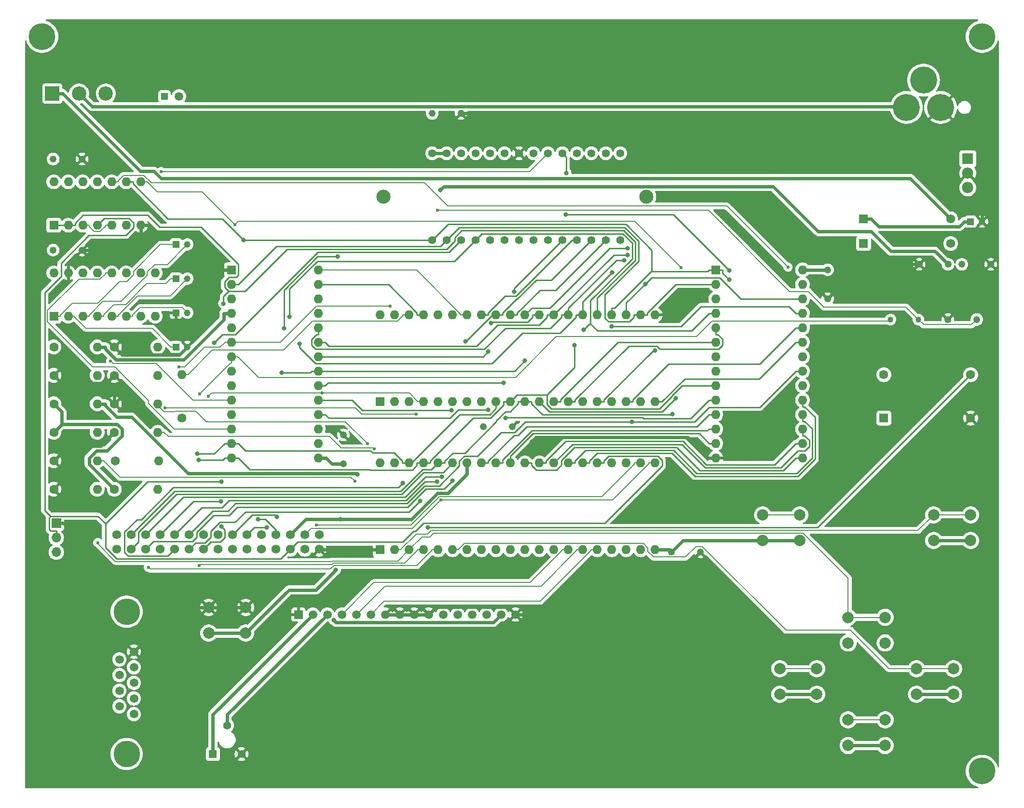
<source format=gbr>
%TF.GenerationSoftware,KiCad,Pcbnew,8.0.4*%
%TF.CreationDate,2024-08-12T14:45:05-07:00*%
%TF.ProjectId,6502-rev1,36353032-2d72-4657-9631-2e6b69636164,rev?*%
%TF.SameCoordinates,Original*%
%TF.FileFunction,Copper,L1,Top*%
%TF.FilePolarity,Positive*%
%FSLAX46Y46*%
G04 Gerber Fmt 4.6, Leading zero omitted, Abs format (unit mm)*
G04 Created by KiCad (PCBNEW 8.0.4) date 2024-08-12 14:45:05*
%MOMM*%
%LPD*%
G01*
G04 APERTURE LIST*
%TA.AperFunction,ComponentPad*%
%ADD10C,2.000000*%
%TD*%
%TA.AperFunction,ComponentPad*%
%ADD11C,1.500000*%
%TD*%
%TA.AperFunction,ComponentPad*%
%ADD12C,4.650000*%
%TD*%
%TA.AperFunction,ComponentPad*%
%ADD13C,1.600000*%
%TD*%
%TA.AperFunction,ComponentPad*%
%ADD14O,1.600000X1.600000*%
%TD*%
%TA.AperFunction,ComponentPad*%
%ADD15R,1.600000X1.600000*%
%TD*%
%TA.AperFunction,ComponentPad*%
%ADD16C,1.570000*%
%TD*%
%TA.AperFunction,ComponentPad*%
%ADD17R,1.980000X1.980000*%
%TD*%
%TA.AperFunction,ComponentPad*%
%ADD18C,1.980000*%
%TD*%
%TA.AperFunction,ComponentPad*%
%ADD19C,1.210000*%
%TD*%
%TA.AperFunction,ComponentPad*%
%ADD20R,1.200000X1.200000*%
%TD*%
%TA.AperFunction,ComponentPad*%
%ADD21C,4.700000*%
%TD*%
%TA.AperFunction,ComponentPad*%
%ADD22R,1.150000X1.150000*%
%TD*%
%TA.AperFunction,ComponentPad*%
%ADD23C,1.150000*%
%TD*%
%TA.AperFunction,ComponentPad*%
%ADD24R,1.575000X1.575000*%
%TD*%
%TA.AperFunction,ComponentPad*%
%ADD25C,1.575000*%
%TD*%
%TA.AperFunction,ComponentPad*%
%ADD26R,1.500000X1.500000*%
%TD*%
%TA.AperFunction,ComponentPad*%
%ADD27R,2.520000X2.520000*%
%TD*%
%TA.AperFunction,ComponentPad*%
%ADD28C,2.520000*%
%TD*%
%TA.AperFunction,ComponentPad*%
%ADD29C,1.030000*%
%TD*%
%TA.AperFunction,ComponentPad*%
%ADD30R,1.700000X1.700000*%
%TD*%
%TA.AperFunction,ComponentPad*%
%ADD31O,1.700000X1.700000*%
%TD*%
%TA.AperFunction,ComponentPad*%
%ADD32C,1.404000*%
%TD*%
%TA.AperFunction,ComponentPad*%
%ADD33C,2.475000*%
%TD*%
%TA.AperFunction,ComponentPad*%
%ADD34R,1.408000X1.408000*%
%TD*%
%TA.AperFunction,ComponentPad*%
%ADD35C,1.408000*%
%TD*%
%TA.AperFunction,ComponentPad*%
%ADD36C,4.743000*%
%TD*%
%TA.AperFunction,ViaPad*%
%ADD37C,0.800000*%
%TD*%
%TA.AperFunction,ViaPad*%
%ADD38C,0.600000*%
%TD*%
%TA.AperFunction,Conductor*%
%ADD39C,0.600000*%
%TD*%
%TA.AperFunction,Conductor*%
%ADD40C,0.200000*%
%TD*%
%TA.AperFunction,Conductor*%
%ADD41C,0.254000*%
%TD*%
G04 APERTURE END LIST*
D10*
%TO.P,SW3,1,1*%
%TO.N,pa0*%
X229000000Y-112500000D03*
X235500000Y-112500000D03*
%TO.P,SW3,2,2*%
%TO.N,+5V*%
X229000000Y-117000000D03*
X235500000Y-117000000D03*
%TD*%
D11*
%TO.P,J4,1,1*%
%TO.N,unconnected-(J4-Pad1)*%
X88620000Y-147480000D03*
%TO.P,J4,2,2*%
%TO.N,Net-(U8-T1OUT)*%
X88620000Y-144740000D03*
%TO.P,J4,3,3*%
%TO.N,Net-(U8-R1IN)*%
X88620000Y-142000000D03*
%TO.P,J4,4,4*%
%TO.N,unconnected-(J4-Pad4)*%
X88620000Y-139260000D03*
%TO.P,J4,5,5*%
%TO.N,GND*%
X88620000Y-136520000D03*
%TO.P,J4,6,6*%
%TO.N,unconnected-(J4-Pad6)*%
X86080000Y-146110000D03*
%TO.P,J4,7,7*%
%TO.N,unconnected-(J4-Pad7)*%
X86080000Y-143370000D03*
%TO.P,J4,8,8*%
%TO.N,unconnected-(J4-Pad8)*%
X86080000Y-140630000D03*
%TO.P,J4,9,9*%
%TO.N,unconnected-(J4-Pad9)*%
X86080000Y-137890000D03*
D12*
%TO.P,J4,MH1*%
%TO.N,N/C*%
X87350000Y-154500000D03*
%TO.P,J4,MH2*%
X87350000Y-129500000D03*
%TD*%
D13*
%TO.P,R6,1*%
%TO.N,GND*%
X74565000Y-108000000D03*
D14*
%TO.P,R6,2*%
%TO.N,pa1*%
X82185000Y-108000000D03*
%TD*%
D15*
%TO.P,U7,1,VSS*%
%TO.N,GND*%
X105760000Y-69475000D03*
D14*
%TO.P,U7,2,CS1*%
%TO.N,a12*%
X105760000Y-72015000D03*
%TO.P,U7,3,~{CS2}*%
%TO.N,CS_IO*%
X105760000Y-74555000D03*
%TO.P,U7,4,~{RES}*%
%TO.N,~{RES}*%
X105760000Y-77095000D03*
%TO.P,U7,5,RxC*%
%TO.N,unconnected-(U7-RxC-Pad5)*%
X105760000Y-79635000D03*
%TO.P,U7,6,XTAL1*%
%TO.N,Net-(U7-XTAL1)*%
X105760000Y-82175000D03*
%TO.P,U7,7,XTAL2*%
%TO.N,Net-(U7-XTAL2)*%
X105760000Y-84715000D03*
%TO.P,U7,8,~{RTS}*%
%TO.N,unconnected-(U7-~{RTS}-Pad8)*%
X105760000Y-87255000D03*
%TO.P,U7,9,~{CTS}*%
%TO.N,unconnected-(U7-~{CTS}-Pad9)*%
X105760000Y-89795000D03*
%TO.P,U7,10,TxD*%
%TO.N,Net-(U7-TxD)*%
X105760000Y-92335000D03*
%TO.P,U7,11,~{DTR}*%
%TO.N,unconnected-(U7-~{DTR}-Pad11)*%
X105760000Y-94875000D03*
%TO.P,U7,12,RxD*%
%TO.N,Net-(U7-RxD)*%
X105760000Y-97415000D03*
%TO.P,U7,13,RS0*%
%TO.N,a0*%
X105760000Y-99955000D03*
%TO.P,U7,14,RS1*%
%TO.N,a1*%
X105760000Y-102495000D03*
%TO.P,U7,15,VCC*%
%TO.N,+5V*%
X121000000Y-102495000D03*
%TO.P,U7,16,~{DCD}*%
%TO.N,unconnected-(U7-~{DCD}-Pad16)*%
X121000000Y-99955000D03*
%TO.P,U7,17,~{DSR}*%
%TO.N,unconnected-(U7-~{DSR}-Pad17)*%
X121000000Y-97415000D03*
%TO.P,U7,18,D0*%
%TO.N,d0*%
X121000000Y-94875000D03*
%TO.P,U7,19,D1*%
%TO.N,d1*%
X121000000Y-92335000D03*
%TO.P,U7,20,D2*%
%TO.N,d2*%
X121000000Y-89795000D03*
%TO.P,U7,21,D3*%
%TO.N,d3*%
X121000000Y-87255000D03*
%TO.P,U7,22,D4*%
%TO.N,d4*%
X121000000Y-84715000D03*
%TO.P,U7,23,D5*%
%TO.N,d5*%
X121000000Y-82175000D03*
%TO.P,U7,24,D6*%
%TO.N,d6*%
X121000000Y-79635000D03*
%TO.P,U7,25,D7*%
%TO.N,d7*%
X121000000Y-77095000D03*
%TO.P,U7,26,~{IRQ}*%
%TO.N,~{IRQ}*%
X121000000Y-74555000D03*
%TO.P,U7,27,\u03D52*%
%TO.N,CLK*%
X121000000Y-72015000D03*
%TO.P,U7,28,R/~{W}*%
%TO.N,~{R{slash}W}*%
X121000000Y-69475000D03*
%TD*%
D15*
%TO.P,U8,1,C1+*%
%TO.N,Net-(U8-C1+)*%
X74565000Y-77620000D03*
D14*
%TO.P,U8,2,VS+*%
%TO.N,Net-(U8-VS+)*%
X77105000Y-77620000D03*
%TO.P,U8,3,C1-*%
%TO.N,Net-(U8-C1-)*%
X79645000Y-77620000D03*
%TO.P,U8,4,C2+*%
%TO.N,Net-(U8-C2+)*%
X82185000Y-77620000D03*
%TO.P,U8,5,C2-*%
%TO.N,Net-(U8-C2-)*%
X84725000Y-77620000D03*
%TO.P,U8,6,VS-*%
%TO.N,Net-(U8-VS-)*%
X87265000Y-77620000D03*
%TO.P,U8,7,T2OUT*%
%TO.N,unconnected-(U8-T2OUT-Pad7)*%
X89805000Y-77620000D03*
%TO.P,U8,8,R2IN*%
%TO.N,unconnected-(U8-R2IN-Pad8)*%
X92345000Y-77620000D03*
%TO.P,U8,9,R2OUT*%
%TO.N,unconnected-(U8-R2OUT-Pad9)*%
X92345000Y-70000000D03*
%TO.P,U8,10,T2IN*%
%TO.N,unconnected-(U8-T2IN-Pad10)*%
X89805000Y-70000000D03*
%TO.P,U8,11,T1IN*%
%TO.N,Net-(U7-TxD)*%
X87265000Y-70000000D03*
%TO.P,U8,12,R1OUT*%
%TO.N,Net-(U7-RxD)*%
X84725000Y-70000000D03*
%TO.P,U8,13,R1IN*%
%TO.N,Net-(U8-R1IN)*%
X82185000Y-70000000D03*
%TO.P,U8,14,T1OUT*%
%TO.N,Net-(U8-T1OUT)*%
X79645000Y-70000000D03*
%TO.P,U8,15,GND*%
%TO.N,GND*%
X77105000Y-70000000D03*
%TO.P,U8,16,VCC*%
%TO.N,+5V*%
X74565000Y-70000000D03*
%TD*%
D13*
%TO.P,R8,1*%
%TO.N,GND*%
X85190000Y-88000000D03*
D14*
%TO.P,R8,2*%
%TO.N,pa3*%
X92810000Y-88000000D03*
%TD*%
D13*
%TO.P,R1,1*%
%TO.N,+5V*%
X74565000Y-83000000D03*
D14*
%TO.P,R1,2*%
%TO.N,~{RES}*%
X82185000Y-83000000D03*
%TD*%
D13*
%TO.P,R13,1*%
%TO.N,+5V*%
X97000000Y-95500000D03*
D14*
%TO.P,R13,2*%
%TO.N,Net-(U2-~{SO})*%
X97000000Y-87880000D03*
%TD*%
D16*
%TO.P,J5,1,Pin_1*%
%TO.N,a0*%
X85600000Y-116000000D03*
%TO.P,J5,2,Pin_2*%
%TO.N,a1*%
X85600000Y-118540000D03*
%TO.P,J5,3,Pin_3*%
%TO.N,a2*%
X88140000Y-116000000D03*
%TO.P,J5,4,Pin_4*%
%TO.N,a3*%
X88140000Y-118540000D03*
%TO.P,J5,5,Pin_5*%
%TO.N,a4*%
X90680000Y-116000000D03*
%TO.P,J5,6,Pin_6*%
%TO.N,a5*%
X90680000Y-118540000D03*
%TO.P,J5,7,Pin_7*%
%TO.N,a6*%
X93220000Y-116000000D03*
%TO.P,J5,8,Pin_8*%
%TO.N,a7*%
X93220000Y-118540000D03*
%TO.P,J5,9,Pin_9*%
%TO.N,a8*%
X95760000Y-116000000D03*
%TO.P,J5,10,Pin_10*%
%TO.N,a9*%
X95760000Y-118540000D03*
%TO.P,J5,11,Pin_11*%
%TO.N,a10*%
X98300000Y-116000000D03*
%TO.P,J5,12,Pin_12*%
%TO.N,a11*%
X98300000Y-118540000D03*
%TO.P,J5,13,Pin_13*%
%TO.N,a12*%
X100840000Y-116000000D03*
%TO.P,J5,14,Pin_14*%
%TO.N,a13*%
X100840000Y-118540000D03*
%TO.P,J5,15,Pin_15*%
%TO.N,a14*%
X103380000Y-116000000D03*
%TO.P,J5,16,Pin_16*%
%TO.N,a15*%
X103380000Y-118540000D03*
%TO.P,J5,17,Pin_17*%
%TO.N,d0*%
X105920000Y-116000000D03*
%TO.P,J5,18,Pin_18*%
%TO.N,d1*%
X105920000Y-118540000D03*
%TO.P,J5,19,Pin_19*%
%TO.N,d2*%
X108460000Y-116000000D03*
%TO.P,J5,20,Pin_20*%
%TO.N,d3*%
X108460000Y-118540000D03*
%TO.P,J5,21,Pin_21*%
%TO.N,d4*%
X111000000Y-116000000D03*
%TO.P,J5,22,Pin_22*%
%TO.N,d5*%
X111000000Y-118540000D03*
%TO.P,J5,23,Pin_23*%
%TO.N,d6*%
X113540000Y-116000000D03*
%TO.P,J5,24,Pin_24*%
%TO.N,d7*%
X113540000Y-118540000D03*
%TO.P,J5,25,Pin_25*%
%TO.N,~{RES}*%
X116080000Y-116000000D03*
%TO.P,J5,26,Pin_26*%
%TO.N,CLK*%
X116080000Y-118540000D03*
%TO.P,J5,27,Pin_27*%
%TO.N,~{IRQ}*%
X118620000Y-116000000D03*
%TO.P,J5,28,Pin_28*%
%TO.N,~{R{slash}W}*%
X118620000Y-118540000D03*
%TO.P,J5,29,Pin_29*%
%TO.N,+5V*%
X121160000Y-116000000D03*
%TO.P,J5,30,Pin_30*%
%TO.N,GND*%
X121160000Y-118540000D03*
%TD*%
D17*
%TO.P,U1,1,IN*%
%TO.N,Net-(D1-K)*%
X235000000Y-49950000D03*
D18*
%TO.P,U1,2,GND*%
%TO.N,GND*%
X235000000Y-52500000D03*
%TO.P,U1,3,OUT*%
%TO.N,+5V*%
X235000000Y-55050000D03*
%TD*%
D19*
%TO.P,C12,1*%
%TO.N,+5V*%
X210385000Y-69460000D03*
%TO.P,C12,2*%
%TO.N,GND*%
X210385000Y-74540000D03*
%TD*%
D15*
%TO.P,U3,1*%
%TO.N,a15*%
X74565000Y-61620000D03*
D14*
%TO.P,U3,2*%
X77105000Y-61620000D03*
%TO.P,U3,3*%
%TO.N,CS_ROM*%
X79645000Y-61620000D03*
%TO.P,U3,4*%
%TO.N,CLK*%
X82185000Y-61620000D03*
%TO.P,U3,5*%
%TO.N,CS_ROM*%
X84725000Y-61620000D03*
%TO.P,U3,6*%
%TO.N,CS_RAM*%
X87265000Y-61620000D03*
%TO.P,U3,7,GND*%
%TO.N,GND*%
X89805000Y-61620000D03*
%TO.P,U3,8*%
%TO.N,CS_IO*%
X89805000Y-54000000D03*
%TO.P,U3,9*%
%TO.N,a14*%
X87265000Y-54000000D03*
%TO.P,U3,10*%
%TO.N,CS_RAM*%
X84725000Y-54000000D03*
%TO.P,U3,11*%
%TO.N,unconnected-(U3-Pad11)*%
X82185000Y-54000000D03*
%TO.P,U3,12*%
%TO.N,unconnected-(U3-Pad12)*%
X79645000Y-54000000D03*
%TO.P,U3,13*%
%TO.N,unconnected-(U3-Pad13)*%
X77105000Y-54000000D03*
%TO.P,U3,14,VCC*%
%TO.N,+5V*%
X74565000Y-54000000D03*
%TD*%
D19*
%TO.P,C10,1*%
%TO.N,+5V*%
X74460000Y-50000000D03*
%TO.P,C10,2*%
%TO.N,GND*%
X79540000Y-50000000D03*
%TD*%
D15*
%TO.P,X1,1,NC*%
%TO.N,unconnected-(X1-NC-Pad1)*%
X220260000Y-95500000D03*
D13*
%TO.P,X1,7,GND*%
%TO.N,GND*%
X235500000Y-95500000D03*
%TO.P,X1,8,OUT*%
%TO.N,CLK_OUT*%
X235500000Y-87880000D03*
%TO.P,X1,14,Vcc*%
%TO.N,+5V*%
X220260000Y-87880000D03*
%TD*%
D10*
%TO.P,SW4,1,1*%
%TO.N,pa1*%
X214000000Y-130500000D03*
X220500000Y-130500000D03*
%TO.P,SW4,2,2*%
%TO.N,+5V*%
X214000000Y-135000000D03*
X220500000Y-135000000D03*
%TD*%
D19*
%TO.P,C4,1*%
%TO.N,GND*%
X231500000Y-78190000D03*
%TO.P,C4,2*%
%TO.N,Net-(U7-XTAL1)*%
X236580000Y-78190000D03*
%TD*%
%TO.P,C2,1*%
%TO.N,+5V*%
X233960000Y-68500000D03*
%TO.P,C2,2*%
%TO.N,GND*%
X239040000Y-68500000D03*
%TD*%
D20*
%TO.P,D3,1,K*%
%TO.N,Net-(D3-K)*%
X94000000Y-39000000D03*
D11*
%TO.P,D3,2,A*%
%TO.N,+5V*%
X96540000Y-39000000D03*
%TD*%
D21*
%TO.P,MH4,1*%
%TO.N,N/C*%
X237500000Y-28500000D03*
%TD*%
%TO.P,MH5,1*%
%TO.N,N/C*%
X237500000Y-157500000D03*
%TD*%
D22*
%TO.P,C6,1*%
%TO.N,Net-(U8-C2+)*%
X96000000Y-71000000D03*
D23*
%TO.P,C6,2*%
%TO.N,Net-(U8-C2-)*%
X98000000Y-71000000D03*
%TD*%
D19*
%TO.P,C9,1*%
%TO.N,+5V*%
X149920000Y-97000000D03*
%TO.P,C9,2*%
%TO.N,GND*%
X155000000Y-97000000D03*
%TD*%
D10*
%TO.P,SW7,1,1*%
%TO.N,pa4*%
X226000000Y-139500000D03*
X232500000Y-139500000D03*
%TO.P,SW7,2,2*%
%TO.N,+5V*%
X226000000Y-144000000D03*
X232500000Y-144000000D03*
%TD*%
D15*
%TO.P,U5,1,A14*%
%TO.N,a14*%
X190760000Y-69475000D03*
D14*
%TO.P,U5,2,A12*%
%TO.N,a12*%
X190760000Y-72015000D03*
%TO.P,U5,3,A7*%
%TO.N,a7*%
X190760000Y-74555000D03*
%TO.P,U5,4,A6*%
%TO.N,a6*%
X190760000Y-77095000D03*
%TO.P,U5,5,A5*%
%TO.N,a5*%
X190760000Y-79635000D03*
%TO.P,U5,6,A4*%
%TO.N,a4*%
X190760000Y-82175000D03*
%TO.P,U5,7,A3*%
%TO.N,a3*%
X190760000Y-84715000D03*
%TO.P,U5,8,A2*%
%TO.N,a2*%
X190760000Y-87255000D03*
%TO.P,U5,9,A1*%
%TO.N,a1*%
X190760000Y-89795000D03*
%TO.P,U5,10,A0*%
%TO.N,a0*%
X190760000Y-92335000D03*
%TO.P,U5,11,Q0*%
%TO.N,d0*%
X190760000Y-94875000D03*
%TO.P,U5,12,Q1*%
%TO.N,d1*%
X190760000Y-97415000D03*
%TO.P,U5,13,Q2*%
%TO.N,d2*%
X190760000Y-99955000D03*
%TO.P,U5,14,GND*%
%TO.N,GND*%
X190760000Y-102495000D03*
%TO.P,U5,15,Q3*%
%TO.N,d3*%
X206000000Y-102495000D03*
%TO.P,U5,16,Q4*%
%TO.N,d4*%
X206000000Y-99955000D03*
%TO.P,U5,17,Q5*%
%TO.N,d5*%
X206000000Y-97415000D03*
%TO.P,U5,18,Q6*%
%TO.N,d6*%
X206000000Y-94875000D03*
%TO.P,U5,19,Q7*%
%TO.N,d7*%
X206000000Y-92335000D03*
%TO.P,U5,20,~{CS}*%
%TO.N,CS_RAM*%
X206000000Y-89795000D03*
%TO.P,U5,21,A10*%
%TO.N,a10*%
X206000000Y-87255000D03*
%TO.P,U5,22,~{OE}*%
%TO.N,a14*%
X206000000Y-84715000D03*
%TO.P,U5,23,A11*%
%TO.N,a11*%
X206000000Y-82175000D03*
%TO.P,U5,24,A9*%
%TO.N,a9*%
X206000000Y-79635000D03*
%TO.P,U5,25,A8*%
%TO.N,a8*%
X206000000Y-77095000D03*
%TO.P,U5,26,A13*%
%TO.N,a13*%
X206000000Y-74555000D03*
%TO.P,U5,27,~{WE}*%
%TO.N,~{R{slash}W}*%
X206000000Y-72015000D03*
%TO.P,U5,28,VCC*%
%TO.N,+5V*%
X206000000Y-69475000D03*
%TD*%
D19*
%TO.P,C13,1*%
%TO.N,+5V*%
X183000000Y-119000000D03*
%TO.P,C13,2*%
%TO.N,GND*%
X188080000Y-119000000D03*
%TD*%
D24*
%TO.P,D2,1,K*%
%TO.N,Net-(D1-K)*%
X216700000Y-64850000D03*
D25*
%TO.P,D2,2,A*%
%TO.N,+5V*%
X232000000Y-64850000D03*
%TD*%
D26*
%TO.P,J3,1,Pin_1*%
%TO.N,GND*%
X117500000Y-130000000D03*
D11*
%TO.P,J3,2,Pin_2*%
%TO.N,+5V*%
X120040000Y-130000000D03*
%TO.P,J3,3,Pin_3*%
%TO.N,Net-(J3-Pin_3)*%
X122580000Y-130000000D03*
%TO.P,J3,4,Pin_4*%
%TO.N,pb4*%
X125120000Y-130000000D03*
%TO.P,J3,5,Pin_5*%
%TO.N,pb5*%
X127660000Y-130000000D03*
%TO.P,J3,6,Pin_6*%
%TO.N,pb6*%
X130200000Y-130000000D03*
%TO.P,J3,7,Pin_7*%
%TO.N,GND*%
X132740000Y-130000000D03*
%TO.P,J3,8,Pin_8*%
X135280000Y-130000000D03*
%TO.P,J3,9,Pin_9*%
X137820000Y-130000000D03*
%TO.P,J3,10,Pin_10*%
X140360000Y-130000000D03*
%TO.P,J3,11,Pin_11*%
%TO.N,pb0*%
X142900000Y-130000000D03*
%TO.P,J3,12,Pin_12*%
%TO.N,pb1*%
X145440000Y-130000000D03*
%TO.P,J3,13,Pin_13*%
%TO.N,pb2*%
X147980000Y-130000000D03*
%TO.P,J3,14,Pin_14*%
%TO.N,pb3*%
X150520000Y-130000000D03*
%TO.P,J3,15,Pin_15*%
%TO.N,+5V*%
X153060000Y-130000000D03*
%TO.P,J3,16,Pin_16*%
%TO.N,GND*%
X155600000Y-130000000D03*
%TD*%
D13*
%TO.P,R3,1*%
%TO.N,+5V*%
X74565000Y-93000000D03*
D14*
%TO.P,R3,2*%
%TO.N,Net-(U2-RDY)*%
X82185000Y-93000000D03*
%TD*%
D13*
%TO.P,R12,1*%
%TO.N,+5V*%
X85190000Y-108000000D03*
D14*
%TO.P,R12,2*%
%TO.N,~{IRQ}*%
X92810000Y-108000000D03*
%TD*%
D22*
%TO.P,C8,1*%
%TO.N,Net-(U8-VS+)*%
X96000000Y-83000000D03*
D23*
%TO.P,C8,2*%
%TO.N,GND*%
X98000000Y-83000000D03*
%TD*%
D15*
%TO.P,U6,1,VSS*%
%TO.N,GND*%
X131875000Y-118625000D03*
D14*
%TO.P,U6,2,PA0*%
%TO.N,pa0*%
X134415000Y-118625000D03*
%TO.P,U6,3,PA1*%
%TO.N,pa1*%
X136955000Y-118625000D03*
%TO.P,U6,4,PA2*%
%TO.N,pa2*%
X139495000Y-118625000D03*
%TO.P,U6,5,PA3*%
%TO.N,pa3*%
X142035000Y-118625000D03*
%TO.P,U6,6,PA4*%
%TO.N,pa4*%
X144575000Y-118625000D03*
%TO.P,U6,7,PA5*%
%TO.N,pa5*%
X147115000Y-118625000D03*
%TO.P,U6,8,PA6*%
%TO.N,unconnected-(U6-PA6-Pad8)*%
X149655000Y-118625000D03*
%TO.P,U6,9,PA7*%
%TO.N,unconnected-(U6-PA7-Pad9)*%
X152195000Y-118625000D03*
%TO.P,U6,10,PB0*%
%TO.N,pb0*%
X154735000Y-118625000D03*
%TO.P,U6,11,PB1*%
%TO.N,pb1*%
X157275000Y-118625000D03*
%TO.P,U6,12,PB2*%
%TO.N,pb2*%
X159815000Y-118625000D03*
%TO.P,U6,13,PB3*%
%TO.N,pb3*%
X162355000Y-118625000D03*
%TO.P,U6,14,PB4*%
%TO.N,pb4*%
X164895000Y-118625000D03*
%TO.P,U6,15,PB5*%
%TO.N,pb5*%
X167435000Y-118625000D03*
%TO.P,U6,16,PB6*%
%TO.N,pb6*%
X169975000Y-118625000D03*
%TO.P,U6,17,PB7*%
%TO.N,unconnected-(U6-PB7-Pad17)*%
X172515000Y-118625000D03*
%TO.P,U6,18,CB1*%
%TO.N,unconnected-(U6-CB1-Pad18)*%
X175055000Y-118625000D03*
%TO.P,U6,19,CB2*%
%TO.N,unconnected-(U6-CB2-Pad19)*%
X177595000Y-118625000D03*
%TO.P,U6,20,VCC*%
%TO.N,+5V*%
X180135000Y-118625000D03*
%TO.P,U6,21,~{IRQ}*%
%TO.N,~{IRQ}*%
X180135000Y-103385000D03*
%TO.P,U6,22,R/~{W}*%
%TO.N,~{R{slash}W}*%
X177595000Y-103385000D03*
%TO.P,U6,23,~{CS2}*%
%TO.N,CS_IO*%
X175055000Y-103385000D03*
%TO.P,U6,24,CS1*%
%TO.N,a14*%
X172515000Y-103385000D03*
%TO.P,U6,25,\u03D52*%
%TO.N,CLK*%
X169975000Y-103385000D03*
%TO.P,U6,26,D7*%
%TO.N,d7*%
X167435000Y-103385000D03*
%TO.P,U6,27,D6*%
%TO.N,d6*%
X164895000Y-103385000D03*
%TO.P,U6,28,D5*%
%TO.N,d5*%
X162355000Y-103385000D03*
%TO.P,U6,29,D4*%
%TO.N,d4*%
X159815000Y-103385000D03*
%TO.P,U6,30,D3*%
%TO.N,d3*%
X157275000Y-103385000D03*
%TO.P,U6,31,D2*%
%TO.N,d2*%
X154735000Y-103385000D03*
%TO.P,U6,32,D1*%
%TO.N,d1*%
X152195000Y-103385000D03*
%TO.P,U6,33,D0*%
%TO.N,d0*%
X149655000Y-103385000D03*
%TO.P,U6,34,~{RES}*%
%TO.N,~{RES}*%
X147115000Y-103385000D03*
%TO.P,U6,35,RS3*%
%TO.N,a3*%
X144575000Y-103385000D03*
%TO.P,U6,36,RS2*%
%TO.N,a2*%
X142035000Y-103385000D03*
%TO.P,U6,37,RS1*%
%TO.N,a1*%
X139495000Y-103385000D03*
%TO.P,U6,38,RS0*%
%TO.N,a0*%
X136955000Y-103385000D03*
%TO.P,U6,39,CA2*%
%TO.N,unconnected-(U6-CA2-Pad39)*%
X134415000Y-103385000D03*
%TO.P,U6,40,CA1*%
%TO.N,unconnected-(U6-CA1-Pad40)*%
X131875000Y-103385000D03*
%TD*%
D22*
%TO.P,C7,1*%
%TO.N,GND*%
X96000000Y-77000000D03*
D23*
%TO.P,C7,2*%
%TO.N,Net-(U8-VS-)*%
X98000000Y-77000000D03*
%TD*%
D22*
%TO.P,C5,1*%
%TO.N,Net-(U8-C1+)*%
X96000000Y-65000000D03*
D23*
%TO.P,C5,2*%
%TO.N,Net-(U8-C1-)*%
X98000000Y-65000000D03*
%TD*%
D22*
%TO.P,C1,1*%
%TO.N,Net-(D1-K)*%
X235500000Y-61000000D03*
D23*
%TO.P,C1,2*%
%TO.N,GND*%
X237500000Y-61000000D03*
%TD*%
D13*
%TO.P,R7,1*%
%TO.N,GND*%
X85190000Y-83000000D03*
D14*
%TO.P,R7,2*%
%TO.N,pa2*%
X92810000Y-83000000D03*
%TD*%
D27*
%TO.P,SW1,1,A*%
%TO.N,Net-(D1-A)*%
X74300000Y-38500000D03*
D28*
%TO.P,SW1,2,B*%
%TO.N,Net-(SW1-B)*%
X79000000Y-38500000D03*
%TO.P,SW1,3,C*%
%TO.N,unconnected-(SW1-C-Pad3)*%
X83700000Y-38500000D03*
%TD*%
D29*
%TO.P,Y1,1,1*%
%TO.N,Net-(U7-XTAL2)*%
X221440000Y-78190000D03*
%TO.P,Y1,2,2*%
%TO.N,Net-(U7-XTAL1)*%
X226320000Y-78190000D03*
%TD*%
D30*
%TO.P,J2,1,Pin_1*%
%TO.N,GND*%
X75000000Y-113975000D03*
D31*
%TO.P,J2,2,Pin_2*%
%TO.N,CLK*%
X75000000Y-116515000D03*
%TO.P,J2,3,Pin_3*%
%TO.N,CLK_OUT*%
X75000000Y-119055000D03*
%TD*%
D10*
%TO.P,SW6,1,1*%
%TO.N,pa3*%
X202000000Y-139500000D03*
X208500000Y-139500000D03*
%TO.P,SW6,2,2*%
%TO.N,+5V*%
X202000000Y-144000000D03*
X208500000Y-144000000D03*
%TD*%
D32*
%TO.P,U4,1,A14*%
%TO.N,a14*%
X140980000Y-64240000D03*
%TO.P,U4,2,A12*%
%TO.N,a12*%
X143520000Y-64240000D03*
%TO.P,U4,3,A7*%
%TO.N,a7*%
X146060000Y-64240000D03*
%TO.P,U4,4,A6*%
%TO.N,a6*%
X148600000Y-64240000D03*
%TO.P,U4,5,A5*%
%TO.N,a5*%
X151140000Y-64240000D03*
%TO.P,U4,6,A4*%
%TO.N,a4*%
X153680000Y-64240000D03*
%TO.P,U4,7,A3*%
%TO.N,a3*%
X156220000Y-64240000D03*
%TO.P,U4,8,A2*%
%TO.N,a2*%
X158760000Y-64240000D03*
%TO.P,U4,9,A1*%
%TO.N,a1*%
X161300000Y-64240000D03*
%TO.P,U4,10,A0*%
%TO.N,a0*%
X163840000Y-64240000D03*
%TO.P,U4,11,D0*%
%TO.N,d0*%
X166380000Y-64240000D03*
%TO.P,U4,12,D1*%
%TO.N,d1*%
X168920000Y-64240000D03*
%TO.P,U4,13,D2*%
%TO.N,d2*%
X171460000Y-64240000D03*
%TO.P,U4,14,GND*%
%TO.N,GND*%
X174000000Y-64240000D03*
%TO.P,U4,15,D3*%
%TO.N,d3*%
X174000000Y-49000000D03*
%TO.P,U4,16,D4*%
%TO.N,d4*%
X171460000Y-49000000D03*
%TO.P,U4,17,D5*%
%TO.N,d5*%
X168920000Y-49000000D03*
%TO.P,U4,18,D6*%
%TO.N,d6*%
X166380000Y-49000000D03*
%TO.P,U4,19,D7*%
%TO.N,d7*%
X163840000Y-49000000D03*
%TO.P,U4,20,~{CS}*%
%TO.N,CS_ROM*%
X161300000Y-49000000D03*
%TO.P,U4,21,A10*%
%TO.N,a10*%
X158760000Y-49000000D03*
%TO.P,U4,22,~{OE}*%
%TO.N,GND*%
X156220000Y-49000000D03*
%TO.P,U4,23,A11*%
%TO.N,a11*%
X153680000Y-49000000D03*
%TO.P,U4,24,A9*%
%TO.N,a9*%
X151140000Y-49000000D03*
%TO.P,U4,25,A8*%
%TO.N,a8*%
X148600000Y-49000000D03*
%TO.P,U4,26,A13*%
%TO.N,a13*%
X146060000Y-49000000D03*
%TO.P,U4,27,~{WE}*%
%TO.N,+5V*%
X143520000Y-49000000D03*
%TO.P,U4,28,VCC*%
X140980000Y-49000000D03*
D33*
%TO.P,U4,MH1*%
%TO.N,N/C*%
X132470000Y-56620000D03*
%TO.P,U4,MH2*%
X178570000Y-56620000D03*
%TD*%
D34*
%TO.P,RV1,1,1*%
%TO.N,+5V*%
X102500000Y-154500000D03*
D35*
%TO.P,RV1,2,2*%
%TO.N,Net-(J3-Pin_3)*%
X105000000Y-149500000D03*
%TO.P,RV1,3,3*%
%TO.N,GND*%
X107500000Y-154500000D03*
%TD*%
D19*
%TO.P,C3,1*%
%TO.N,GND*%
X226460000Y-68500000D03*
%TO.P,C3,2*%
%TO.N,~{RES}*%
X231540000Y-68500000D03*
%TD*%
D10*
%TO.P,SW8,1,1*%
%TO.N,pa5*%
X199000000Y-112500000D03*
X205500000Y-112500000D03*
%TO.P,SW8,2,2*%
%TO.N,+5V*%
X199000000Y-117000000D03*
X205500000Y-117000000D03*
%TD*%
D13*
%TO.P,R9,1*%
%TO.N,GND*%
X85190000Y-93000000D03*
D14*
%TO.P,R9,2*%
%TO.N,pa4*%
X92810000Y-93000000D03*
%TD*%
D13*
%TO.P,R2,1*%
%TO.N,GND*%
X74565000Y-88000000D03*
D14*
%TO.P,R2,2*%
%TO.N,Net-(D3-K)*%
X82185000Y-88000000D03*
%TD*%
D24*
%TO.P,D1,1,K*%
%TO.N,Net-(D1-K)*%
X216700000Y-60500000D03*
D25*
%TO.P,D1,2,A*%
%TO.N,Net-(D1-A)*%
X232000000Y-60500000D03*
%TD*%
D13*
%TO.P,R10,1*%
%TO.N,GND*%
X85190000Y-98000000D03*
D14*
%TO.P,R10,2*%
%TO.N,pa5*%
X92810000Y-98000000D03*
%TD*%
D15*
%TO.P,U2,1,~{VP}*%
%TO.N,unconnected-(U2-~{VP}-Pad1)*%
X131875000Y-92625000D03*
D14*
%TO.P,U2,2,RDY*%
%TO.N,Net-(U2-RDY)*%
X134415000Y-92625000D03*
%TO.P,U2,3,\u03D51*%
%TO.N,unconnected-(U2-\u03D51-Pad3)*%
X136955000Y-92625000D03*
%TO.P,U2,4,~{IRQ}*%
%TO.N,~{IRQ}*%
X139495000Y-92625000D03*
%TO.P,U2,5,~{ML}*%
%TO.N,unconnected-(U2-~{ML}-Pad5)*%
X142035000Y-92625000D03*
%TO.P,U2,6,~{NMI}*%
%TO.N,Net-(U2-~{NMI})*%
X144575000Y-92625000D03*
%TO.P,U2,7,SYNC*%
%TO.N,unconnected-(U2-SYNC-Pad7)*%
X147115000Y-92625000D03*
%TO.P,U2,8,VDD*%
%TO.N,+5V*%
X149655000Y-92625000D03*
%TO.P,U2,9,A0*%
%TO.N,a0*%
X152195000Y-92625000D03*
%TO.P,U2,10,A1*%
%TO.N,a1*%
X154735000Y-92625000D03*
%TO.P,U2,11,A2*%
%TO.N,a2*%
X157275000Y-92625000D03*
%TO.P,U2,12,A3*%
%TO.N,a3*%
X159815000Y-92625000D03*
%TO.P,U2,13,A4*%
%TO.N,a4*%
X162355000Y-92625000D03*
%TO.P,U2,14,A5*%
%TO.N,a5*%
X164895000Y-92625000D03*
%TO.P,U2,15,A6*%
%TO.N,a6*%
X167435000Y-92625000D03*
%TO.P,U2,16,A7*%
%TO.N,a7*%
X169975000Y-92625000D03*
%TO.P,U2,17,A8*%
%TO.N,a8*%
X172515000Y-92625000D03*
%TO.P,U2,18,A9*%
%TO.N,a9*%
X175055000Y-92625000D03*
%TO.P,U2,19,A10*%
%TO.N,a10*%
X177595000Y-92625000D03*
%TO.P,U2,20,A11*%
%TO.N,a11*%
X180135000Y-92625000D03*
%TO.P,U2,21,VSS*%
%TO.N,GND*%
X180135000Y-77385000D03*
%TO.P,U2,22,A12*%
%TO.N,a12*%
X177595000Y-77385000D03*
%TO.P,U2,23,A13*%
%TO.N,a13*%
X175055000Y-77385000D03*
%TO.P,U2,24,A14*%
%TO.N,a14*%
X172515000Y-77385000D03*
%TO.P,U2,25,A15*%
%TO.N,a15*%
X169975000Y-77385000D03*
%TO.P,U2,26,D7*%
%TO.N,d7*%
X167435000Y-77385000D03*
%TO.P,U2,27,D6*%
%TO.N,d6*%
X164895000Y-77385000D03*
%TO.P,U2,28,D5*%
%TO.N,d5*%
X162355000Y-77385000D03*
%TO.P,U2,29,D4*%
%TO.N,d4*%
X159815000Y-77385000D03*
%TO.P,U2,30,D3*%
%TO.N,d3*%
X157275000Y-77385000D03*
%TO.P,U2,31,D2*%
%TO.N,d2*%
X154735000Y-77385000D03*
%TO.P,U2,32,D1*%
%TO.N,d1*%
X152195000Y-77385000D03*
%TO.P,U2,33,D0*%
%TO.N,d0*%
X149655000Y-77385000D03*
%TO.P,U2,34,R/~{W}*%
%TO.N,~{R{slash}W}*%
X147115000Y-77385000D03*
%TO.P,U2,35,nc*%
%TO.N,unconnected-(U2-nc-Pad35)*%
X144575000Y-77385000D03*
%TO.P,U2,36,BE*%
%TO.N,+5V*%
X142035000Y-77385000D03*
%TO.P,U2,37,\u03D50*%
%TO.N,CLK*%
X139495000Y-77385000D03*
%TO.P,U2,38,~{SO}*%
%TO.N,Net-(U2-~{SO})*%
X136955000Y-77385000D03*
%TO.P,U2,39,\u03D52*%
%TO.N,unconnected-(U2-\u03D52-Pad39)*%
X134415000Y-77385000D03*
%TO.P,U2,40,~{RES}*%
%TO.N,~{RES}*%
X131875000Y-77385000D03*
%TD*%
D19*
%TO.P,C11,1*%
%TO.N,+5V*%
X141000000Y-42000000D03*
%TO.P,C11,2*%
%TO.N,GND*%
X146080000Y-42000000D03*
%TD*%
D13*
%TO.P,R5,1*%
%TO.N,GND*%
X74565000Y-103000000D03*
D14*
%TO.P,R5,2*%
%TO.N,pa0*%
X82185000Y-103000000D03*
%TD*%
D13*
%TO.P,R11,1*%
%TO.N,Net-(U7-XTAL1)*%
X85380000Y-103000000D03*
D14*
%TO.P,R11,2*%
%TO.N,Net-(U7-XTAL2)*%
X93000000Y-103000000D03*
%TD*%
D19*
%TO.P,C14,1*%
%TO.N,+5V*%
X125385000Y-103540000D03*
%TO.P,C14,2*%
%TO.N,GND*%
X125385000Y-98460000D03*
%TD*%
D13*
%TO.P,R4,1*%
%TO.N,+5V*%
X74565000Y-98000000D03*
D14*
%TO.P,R4,2*%
%TO.N,Net-(U2-~{NMI})*%
X82185000Y-98000000D03*
%TD*%
D10*
%TO.P,SW2,1,1*%
%TO.N,GND*%
X101750000Y-128750000D03*
X108250000Y-128750000D03*
%TO.P,SW2,2,2*%
%TO.N,~{RES}*%
X101750000Y-133250000D03*
X108250000Y-133250000D03*
%TD*%
D36*
%TO.P,J1,1*%
%TO.N,Net-(SW1-B)*%
X224230000Y-40950000D03*
%TO.P,J1,2*%
%TO.N,GND*%
X230230000Y-40950000D03*
%TO.P,J1,3*%
%TO.N,unconnected-(J1-Pad3)*%
X227230000Y-36150000D03*
%TD*%
D10*
%TO.P,SW5,1,1*%
%TO.N,pa2*%
X214000000Y-148500000D03*
X220500000Y-148500000D03*
%TO.P,SW5,2,2*%
%TO.N,+5V*%
X214000000Y-153000000D03*
X220500000Y-153000000D03*
%TD*%
D19*
%TO.P,C15,1*%
%TO.N,+5V*%
X74460000Y-66000000D03*
%TO.P,C15,2*%
%TO.N,GND*%
X79540000Y-66000000D03*
%TD*%
D21*
%TO.P,MH3,1*%
%TO.N,N/C*%
X72500000Y-28500000D03*
%TD*%
D37*
%TO.N,GND*%
X158518900Y-99608900D03*
%TO.N,+5V*%
X123685300Y-130955800D03*
%TO.N,~{RES}*%
X124069700Y-122160600D03*
X124859700Y-113274300D03*
X142439800Y-55412600D03*
D38*
%TO.N,Net-(U7-XTAL1)*%
X96539200Y-86491900D03*
X141921900Y-59029300D03*
X133626900Y-75825000D03*
D37*
%TO.N,CLK_OUT*%
X140211100Y-114739700D03*
%TO.N,CLK*%
X104017500Y-106672000D03*
%TO.N,a9*%
X135807800Y-106914600D03*
%TO.N,d1*%
X146810000Y-82037600D03*
X144358000Y-94154600D03*
D38*
%TO.N,~{IRQ}*%
X101717700Y-91670500D03*
X121706600Y-91076800D03*
X142520000Y-109913200D03*
D37*
%TO.N,a8*%
X141799800Y-106653500D03*
X172471300Y-79391900D03*
%TO.N,d0*%
X113691700Y-112807400D03*
X150780900Y-94064600D03*
%TO.N,a13*%
X124366300Y-67149500D03*
X104012900Y-114574600D03*
X178398100Y-71918100D03*
X114965000Y-79759700D03*
%TO.N,a2*%
X183109000Y-94782700D03*
%TO.N,a1*%
X165949500Y-82704900D03*
X99999900Y-102867500D03*
%TO.N,d4*%
X151290500Y-78791000D03*
X150827400Y-83822000D03*
%TO.N,d3*%
X175266300Y-65702700D03*
X157275000Y-85444200D03*
X114552600Y-87519800D03*
%TO.N,d2*%
X153544400Y-89306800D03*
X111959200Y-114717000D03*
%TO.N,a15*%
X104330600Y-75392700D03*
%TO.N,a14*%
X193107000Y-71226700D03*
X107880900Y-64240000D03*
%TO.N,a5*%
X144540200Y-106499300D03*
%TO.N,a4*%
X142645500Y-105822900D03*
%TO.N,a7*%
X180094200Y-83634800D03*
X102701600Y-82309000D03*
%TO.N,a6*%
X167539000Y-80005600D03*
X115945000Y-77670400D03*
X103890000Y-110170800D03*
D38*
%TO.N,~{R{slash}W}*%
X120703500Y-114257000D03*
D37*
%TO.N,a0*%
X99717900Y-101781800D03*
X155347700Y-73316900D03*
X153831900Y-95469500D03*
%TO.N,a3*%
X183725100Y-92033400D03*
%TO.N,a10*%
X175992800Y-96192300D03*
%TO.N,d5*%
X175275700Y-66868900D03*
%TO.N,d7*%
X117727900Y-82474400D03*
X172561700Y-69924600D03*
X164516600Y-52447500D03*
%TO.N,a11*%
X164468200Y-59788200D03*
X138887900Y-110036100D03*
X193115500Y-69590000D03*
%TO.N,d6*%
X174689500Y-67812200D03*
X110437300Y-113283900D03*
%TO.N,Net-(U2-RDY)*%
X127830600Y-105359600D03*
D38*
%TO.N,Net-(U2-~{NMI})*%
X138215500Y-94837600D03*
X94078600Y-93725200D03*
%TO.N,pa0*%
X127393400Y-106583400D03*
%TO.N,pa1*%
X82277000Y-117388800D03*
%TO.N,pa2*%
X100074500Y-121362900D03*
%TO.N,pa3*%
X91167500Y-121728800D03*
%TO.N,pa4*%
X129623000Y-99985000D03*
%TO.N,pa5*%
X130838900Y-100921800D03*
%TO.N,Net-(U7-XTAL2)*%
X100159800Y-91212800D03*
%TO.N,CS_ROM*%
X93414600Y-52216900D03*
%TO.N,CS_RAM*%
X203442900Y-68985500D03*
%TO.N,CS_IO*%
X184663900Y-69057300D03*
X106347900Y-61574500D03*
%TO.N,Net-(U7-TxD)*%
X84548700Y-85501600D03*
%TD*%
D39*
%TO.N,GND*%
X104408300Y-69475000D02*
X98151300Y-63218000D01*
X177080000Y-130000000D02*
X155600000Y-130000000D01*
X237500000Y-55000000D02*
X235000000Y-52500000D01*
X154283900Y-128683900D02*
X141676100Y-128683900D01*
X91045600Y-128750000D02*
X91045600Y-134094400D01*
X189408300Y-102495000D02*
X185820300Y-98907000D01*
X185820300Y-98907000D02*
X159220800Y-98907000D01*
X85190000Y-83000000D02*
X86547200Y-84357200D01*
X75927300Y-89362300D02*
X83827700Y-89362300D01*
X135280000Y-130000000D02*
X132740000Y-130000000D01*
X137820000Y-130000000D02*
X135280000Y-130000000D01*
X92754700Y-63218000D02*
X91156700Y-61620000D01*
X89805000Y-61620000D02*
X89805000Y-62971700D01*
X86547200Y-84357200D02*
X96642800Y-84357200D01*
X83827700Y-89362300D02*
X85190000Y-88000000D01*
X79540000Y-66000000D02*
X86776700Y-66000000D01*
X190760000Y-102495000D02*
X189408300Y-102495000D01*
X76401700Y-114106100D02*
X91045600Y-128750000D01*
X226460000Y-68500000D02*
X216425000Y-68500000D01*
X98151300Y-63218000D02*
X92754700Y-63218000D01*
X155600000Y-130000000D02*
X154283900Y-128683900D01*
X188080000Y-119000000D02*
X177080000Y-130000000D01*
X77170500Y-100394500D02*
X74565000Y-103000000D01*
X89805000Y-61620000D02*
X91156700Y-61620000D01*
X91045600Y-134094400D02*
X88620000Y-136520000D01*
X237500000Y-61000000D02*
X237500000Y-55000000D01*
X76401700Y-113975000D02*
X76401700Y-114106100D01*
X121245000Y-118625000D02*
X121160000Y-118540000D01*
X85190000Y-90724600D02*
X83827700Y-89362300D01*
X156220000Y-49000000D02*
X149220000Y-42000000D01*
X86776700Y-66000000D02*
X89805000Y-62971700D01*
X131875000Y-118625000D02*
X121245000Y-118625000D01*
X85190000Y-98000000D02*
X82795500Y-100394500D01*
X82795500Y-100394500D02*
X77170500Y-100394500D01*
X149220000Y-42000000D02*
X146080000Y-42000000D01*
X140360000Y-130000000D02*
X137820000Y-130000000D01*
X74565000Y-88000000D02*
X75927300Y-89362300D01*
X96642800Y-84357200D02*
X98000000Y-83000000D01*
X85190000Y-93000000D02*
X85190000Y-90724600D01*
X75000000Y-113975000D02*
X76401700Y-113975000D01*
X159220800Y-98907000D02*
X158518900Y-99608900D01*
X91045600Y-128750000D02*
X101750000Y-128750000D01*
X216425000Y-68500000D02*
X210385000Y-74540000D01*
X141676100Y-128683900D02*
X140360000Y-130000000D01*
X108250000Y-128750000D02*
X101750000Y-128750000D01*
X105760000Y-69475000D02*
X104408300Y-69475000D01*
%TO.N,Net-(D1-K)*%
X218039200Y-60500000D02*
X219413500Y-61874300D01*
X235500000Y-61000000D02*
X234373300Y-61000000D01*
X216700000Y-60500000D02*
X218039200Y-60500000D01*
X219413500Y-61874300D02*
X233499000Y-61874300D01*
X233499000Y-61874300D02*
X234373300Y-61000000D01*
%TO.N,+5V*%
X140980000Y-49000000D02*
X143520000Y-49000000D01*
X121000000Y-102495000D02*
X122351700Y-102495000D01*
X206000000Y-69475000D02*
X207351700Y-69475000D01*
X180135000Y-118625000D02*
X182625000Y-118625000D01*
X120040000Y-130000000D02*
X102500000Y-147540000D01*
X74565000Y-98000000D02*
X75963600Y-96601400D01*
X82026200Y-101246200D02*
X80769200Y-102503200D01*
X123396700Y-103540000D02*
X122351700Y-102495000D01*
X75963600Y-96601400D02*
X85703400Y-96601400D01*
X75963600Y-94398600D02*
X75963600Y-96601400D01*
X125385000Y-103540000D02*
X123396700Y-103540000D01*
X123685300Y-130955800D02*
X124077200Y-131347700D01*
X210385000Y-69460000D02*
X207366700Y-69460000D01*
X235500000Y-117000000D02*
X229000000Y-117000000D01*
X151712300Y-131347700D02*
X153060000Y-130000000D01*
X183000000Y-119000000D02*
X185000000Y-117000000D01*
X102500000Y-147540000D02*
X102500000Y-154500000D01*
X80769200Y-102503200D02*
X80769200Y-103579200D01*
X80769200Y-103579200D02*
X85190000Y-108000000D01*
X124077200Y-131347700D02*
X151712300Y-131347700D01*
X86544700Y-97442700D02*
X86544700Y-98601400D01*
X85703400Y-96601400D02*
X86544700Y-97442700D01*
X182625000Y-118625000D02*
X183000000Y-119000000D01*
X185000000Y-117000000D02*
X199000000Y-117000000D01*
X199000000Y-117000000D02*
X205500000Y-117000000D01*
X220500000Y-153000000D02*
X214000000Y-153000000D01*
X74565000Y-93000000D02*
X75963600Y-94398600D01*
X232500000Y-144000000D02*
X226000000Y-144000000D01*
X208500000Y-144000000D02*
X202000000Y-144000000D01*
X86544700Y-98601400D02*
X83899900Y-101246200D01*
X83899900Y-101246200D02*
X82026200Y-101246200D01*
X207366700Y-69460000D02*
X207351700Y-69475000D01*
%TO.N,~{RES}*%
X218037700Y-62724500D02*
X221500900Y-66187700D01*
X147115000Y-103385000D02*
X147115000Y-104736700D01*
X124069700Y-122160600D02*
X120544800Y-125685500D01*
X82185000Y-83000000D02*
X83536700Y-83000000D01*
X229227700Y-66187700D02*
X231540000Y-68500000D01*
X143736100Y-108655000D02*
X141917600Y-108655000D01*
X83536700Y-83280100D02*
X83536700Y-83000000D01*
X104408300Y-78195600D02*
X97387900Y-85216000D01*
X142439800Y-55412600D02*
X143037300Y-54815100D01*
X143037300Y-54815100D02*
X200840100Y-54815100D01*
X108250000Y-133250000D02*
X101750000Y-133250000D01*
X200840100Y-54815100D02*
X208749500Y-62724500D01*
X85472600Y-85216000D02*
X83536700Y-83280100D01*
X124859700Y-113274300D02*
X118805700Y-113274300D01*
X137298300Y-113274300D02*
X124859700Y-113274300D01*
X115814500Y-125685500D02*
X108250000Y-133250000D01*
X120544800Y-125685500D02*
X115814500Y-125685500D01*
X147115000Y-104736700D02*
X147115000Y-105276100D01*
X104408300Y-77095000D02*
X104408300Y-78195600D01*
X118805700Y-113274300D02*
X116080000Y-116000000D01*
X208749500Y-62724500D02*
X218037700Y-62724500D01*
X147115000Y-105276100D02*
X143736100Y-108655000D01*
X141917600Y-108655000D02*
X137298300Y-113274300D01*
X221500900Y-66187700D02*
X229227700Y-66187700D01*
X105760000Y-77095000D02*
X104408300Y-77095000D01*
X97387900Y-85216000D02*
X85472600Y-85216000D01*
D40*
%TO.N,Net-(U2-~{SO})*%
X134889400Y-78486700D02*
X135853300Y-77522800D01*
X98101700Y-87880000D02*
X102408400Y-83573300D01*
X97000000Y-87880000D02*
X98101700Y-87880000D01*
X135853300Y-77522800D02*
X135853300Y-77385000D01*
X102408400Y-83573300D02*
X114890800Y-83573300D01*
X114890800Y-83573300D02*
X119977400Y-78486700D01*
X119977400Y-78486700D02*
X134889400Y-78486700D01*
X136955000Y-77385000D02*
X135853300Y-77385000D01*
%TO.N,Net-(U7-XTAL1)*%
X235671500Y-79098500D02*
X236580000Y-78190000D01*
X224107600Y-75977600D02*
X209738100Y-75977600D01*
X226320000Y-78190000D02*
X224107600Y-75977600D01*
X100993100Y-83064800D02*
X97566000Y-86491900D01*
X207045500Y-73285000D02*
X203715100Y-73285000D01*
X104658300Y-82175000D02*
X103768500Y-83064800D01*
X226320000Y-78190000D02*
X227228500Y-79098500D01*
X203715100Y-73285000D02*
X189459400Y-59029300D01*
X105760000Y-82175000D02*
X104658300Y-82175000D01*
X227228500Y-79098500D02*
X235671500Y-79098500D01*
X97566000Y-86491900D02*
X96539200Y-86491900D01*
X189459400Y-59029300D02*
X141921900Y-59029300D01*
X133626900Y-75825000D02*
X120646100Y-75825000D01*
X103768500Y-83064800D02*
X100993100Y-83064800D01*
X114296100Y-82175000D02*
X105760000Y-82175000D01*
X120646100Y-75825000D02*
X114296100Y-82175000D01*
X209738100Y-75977600D02*
X207045500Y-73285000D01*
%TO.N,Net-(U8-C1+)*%
X82292600Y-75294600D02*
X77854400Y-75294600D01*
X93240000Y-65000000D02*
X88535000Y-69705000D01*
X87348500Y-71501900D02*
X86085300Y-71501900D01*
X86085300Y-71501900D02*
X82292600Y-75294600D01*
X88535000Y-69705000D02*
X88535000Y-70315400D01*
X96000000Y-65000000D02*
X93240000Y-65000000D01*
X77854400Y-75294600D02*
X75666700Y-77482300D01*
X74565000Y-77620000D02*
X75666700Y-77620000D01*
X75666700Y-77482300D02*
X75666700Y-77620000D01*
X88535000Y-70315400D02*
X87348500Y-71501900D01*
%TO.N,Net-(U8-C1-)*%
X90906700Y-69871600D02*
X92256100Y-68522200D01*
X90906700Y-70458000D02*
X90906700Y-69871600D01*
X80746700Y-77620000D02*
X80746700Y-77408500D01*
X83129200Y-75026000D02*
X86338700Y-75026000D01*
X94477800Y-68522200D02*
X98000000Y-65000000D01*
X80746700Y-77408500D02*
X83129200Y-75026000D01*
X92256100Y-68522200D02*
X94477800Y-68522200D01*
X79645000Y-77620000D02*
X80746700Y-77620000D01*
X86338700Y-75026000D02*
X90906700Y-70458000D01*
%TO.N,Net-(U8-C2+)*%
X96000000Y-71000000D02*
X95123300Y-71000000D01*
X90870900Y-71876700D02*
X87178500Y-75569100D01*
X87178500Y-75569100D02*
X85109300Y-75569100D01*
X85109300Y-75569100D02*
X83286700Y-77391700D01*
X95123300Y-71000000D02*
X94246600Y-71876700D01*
X83286700Y-77391700D02*
X83286700Y-77620000D01*
X94246600Y-71876700D02*
X90870900Y-71876700D01*
X82185000Y-77620000D02*
X83286700Y-77620000D01*
%TO.N,Net-(U8-C2-)*%
X84725000Y-77620000D02*
X85826700Y-77620000D01*
X85826700Y-77620000D02*
X85826700Y-77488900D01*
X94965700Y-74034300D02*
X98000000Y-71000000D01*
X89281300Y-74034300D02*
X94965700Y-74034300D01*
X85826700Y-77488900D02*
X89281300Y-74034300D01*
%TO.N,Net-(U8-VS-)*%
X87265000Y-77620000D02*
X88366700Y-77620000D01*
X89635100Y-76123300D02*
X97123300Y-76123300D01*
X88366700Y-77391700D02*
X89635100Y-76123300D01*
X88366700Y-77620000D02*
X88366700Y-77391700D01*
X97123300Y-76123300D02*
X98000000Y-77000000D01*
%TO.N,Net-(U8-VS+)*%
X77105000Y-77620000D02*
X78206700Y-77620000D01*
X91841100Y-79717800D02*
X95123300Y-83000000D01*
X78206700Y-77620000D02*
X78206700Y-77757800D01*
X80166700Y-79717800D02*
X91841100Y-79717800D01*
X78206700Y-77757800D02*
X80166700Y-79717800D01*
X96000000Y-83000000D02*
X95123300Y-83000000D01*
D39*
%TO.N,Net-(D1-A)*%
X93392400Y-53403200D02*
X224903200Y-53403200D01*
X76111700Y-38500000D02*
X89761900Y-52150200D01*
X74300000Y-38500000D02*
X76111700Y-38500000D01*
X92139400Y-52150200D02*
X93392400Y-53403200D01*
X224903200Y-53403200D02*
X232000000Y-60500000D01*
X89761900Y-52150200D02*
X92139400Y-52150200D01*
%TO.N,Net-(SW1-B)*%
X224070100Y-40790100D02*
X81290100Y-40790100D01*
X81290100Y-40790100D02*
X79000000Y-38500000D01*
X224230000Y-40950000D02*
X224070100Y-40790100D01*
D41*
%TO.N,CLK_OUT*%
X208640300Y-114739700D02*
X140211100Y-114739700D01*
X235500000Y-87880000D02*
X208640300Y-114739700D01*
%TO.N,CLK*%
X135842100Y-117270000D02*
X137718800Y-115393300D01*
X75000000Y-116515000D02*
X75000000Y-115282300D01*
X181361500Y-103859400D02*
X181361500Y-102931000D01*
X117350000Y-117270000D02*
X135842100Y-117270000D01*
X181361500Y-102931000D02*
X180632500Y-102202000D01*
X75835000Y-70584000D02*
X72962000Y-73457000D01*
X83622400Y-118249800D02*
X85593000Y-120220400D01*
X73994200Y-112739600D02*
X82319000Y-112739600D01*
X73994200Y-112739600D02*
X73767300Y-112966500D01*
X122182700Y-72015000D02*
X133331200Y-72015000D01*
X90993400Y-106672000D02*
X104017500Y-106672000D01*
X171157700Y-103017400D02*
X171157700Y-103385000D01*
X139495000Y-77385000D02*
X138312300Y-77385000D01*
X121000000Y-72015000D02*
X122182700Y-72015000D01*
X138001700Y-115393300D02*
X139438100Y-113956900D01*
X138312300Y-76996100D02*
X138312300Y-77385000D01*
X133331200Y-72015000D02*
X138312300Y-76996100D01*
X82185000Y-61620000D02*
X83401500Y-60403500D01*
X171973100Y-102202000D02*
X171157700Y-103017400D01*
X88535000Y-62072500D02*
X87220300Y-63387200D01*
X73767300Y-112966500D02*
X73767300Y-115051200D01*
X83622400Y-114043000D02*
X83622400Y-118249800D01*
X83401500Y-60403500D02*
X87750900Y-60403500D01*
X180632500Y-102202000D02*
X171973100Y-102202000D01*
X73767300Y-115051200D02*
X73998400Y-115282300D01*
X139438100Y-113956900D02*
X171264000Y-113956900D01*
X87220300Y-63387200D02*
X80737700Y-63387200D01*
X72962000Y-73457000D02*
X72962000Y-111707400D01*
X75835000Y-68289900D02*
X75835000Y-70584000D01*
X72962000Y-111707400D02*
X73994200Y-112739600D01*
X73998400Y-115282300D02*
X75000000Y-115282300D01*
X114399600Y-120220400D02*
X116080000Y-118540000D01*
X85593000Y-120220400D02*
X114399600Y-120220400D01*
X171264000Y-113956900D02*
X181361500Y-103859400D01*
X88535000Y-61187600D02*
X88535000Y-62072500D01*
X83622400Y-114043000D02*
X90993400Y-106672000D01*
X82319000Y-112739600D02*
X83622400Y-114043000D01*
X169975000Y-103385000D02*
X171157700Y-103385000D01*
X116080000Y-118540000D02*
X117350000Y-117270000D01*
X80737700Y-63387200D02*
X75835000Y-68289900D01*
X137718800Y-115393300D02*
X138001700Y-115393300D01*
X87750900Y-60403500D02*
X88535000Y-61187600D01*
D40*
%TO.N,pb5*%
X127660000Y-130000000D02*
X132663700Y-124996300D01*
X166333300Y-118762700D02*
X166333300Y-118625000D01*
X160099700Y-124996300D02*
X166333300Y-118762700D01*
X132663700Y-124996300D02*
X160099700Y-124996300D01*
X167435000Y-118625000D02*
X166333300Y-118625000D01*
%TO.N,pb4*%
X158161400Y-124394600D02*
X130725400Y-124394600D01*
X163793300Y-118625000D02*
X163793300Y-118762700D01*
X164895000Y-118625000D02*
X163793300Y-118625000D01*
X130725400Y-124394600D02*
X125120000Y-130000000D01*
X163793300Y-118762700D02*
X158161400Y-124394600D01*
D39*
%TO.N,Net-(J3-Pin_3)*%
X105000000Y-149500000D02*
X105000000Y-147580000D01*
X105000000Y-147580000D02*
X122580000Y-130000000D01*
D40*
%TO.N,pb6*%
X159957500Y-127678500D02*
X132521500Y-127678500D01*
X168873300Y-118625000D02*
X168873300Y-118762700D01*
X132521500Y-127678500D02*
X130200000Y-130000000D01*
X168873300Y-118762700D02*
X159957500Y-127678500D01*
X169975000Y-118625000D02*
X168873300Y-118625000D01*
D41*
%TO.N,a9*%
X198467300Y-85985000D02*
X204817300Y-79635000D01*
X89891900Y-113313200D02*
X95499600Y-107705500D01*
X86962400Y-119071400D02*
X86962400Y-115487100D01*
X95499600Y-107705500D02*
X135016900Y-107705500D01*
X206000000Y-79635000D02*
X204817300Y-79635000D01*
X176237700Y-92255400D02*
X182508100Y-85985000D01*
X176237700Y-92625000D02*
X176237700Y-92255400D01*
X86962400Y-115487100D02*
X89136300Y-113313200D01*
X182508100Y-85985000D02*
X198467300Y-85985000D01*
X175055000Y-92625000D02*
X176237700Y-92625000D01*
X135016900Y-107705500D02*
X135807800Y-106914600D01*
X95760000Y-118540000D02*
X94591600Y-119708400D01*
X89136300Y-113313200D02*
X89891900Y-113313200D01*
X87599400Y-119708400D02*
X86962400Y-119071400D01*
X94591600Y-119708400D02*
X87599400Y-119708400D01*
%TO.N,d1*%
X159261800Y-71235000D02*
X161925000Y-71235000D01*
X161925000Y-71235000D02*
X168920000Y-64240000D01*
X190760000Y-97415000D02*
X189577300Y-97415000D01*
X152195000Y-77385000D02*
X153377700Y-77385000D01*
X153377700Y-77385000D02*
X153377700Y-77017400D01*
X151589800Y-77385000D02*
X146937300Y-82037500D01*
X152195000Y-77385000D02*
X151589800Y-77385000D01*
X155785800Y-74609300D02*
X155887500Y-74609300D01*
X189277700Y-97714600D02*
X158488900Y-97714600D01*
X146937300Y-82037500D02*
X146810000Y-82037500D01*
X155887500Y-74609300D02*
X159261800Y-71235000D01*
X146810000Y-82037500D02*
X146810000Y-82037600D01*
X153377700Y-102825800D02*
X153377700Y-103385000D01*
X158488900Y-97714600D02*
X153377700Y-102825800D01*
X126888100Y-92335000D02*
X128707700Y-94154600D01*
X189577300Y-97415000D02*
X189277700Y-97714600D01*
X152195000Y-103385000D02*
X153377700Y-103385000D01*
X153377700Y-77017400D02*
X155785800Y-74609300D01*
X121000000Y-92335000D02*
X126888100Y-92335000D01*
X128707700Y-94154600D02*
X144358000Y-94154600D01*
D40*
%TO.N,~{IRQ}*%
X121706600Y-91076800D02*
X102311400Y-91076800D01*
X172642800Y-109913200D02*
X142520000Y-109913200D01*
X179033300Y-103385000D02*
X179033300Y-103522700D01*
X119731600Y-114888400D02*
X137544800Y-114888400D01*
X138393300Y-92487300D02*
X136982900Y-91076900D01*
X137544800Y-114888400D02*
X142520000Y-109913200D01*
X102311400Y-91076800D02*
X101717700Y-91670500D01*
X121706600Y-91076900D02*
X121706600Y-91076800D01*
X118620000Y-116000000D02*
X119731600Y-114888400D01*
X136982900Y-91076900D02*
X121706600Y-91076900D01*
X139495000Y-92625000D02*
X138393300Y-92625000D01*
X138393300Y-92625000D02*
X138393300Y-92487300D01*
X179033300Y-103522700D02*
X172642800Y-109913200D01*
X180135000Y-103385000D02*
X179033300Y-103385000D01*
D41*
%TO.N,a8*%
X139722100Y-106653500D02*
X136378700Y-109996900D01*
X141799800Y-106653500D02*
X139722100Y-106653500D01*
X188154900Y-75904400D02*
X184667400Y-79391900D01*
X204817300Y-77095000D02*
X203626700Y-75904400D01*
X206000000Y-77095000D02*
X204817300Y-77095000D01*
X184667400Y-79391900D02*
X172471300Y-79391900D01*
X136378700Y-109996900D02*
X105326500Y-109996900D01*
X105326500Y-109996900D02*
X104058100Y-111265300D01*
X100494700Y-111265300D02*
X95760000Y-116000000D01*
X104058100Y-111265300D02*
X100494700Y-111265300D01*
X203626700Y-75904400D02*
X188154900Y-75904400D01*
%TO.N,d0*%
X109418800Y-112501200D02*
X105920000Y-116000000D01*
X187456100Y-96996200D02*
X189577300Y-94875000D01*
X122182700Y-94875000D02*
X122832300Y-95524600D01*
X113691700Y-112807400D02*
X113385500Y-112501200D01*
X149655000Y-103385000D02*
X150837700Y-103385000D01*
X122832300Y-95524600D02*
X144096700Y-95524600D01*
X150837700Y-103019400D02*
X155348200Y-98508900D01*
X150837700Y-77017500D02*
X153755600Y-74099600D01*
X150837700Y-103385000D02*
X150837700Y-103019400D01*
X157581700Y-96996200D02*
X187456100Y-96996200D01*
X144096700Y-95524600D02*
X145556700Y-94064600D01*
X190760000Y-94875000D02*
X189577300Y-94875000D01*
X155676400Y-74099600D02*
X165536000Y-64240000D01*
X149655000Y-77385000D02*
X150837700Y-77385000D01*
X121000000Y-94875000D02*
X122182700Y-94875000D01*
X150837700Y-77385000D02*
X150837700Y-77017500D01*
X156069000Y-98508900D02*
X157581700Y-96996200D01*
X155348200Y-98508900D02*
X156069000Y-98508900D01*
X145556700Y-94064600D02*
X150780900Y-94064600D01*
X153755600Y-74099600D02*
X155676400Y-74099600D01*
X165536000Y-64240000D02*
X166380000Y-64240000D01*
X113385500Y-112501200D02*
X109418800Y-112501200D01*
%TO.N,a13*%
X124366300Y-67149500D02*
X120871200Y-67149500D01*
X120871200Y-67149500D02*
X114965000Y-73055700D01*
X191451700Y-70827500D02*
X195179200Y-74555000D01*
X104598100Y-115159800D02*
X104598100Y-116476900D01*
X175055000Y-77385000D02*
X175055000Y-75261200D01*
X178398100Y-71918100D02*
X179488700Y-70827500D01*
X114965000Y-73055700D02*
X114965000Y-79759700D01*
X175055000Y-75261200D02*
X178398100Y-71918100D01*
X102110000Y-117270000D02*
X100840000Y-118540000D01*
X206000000Y-74555000D02*
X204817300Y-74555000D01*
X195179200Y-74555000D02*
X204817300Y-74555000D01*
X179488700Y-70827500D02*
X191451700Y-70827500D01*
X103805000Y-117270000D02*
X102110000Y-117270000D01*
X104598100Y-116476900D02*
X103805000Y-117270000D01*
X104012900Y-114574600D02*
X104598100Y-115159800D01*
%TO.N,a2*%
X183109000Y-94782700D02*
X183021200Y-94870500D01*
X140841300Y-104578700D02*
X139265100Y-104578700D01*
X157275000Y-92625000D02*
X158457700Y-92625000D01*
X95771300Y-108368700D02*
X88140000Y-116000000D01*
X143217700Y-103015200D02*
X143217700Y-103385000D01*
X160335600Y-94870500D02*
X158457700Y-92992600D01*
X152279500Y-96072900D02*
X146721900Y-101630500D01*
X158457700Y-92992600D02*
X158457700Y-92625000D01*
X153827700Y-94366700D02*
X152279500Y-95914900D01*
X146721900Y-101630500D02*
X144602400Y-101630500D01*
X142175900Y-103385000D02*
X143217700Y-103385000D01*
X156092300Y-92985900D02*
X154711500Y-94366700D01*
X142035000Y-103385000D02*
X140841300Y-104578700D01*
X144602400Y-101630500D02*
X143217700Y-103015200D01*
X154711500Y-94366700D02*
X153827700Y-94366700D01*
X156092300Y-92625000D02*
X156092300Y-92985900D01*
X157275000Y-92625000D02*
X156092300Y-92625000D01*
X139265100Y-104578700D02*
X135475100Y-108368700D01*
X142175900Y-103385000D02*
X142035000Y-103385000D01*
X152279500Y-95914900D02*
X152279500Y-96072900D01*
X135475100Y-108368700D02*
X95771300Y-108368700D01*
X183021200Y-94870500D02*
X160335600Y-94870500D01*
%TO.N,a1*%
X182942400Y-91780100D02*
X180873400Y-93849100D01*
X161125100Y-93075400D02*
X161125100Y-91437100D01*
X182942400Y-91709300D02*
X182942400Y-91780100D01*
X104204800Y-102867500D02*
X99999900Y-102867500D01*
X151226500Y-95526700D02*
X153552300Y-93200900D01*
X165949500Y-82704900D02*
X165949500Y-86612700D01*
X189577300Y-89795100D02*
X184856600Y-89795100D01*
X137508600Y-104602100D02*
X130137600Y-104602100D01*
X130137600Y-104602100D02*
X130063200Y-104527700D01*
X104577300Y-102495000D02*
X104204800Y-102867500D01*
X165949500Y-86612700D02*
X161125100Y-91437100D01*
X105760000Y-102495000D02*
X106942700Y-102495000D01*
X148168400Y-95526700D02*
X151226500Y-95526700D01*
X189577300Y-89795000D02*
X189577300Y-89795100D01*
X161898800Y-93849100D02*
X161125100Y-93075400D01*
X130063200Y-104527700D02*
X108975400Y-104527700D01*
X140677700Y-103017400D02*
X148168400Y-95526700D01*
X105760000Y-102495000D02*
X104577300Y-102495000D01*
X154735000Y-92625000D02*
X153552300Y-92625000D01*
X184856600Y-89795100D02*
X182942400Y-91709300D01*
X138312300Y-103798400D02*
X137508600Y-104602100D01*
X108975400Y-104527700D02*
X106942700Y-102495000D01*
X139495000Y-103385000D02*
X138312300Y-103385000D01*
X161125100Y-91437100D02*
X155922900Y-91437100D01*
X180873400Y-93849100D02*
X161898800Y-93849100D01*
X138312300Y-103385000D02*
X138312300Y-103798400D01*
X140677700Y-103385000D02*
X140677700Y-103017400D01*
X139495000Y-103385000D02*
X140677700Y-103385000D01*
X155922900Y-91437100D02*
X154735000Y-92625000D01*
X190760000Y-89795000D02*
X189577300Y-89795000D01*
X153552300Y-93200900D02*
X153552300Y-92625000D01*
%TO.N,d4*%
X201093600Y-103678700D02*
X189100400Y-103678700D01*
X158632300Y-77385000D02*
X158632300Y-77752600D01*
X189100400Y-103678700D02*
X185011400Y-99589700D01*
X160997700Y-103052000D02*
X160997700Y-103385000D01*
X164460000Y-99589700D02*
X160997700Y-103052000D01*
X159815000Y-103385000D02*
X160997700Y-103385000D01*
X149934400Y-84715000D02*
X121000000Y-84715000D01*
X158632300Y-77752600D02*
X157752800Y-78632100D01*
X204817300Y-99955000D02*
X201093600Y-103678700D01*
X206000000Y-99955000D02*
X204817300Y-99955000D01*
X159815000Y-77385000D02*
X158632300Y-77385000D01*
X150827400Y-83822000D02*
X149934400Y-84715000D01*
X185011400Y-99589700D02*
X164460000Y-99589700D01*
X151449400Y-78632100D02*
X151290500Y-78791000D01*
X157752800Y-78632100D02*
X151449400Y-78632100D01*
%TO.N,a12*%
X171313400Y-73814100D02*
X171313400Y-77933400D01*
X174804800Y-62041100D02*
X177185500Y-64421800D01*
X106942700Y-72015000D02*
X113627000Y-65330700D01*
X178777700Y-77017400D02*
X183780100Y-72015000D01*
X176412300Y-77752600D02*
X176412300Y-77385000D01*
X183780100Y-72015000D02*
X190760000Y-72015000D01*
X142429300Y-65330700D02*
X143520000Y-64240000D01*
X177185500Y-64421800D02*
X177185500Y-67942000D01*
X143520000Y-64240000D02*
X145718900Y-62041100D01*
X177595000Y-77385000D02*
X176412300Y-77385000D01*
X175597200Y-78567700D02*
X176412300Y-77752600D01*
X171313400Y-77933400D02*
X171947700Y-78567700D01*
X177185500Y-67942000D02*
X171313400Y-73814100D01*
X171947700Y-78567700D02*
X175597200Y-78567700D01*
X105760000Y-72015000D02*
X106942700Y-72015000D01*
X145718900Y-62041100D02*
X174804800Y-62041100D01*
X113627000Y-65330700D02*
X142429300Y-65330700D01*
X177595000Y-77385000D02*
X178777700Y-77385000D01*
X178777700Y-77385000D02*
X178777700Y-77017400D01*
%TO.N,d3*%
X206000000Y-102495000D02*
X204817300Y-102495000D01*
X158457700Y-103754600D02*
X158457700Y-103385000D01*
X183925100Y-100665800D02*
X165941600Y-100665800D01*
X155464200Y-87255000D02*
X157275000Y-85444200D01*
X161679500Y-76159100D02*
X172135900Y-65702700D01*
X162836900Y-104594600D02*
X159297700Y-104594600D01*
X202611600Y-104700700D02*
X187960000Y-104700700D01*
X157275000Y-77385000D02*
X158500900Y-76159100D01*
X165941600Y-100665800D02*
X163712300Y-102895100D01*
X157275000Y-103385000D02*
X158457700Y-103385000D01*
X158500900Y-76159100D02*
X161679500Y-76159100D01*
X121000000Y-87255000D02*
X155464200Y-87255000D01*
X119817300Y-87255000D02*
X119552500Y-87519800D01*
X204817300Y-102495000D02*
X202611600Y-104700700D01*
X163712300Y-102895100D02*
X163712300Y-103719200D01*
X187960000Y-104700700D02*
X183925100Y-100665800D01*
X119552500Y-87519800D02*
X114552600Y-87519800D01*
X159297700Y-104594600D02*
X158457700Y-103754600D01*
X163712300Y-103719200D02*
X162836900Y-104594600D01*
X121000000Y-87255000D02*
X119817300Y-87255000D01*
X172135900Y-65702700D02*
X175266300Y-65702700D01*
%TO.N,d2*%
X190760000Y-99955000D02*
X189577300Y-99955000D01*
X154735000Y-77385000D02*
X155917700Y-77385000D01*
X155917700Y-77017400D02*
X155917700Y-77385000D01*
X121000000Y-89795000D02*
X122182700Y-89795000D01*
X122670900Y-89306800D02*
X122182700Y-89795000D01*
X187846600Y-98224300D02*
X158713000Y-98224300D01*
X171460000Y-64240000D02*
X162674600Y-73025400D01*
X158713000Y-98224300D02*
X154735000Y-102202300D01*
X153544400Y-89306800D02*
X122670900Y-89306800D01*
X109743000Y-114717000D02*
X111959200Y-114717000D01*
X162674600Y-73025400D02*
X159909700Y-73025400D01*
X159909700Y-73025400D02*
X155917700Y-77017400D01*
X189577300Y-99955000D02*
X187846600Y-98224300D01*
X108460000Y-116000000D02*
X109743000Y-114717000D01*
X154735000Y-103385000D02*
X154735000Y-102202300D01*
%TO.N,a15*%
X106942700Y-68441000D02*
X106942700Y-70438000D01*
X144969800Y-63796300D02*
X146180600Y-62585500D01*
X144969800Y-64372500D02*
X144969800Y-63796300D01*
X176613700Y-67793000D02*
X169975000Y-74431700D01*
X78287700Y-61250400D02*
X79679600Y-59858500D01*
X169975000Y-74431700D02*
X169975000Y-77385000D01*
X77105000Y-61620000D02*
X78287700Y-61620000D01*
X106635700Y-70745000D02*
X105318400Y-70745000D01*
X104330600Y-74151800D02*
X104330600Y-75392700D01*
X174626300Y-62585500D02*
X176613700Y-64572900D01*
X78287700Y-61620000D02*
X78287700Y-61250400D01*
X104537300Y-71526100D02*
X104537300Y-72523100D01*
X100462400Y-61960700D02*
X106942700Y-68441000D01*
X106942700Y-70438000D02*
X106635700Y-70745000D01*
X115478400Y-65846200D02*
X143496100Y-65846200D01*
X91002700Y-59858500D02*
X93104900Y-61960700D01*
X108090500Y-73234100D02*
X115478400Y-65846200D01*
X105248300Y-73234100D02*
X108090500Y-73234100D01*
X93104900Y-61960700D02*
X100462400Y-61960700D01*
X104537300Y-72523100D02*
X105248300Y-73234100D01*
X79679600Y-59858500D02*
X91002700Y-59858500D01*
X143496100Y-65846200D02*
X144969800Y-64372500D01*
X146180600Y-62585500D02*
X174626300Y-62585500D01*
X176613700Y-64572900D02*
X176613700Y-67793000D01*
X77105000Y-61620000D02*
X74565000Y-61620000D01*
X105248300Y-73234100D02*
X104330600Y-74151800D01*
X105318400Y-70745000D02*
X104537300Y-71526100D01*
%TO.N,a14*%
X172972400Y-76202300D02*
X179517900Y-69656800D01*
X190760000Y-69475000D02*
X191942700Y-69475000D01*
X172515000Y-77385000D02*
X172515000Y-76202300D01*
X191942700Y-69475000D02*
X191942700Y-70062400D01*
X107880900Y-64240000D02*
X140980000Y-64240000D01*
X94618000Y-60537900D02*
X104178800Y-60537900D01*
X172515000Y-76202300D02*
X172972400Y-76202300D01*
X174986500Y-61485200D02*
X179517900Y-66016600D01*
X88447700Y-54367600D02*
X94618000Y-60537900D01*
X88447700Y-54000000D02*
X88447700Y-54367600D01*
X179601100Y-69740000D02*
X189312300Y-69740000D01*
X140980000Y-64240000D02*
X143734800Y-61485200D01*
X104178800Y-60537900D02*
X107880900Y-64240000D01*
X191942700Y-70062400D02*
X193107000Y-71226700D01*
X189312300Y-69740000D02*
X189577300Y-69475000D01*
X179517900Y-66016600D02*
X179517900Y-69656800D01*
X143734800Y-61485200D02*
X174986500Y-61485200D01*
X179517900Y-69656800D02*
X179601100Y-69740000D01*
X190760000Y-69475000D02*
X189577300Y-69475000D01*
X87265000Y-54000000D02*
X88447700Y-54000000D01*
%TO.N,a5*%
X106749800Y-111188300D02*
X105354800Y-112583300D01*
X180418400Y-82852100D02*
X175483000Y-82852100D01*
X92052300Y-117167700D02*
X90680000Y-118540000D01*
X191237600Y-83374000D02*
X180940300Y-83374000D01*
X191129600Y-80817700D02*
X191946500Y-81634600D01*
X191946500Y-81634600D02*
X191946500Y-82665100D01*
X99672300Y-116363000D02*
X98867600Y-117167700D01*
X175483000Y-82852100D02*
X166077700Y-92257400D01*
X190760000Y-80817700D02*
X191129600Y-80817700D01*
X139870100Y-107947100D02*
X136628900Y-111188300D01*
X102603200Y-112583300D02*
X99672300Y-115514200D01*
X136628900Y-111188300D02*
X106749800Y-111188300D01*
X143092400Y-107947100D02*
X139870100Y-107947100D01*
X190760000Y-79635000D02*
X190760000Y-80817700D01*
X99672300Y-115514200D02*
X99672300Y-116363000D01*
X98867600Y-117167700D02*
X92052300Y-117167700D01*
X191946500Y-82665100D02*
X191237600Y-83374000D01*
X164895000Y-92625000D02*
X166077700Y-92625000D01*
X105354800Y-112583300D02*
X102603200Y-112583300D01*
X166077700Y-92257400D02*
X166077700Y-92625000D01*
X180940300Y-83374000D02*
X180418400Y-82852100D01*
X144540200Y-106499300D02*
X143092400Y-107947100D01*
%TO.N,a4*%
X136256500Y-109388100D02*
X97291900Y-109388100D01*
X142645500Y-105822900D02*
X139821700Y-105822900D01*
X163537700Y-92625000D02*
X163537700Y-92257400D01*
X163537700Y-92257400D02*
X173620100Y-82175000D01*
X97291900Y-109388100D02*
X90680000Y-116000000D01*
X190760000Y-82175000D02*
X189577300Y-82175000D01*
X162355000Y-92625000D02*
X163537700Y-92625000D01*
X139821700Y-105822900D02*
X136256500Y-109388100D01*
X173620100Y-82175000D02*
X189577300Y-82175000D01*
%TO.N,a7*%
X104161500Y-80849100D02*
X102701600Y-82309000D01*
X179811900Y-83634800D02*
X180094200Y-83634800D01*
X143944100Y-66355900D02*
X120896500Y-66355900D01*
X106403300Y-80849100D02*
X104161500Y-80849100D01*
X171157700Y-92625000D02*
X171157700Y-92289000D01*
X171157700Y-92289000D02*
X179811900Y-83634800D01*
X146060000Y-64240000D02*
X143944100Y-66355900D01*
X120896500Y-66355900D02*
X106403300Y-80849100D01*
X169975000Y-92625000D02*
X171157700Y-92625000D01*
%TO.N,a6*%
X103890000Y-110170800D02*
X99049200Y-110170800D01*
X120797400Y-67975600D02*
X144864400Y-67975600D01*
X168766000Y-78943400D02*
X168601200Y-78943400D01*
X190760000Y-77095000D02*
X189577300Y-77095000D01*
X186497700Y-80174600D02*
X169997200Y-80174600D01*
X168766000Y-74842600D02*
X168766000Y-78943400D01*
X189577300Y-77095000D02*
X186497700Y-80174600D01*
X176096100Y-67512500D02*
X168766000Y-74842600D01*
X168601200Y-78943400D02*
X167539000Y-80005600D01*
X169997200Y-80174600D02*
X168766000Y-78943400D01*
X99049200Y-110170800D02*
X93220000Y-116000000D01*
X148600000Y-64240000D02*
X149714000Y-63126000D01*
X115945000Y-72828000D02*
X120797400Y-67975600D01*
X174434100Y-63126000D02*
X176096100Y-64788000D01*
X115945000Y-77670400D02*
X115945000Y-72828000D01*
X149714000Y-63126000D02*
X174434100Y-63126000D01*
X144864400Y-67975600D02*
X148600000Y-64240000D01*
X176096100Y-64788000D02*
X176096100Y-67512500D01*
D40*
%TO.N,~{R{slash}W}*%
X170798300Y-109308300D02*
X176493300Y-103613300D01*
X120703500Y-114257000D02*
X137281500Y-114257000D01*
X176493300Y-103613300D02*
X176493300Y-103385000D01*
X137281500Y-114257000D02*
X142230200Y-109308300D01*
X146013300Y-77385000D02*
X146013300Y-77247300D01*
X142230200Y-109308300D02*
X170798300Y-109308300D01*
X147115000Y-77385000D02*
X146013300Y-77385000D01*
X138241000Y-69475000D02*
X121000000Y-69475000D01*
X177595000Y-103385000D02*
X176493300Y-103385000D01*
X146013300Y-77247300D02*
X138241000Y-69475000D01*
D41*
%TO.N,a0*%
X189577300Y-92335000D02*
X186346800Y-95565500D01*
X104577300Y-99955000D02*
X102750500Y-101781800D01*
X177888900Y-95380200D02*
X153921200Y-95380200D01*
X153921200Y-95380200D02*
X153831900Y-95469500D01*
X134329800Y-101604500D02*
X135772300Y-103047000D01*
X145833800Y-94902600D02*
X137351400Y-103385000D01*
X136955000Y-103385000D02*
X135772300Y-103385000D01*
X102750500Y-101781800D02*
X99717900Y-101781800D01*
X130556200Y-101604500D02*
X134329800Y-101604500D01*
X105760000Y-99955000D02*
X104577300Y-99955000D01*
X155347700Y-72732300D02*
X155347700Y-73316900D01*
X137351400Y-103385000D02*
X136955000Y-103385000D01*
X152195000Y-93807700D02*
X151100100Y-94902600D01*
X105760000Y-99955000D02*
X106942700Y-99955000D01*
X108215600Y-101227900D02*
X130179600Y-101227900D01*
X151100100Y-94902600D02*
X145833800Y-94902600D01*
X178074200Y-95565500D02*
X177888900Y-95380200D01*
X152195000Y-92625000D02*
X152195000Y-93807700D01*
X106942700Y-99955000D02*
X108215600Y-101227900D01*
X163840000Y-64240000D02*
X155347700Y-72732300D01*
X190760000Y-92335000D02*
X189577300Y-92335000D01*
X135772300Y-103047000D02*
X135772300Y-103385000D01*
X130179600Y-101227900D02*
X130556200Y-101604500D01*
X186346800Y-95565500D02*
X178074200Y-95565500D01*
%TO.N,a3*%
X96066300Y-108878400D02*
X89410000Y-115534700D01*
X159815000Y-92625000D02*
X161548800Y-94358800D01*
X142092500Y-105040200D02*
X142044300Y-105088400D01*
X181399700Y-94358800D02*
X183725100Y-92033400D01*
X161548800Y-94358800D02*
X181399700Y-94358800D01*
X142919800Y-105040200D02*
X142092500Y-105040200D01*
X89410000Y-115534700D02*
X89410000Y-117270000D01*
X135686300Y-108878400D02*
X96066300Y-108878400D01*
X144575000Y-103385000D02*
X142919800Y-105040200D01*
X89410000Y-117270000D02*
X88140000Y-118540000D01*
X142044300Y-105088400D02*
X139476300Y-105088400D01*
X139476300Y-105088400D02*
X135686300Y-108878400D01*
%TO.N,a10*%
X139659100Y-107437300D02*
X136589800Y-110506600D01*
X106456900Y-110506600D02*
X105144000Y-111819500D01*
X102480500Y-111819500D02*
X98300000Y-116000000D01*
X175992800Y-96192300D02*
X157305600Y-96192300D01*
X187000700Y-96192300D02*
X175992800Y-96192300D01*
X155498700Y-97999200D02*
X153105600Y-97999200D01*
X146617700Y-102200800D02*
X145757700Y-103060800D01*
X204817300Y-87255000D02*
X198467300Y-93605000D01*
X142225500Y-107437300D02*
X139659100Y-107437300D01*
X189588000Y-93605000D02*
X187000700Y-96192300D01*
X198467300Y-93605000D02*
X189588000Y-93605000D01*
X136589800Y-110506600D02*
X106456900Y-110506600D01*
X145757700Y-103060800D02*
X145757700Y-103905100D01*
X145757700Y-103905100D02*
X142225500Y-107437300D01*
X157305600Y-96192300D02*
X155498700Y-97999200D01*
X153105600Y-97999200D02*
X148904000Y-102200800D01*
X206000000Y-87255000D02*
X204817300Y-87255000D01*
X148904000Y-102200800D02*
X146617700Y-102200800D01*
X105144000Y-111819500D02*
X102480500Y-111819500D01*
%TO.N,d5*%
X122846600Y-82838900D02*
X122182700Y-82175000D01*
X159785100Y-79141800D02*
X152466600Y-79141800D01*
X202195800Y-104191000D02*
X188891900Y-104191000D01*
X206000000Y-97415000D02*
X206000000Y-98597700D01*
X121000000Y-82175000D02*
X122182700Y-82175000D01*
X207184400Y-99414500D02*
X207184400Y-100467500D01*
X206000000Y-98597700D02*
X206367600Y-98597700D01*
X172871100Y-66868900D02*
X162355000Y-77385000D01*
X152466600Y-79141800D02*
X148769500Y-82838900D01*
X162355000Y-77385000D02*
X161172300Y-77385000D01*
X175275700Y-66868900D02*
X172871100Y-66868900D01*
X205161800Y-101225000D02*
X202195800Y-104191000D01*
X148769500Y-82838900D02*
X122846600Y-82838900D01*
X206367600Y-98597700D02*
X207184400Y-99414500D01*
X207184400Y-100467500D02*
X206426900Y-101225000D01*
X206426900Y-101225000D02*
X205161800Y-101225000D01*
X188891900Y-104191000D02*
X184851600Y-100150700D01*
X161172300Y-77385000D02*
X161172300Y-77754600D01*
X184851600Y-100150700D02*
X165589300Y-100150700D01*
X161172300Y-77754600D02*
X159785100Y-79141800D01*
X165589300Y-100150700D02*
X162355000Y-103385000D01*
%TO.N,d7*%
X166252300Y-77754600D02*
X163386800Y-80620100D01*
X166252300Y-77385000D02*
X166252300Y-77754600D01*
X205174300Y-105723100D02*
X208206800Y-102690600D01*
X164516600Y-49676600D02*
X164516600Y-52447500D01*
X156788400Y-80620100D02*
X151498900Y-85909600D01*
X187093800Y-105723100D02*
X205174300Y-105723100D01*
X183062700Y-101692000D02*
X187093800Y-105723100D01*
X120519000Y-85909600D02*
X117727900Y-83118500D01*
X208206800Y-95356900D02*
X206367600Y-93517700D01*
X206367600Y-93517700D02*
X206000000Y-93517700D01*
X117727900Y-83118500D02*
X117727900Y-82474400D01*
X169941000Y-101692000D02*
X183062700Y-101692000D01*
X208206800Y-102690600D02*
X208206800Y-95356900D01*
X167435000Y-103385000D02*
X168617700Y-103385000D01*
X168617700Y-103385000D02*
X168617700Y-103015300D01*
X167435000Y-77385000D02*
X167435000Y-75051300D01*
X206000000Y-92335000D02*
X206000000Y-93517700D01*
X151498900Y-85909600D02*
X120519000Y-85909600D01*
X168617700Y-103015300D02*
X169941000Y-101692000D01*
X163840000Y-49000000D02*
X164516600Y-49676600D01*
X167435000Y-75051300D02*
X172561700Y-69924600D01*
X163386800Y-80620100D02*
X156788400Y-80620100D01*
X167435000Y-77385000D02*
X166252300Y-77385000D01*
%TO.N,a11*%
X102110000Y-116386900D02*
X101124600Y-117372300D01*
X183313700Y-59788200D02*
X193115500Y-69590000D01*
X106389600Y-113791900D02*
X103688800Y-113791900D01*
X108190000Y-111991500D02*
X106389600Y-113791900D01*
X136932500Y-111991500D02*
X108190000Y-111991500D01*
X180135000Y-92625000D02*
X181317700Y-92625000D01*
X164468200Y-59788200D02*
X183313700Y-59788200D01*
X103688800Y-113791900D02*
X102110000Y-115370700D01*
X185340900Y-88590000D02*
X198402300Y-88590000D01*
X102110000Y-115370700D02*
X102110000Y-116386900D01*
X138887900Y-110036100D02*
X136932500Y-111991500D01*
X181317700Y-92625000D02*
X181317700Y-92613200D01*
X101124600Y-117372300D02*
X99467700Y-117372300D01*
X198402300Y-88590000D02*
X204817300Y-82175000D01*
X206000000Y-82175000D02*
X204817300Y-82175000D01*
X181317700Y-92613200D02*
X185340900Y-88590000D01*
X99467700Y-117372300D02*
X98300000Y-118540000D01*
%TO.N,d6*%
X119797800Y-82676900D02*
X120522900Y-83402000D01*
X166077700Y-103015400D02*
X167910800Y-101182300D01*
X164895000Y-76202300D02*
X173285100Y-67812200D01*
X206367600Y-96057700D02*
X206000000Y-96057700D01*
X207695600Y-97385700D02*
X206367600Y-96057700D01*
X113540000Y-115107600D02*
X111716300Y-113283900D01*
X183359600Y-101182300D02*
X187389200Y-105211900D01*
X111716300Y-113283900D02*
X110437300Y-113283900D01*
X173285100Y-67812200D02*
X174689500Y-67812200D01*
X164895000Y-77385000D02*
X163712300Y-77385000D01*
X120522900Y-83402000D02*
X150140600Y-83402000D01*
X167910800Y-101182300D02*
X183359600Y-101182300D01*
X187389200Y-105211900D02*
X204959100Y-105211900D01*
X207695600Y-102475400D02*
X207695600Y-97385700D01*
X161741600Y-79723300D02*
X163712300Y-77752600D01*
X121000000Y-79635000D02*
X121000000Y-80817700D01*
X119797800Y-81650300D02*
X119797800Y-82676900D01*
X150140600Y-83402000D02*
X153819300Y-79723300D01*
X163712300Y-77752600D02*
X163712300Y-77385000D01*
X206000000Y-94875000D02*
X206000000Y-96057700D01*
X164895000Y-77385000D02*
X164895000Y-76202300D01*
X113540000Y-116000000D02*
X113540000Y-115107600D01*
X120630400Y-80817700D02*
X119797800Y-81650300D01*
X164895000Y-103385000D02*
X166077700Y-103385000D01*
X121000000Y-80817700D02*
X120630400Y-80817700D01*
X204959100Y-105211900D02*
X207695600Y-102475400D01*
X153819300Y-79723300D02*
X161741600Y-79723300D01*
X166077700Y-103385000D02*
X166077700Y-103015400D01*
D39*
%TO.N,Net-(U2-RDY)*%
X83536700Y-93280100D02*
X83536700Y-93000000D01*
X88248400Y-95351400D02*
X85608000Y-95351400D01*
X127830600Y-105359600D02*
X127700700Y-105229700D01*
X85608000Y-95351400D02*
X83536700Y-93280100D01*
X98126700Y-105229700D02*
X88248400Y-95351400D01*
X127700700Y-105229700D02*
X98126700Y-105229700D01*
X82185000Y-93000000D02*
X83536700Y-93000000D01*
D40*
%TO.N,Net-(U2-~{NMI})*%
X127482100Y-93725200D02*
X128594500Y-94837600D01*
X94078600Y-93725200D02*
X127482100Y-93725200D01*
X128594500Y-94837600D02*
X138215500Y-94837600D01*
%TO.N,pa0*%
X235500000Y-112500000D02*
X229000000Y-112500000D01*
X140143500Y-115876000D02*
X140778200Y-115241300D01*
X134415000Y-118625000D02*
X135516700Y-118625000D01*
X226258700Y-115241300D02*
X229000000Y-112500000D01*
X86185600Y-105898900D02*
X83286700Y-103000000D01*
X135516700Y-118505200D02*
X138145900Y-115876000D01*
X135516700Y-118625000D02*
X135516700Y-118505200D01*
X140778200Y-115241300D02*
X226258700Y-115241300D01*
X126708900Y-105898900D02*
X86185600Y-105898900D01*
X127393400Y-106583400D02*
X126708900Y-105898900D01*
X82185000Y-103000000D02*
X83286700Y-103000000D01*
X138145900Y-115876000D02*
X140143500Y-115876000D01*
%TO.N,pa1*%
X139207300Y-116372700D02*
X140544700Y-116372700D01*
X214000000Y-130500000D02*
X220500000Y-130500000D01*
X136955000Y-118625000D02*
X134974500Y-120605500D01*
X123328200Y-120703100D02*
X85393100Y-120703100D01*
X134974500Y-120605500D02*
X123425800Y-120605500D01*
X136955000Y-118625000D02*
X139207300Y-116372700D01*
X85393100Y-120703100D02*
X82277000Y-117587000D01*
X82277000Y-117587000D02*
X82277000Y-117388800D01*
X123425800Y-120605500D02*
X123328200Y-120703100D01*
X140544700Y-116372700D02*
X141219100Y-115698300D01*
X206093800Y-115698300D02*
X214000000Y-123604500D01*
X141219100Y-115698300D02*
X206093800Y-115698300D01*
X214000000Y-123604500D02*
X214000000Y-130500000D01*
%TO.N,pa2*%
X138393300Y-118762700D02*
X136148800Y-121007200D01*
X139495000Y-118625000D02*
X138393300Y-118625000D01*
X220500000Y-148500000D02*
X214000000Y-148500000D01*
X136148800Y-121007200D02*
X123592100Y-121007200D01*
X100226100Y-121211300D02*
X100074500Y-121362900D01*
X138393300Y-118625000D02*
X138393300Y-118762700D01*
X123592100Y-121007200D02*
X123388000Y-121211300D01*
X123388000Y-121211300D02*
X100226100Y-121211300D01*
%TO.N,pa3*%
X140933300Y-118762700D02*
X138287100Y-121408900D01*
X91459800Y-122021100D02*
X91167500Y-121728800D01*
X138287100Y-121408900D02*
X123758400Y-121408900D01*
X123146200Y-122021100D02*
X91459800Y-122021100D01*
X142035000Y-118625000D02*
X140933300Y-118625000D01*
X123758400Y-121408900D02*
X123146200Y-122021100D01*
X208500000Y-139500000D02*
X202000000Y-139500000D01*
X140933300Y-118625000D02*
X140933300Y-118762700D01*
%TO.N,pa4*%
X178046700Y-117518600D02*
X178865000Y-118336900D01*
X92810000Y-93318900D02*
X92810000Y-93000000D01*
X99503800Y-94325400D02*
X95899800Y-94325400D01*
X93913100Y-94422000D02*
X92810000Y-93318900D01*
X178865000Y-118968500D02*
X179803700Y-119907200D01*
X203112300Y-132750000D02*
X214411300Y-132750000D01*
X178865000Y-118336900D02*
X178865000Y-118968500D01*
X145676700Y-118625000D02*
X145676700Y-118505200D01*
X144575000Y-118625000D02*
X145676700Y-118625000D01*
X232500000Y-139500000D02*
X226000000Y-139500000D01*
X146663300Y-117518600D02*
X178046700Y-117518600D01*
X101323400Y-96145000D02*
X99503800Y-94325400D01*
X95803200Y-94422000D02*
X93913100Y-94422000D01*
X214411300Y-132750000D02*
X221161300Y-139500000D01*
X185437800Y-119907200D02*
X187274400Y-118070600D01*
X145676700Y-118505200D02*
X146663300Y-117518600D01*
X179803700Y-119907200D02*
X185437800Y-119907200D01*
X95899800Y-94325400D02*
X95803200Y-94422000D01*
X221161300Y-139500000D02*
X226000000Y-139500000D01*
X125783000Y-96145000D02*
X101323400Y-96145000D01*
X188432900Y-118070600D02*
X203112300Y-132750000D01*
X129623000Y-99985000D02*
X125783000Y-96145000D01*
X187274400Y-118070600D02*
X188432900Y-118070600D01*
%TO.N,pa5*%
X205500000Y-112500000D02*
X199000000Y-112500000D01*
X124954700Y-100745200D02*
X122930100Y-98720600D01*
X94632300Y-98720600D02*
X93911700Y-98000000D01*
X130838900Y-100921800D02*
X130662300Y-100745200D01*
X122930100Y-98720600D02*
X94632300Y-98720600D01*
X92810000Y-98000000D02*
X93911700Y-98000000D01*
X130662300Y-100745200D02*
X124954700Y-100745200D01*
%TO.N,Net-(U7-XTAL2)*%
X105760000Y-84715000D02*
X106310900Y-84715000D01*
X110503700Y-88357000D02*
X155608900Y-88357000D01*
X105760000Y-85816700D02*
X105555900Y-85816700D01*
X106310900Y-84715000D02*
X106861700Y-84715000D01*
X106861700Y-84715000D02*
X110503700Y-88357000D01*
X105555900Y-85816700D02*
X100159800Y-91212800D01*
X155608900Y-88357000D02*
X162772600Y-81193300D01*
X105760000Y-84715000D02*
X105760000Y-85816700D01*
X190048600Y-78489000D02*
X221141000Y-78489000D01*
X187344300Y-81193300D02*
X190048600Y-78489000D01*
X162772600Y-81193300D02*
X187344300Y-81193300D01*
X221141000Y-78489000D02*
X221440000Y-78190000D01*
%TO.N,CS_ROM*%
X83623300Y-61620000D02*
X83623300Y-61757700D01*
X84725000Y-61620000D02*
X83623300Y-61620000D01*
X161300000Y-49000000D02*
X158083100Y-52216900D01*
X81627200Y-62728800D02*
X80746700Y-61848300D01*
X79645000Y-61620000D02*
X80746700Y-61620000D01*
X83623300Y-61757700D02*
X82652200Y-62728800D01*
X158083100Y-52216900D02*
X93414600Y-52216900D01*
X80746700Y-61848300D02*
X80746700Y-61620000D01*
X82652200Y-62728800D02*
X81627200Y-62728800D01*
%TO.N,CS_RAM*%
X192712500Y-58255100D02*
X143694500Y-58255100D01*
X203442900Y-68985500D02*
X192712500Y-58255100D01*
X139641500Y-54202100D02*
X91676900Y-54202100D01*
X91676900Y-54202100D02*
X90359100Y-52884300D01*
X85826700Y-53862300D02*
X85826700Y-54000000D01*
X90359100Y-52884300D02*
X86804700Y-52884300D01*
X84725000Y-54000000D02*
X85826700Y-54000000D01*
X86804700Y-52884300D02*
X85826700Y-53862300D01*
X143694500Y-58255100D02*
X139641500Y-54202100D01*
%TO.N,CS_IO*%
X100572900Y-55799500D02*
X92706200Y-55799500D01*
X176551000Y-60944400D02*
X106978000Y-60944400D01*
X92706200Y-55799500D02*
X90906700Y-54000000D01*
X106978000Y-60944400D02*
X106347900Y-61574500D01*
X184663900Y-69057300D02*
X176551000Y-60944400D01*
X106347900Y-61574500D02*
X100572900Y-55799500D01*
X89805000Y-54000000D02*
X90906700Y-54000000D01*
%TO.N,Net-(U7-RxD)*%
X81384800Y-86474200D02*
X85240800Y-86474200D01*
X91206600Y-92440000D02*
X91206600Y-92957500D01*
X73445400Y-78534800D02*
X81384800Y-86474200D01*
X83623300Y-70000000D02*
X83623300Y-70137800D01*
X83623300Y-70137800D02*
X82659400Y-71101700D01*
X73445400Y-76637700D02*
X73445400Y-78534800D01*
X84725000Y-70000000D02*
X83623300Y-70000000D01*
X95664100Y-97415000D02*
X105760000Y-97415000D01*
X85240800Y-86474200D02*
X91206600Y-92440000D01*
X78981400Y-71101700D02*
X73445400Y-76637700D01*
X82659400Y-71101700D02*
X78981400Y-71101700D01*
X91206600Y-92957500D02*
X95664100Y-97415000D01*
%TO.N,Net-(U7-TxD)*%
X98954100Y-92335000D02*
X104658300Y-92335000D01*
X84977200Y-85930100D02*
X92549200Y-85930100D01*
X84548700Y-85501600D02*
X84977200Y-85930100D01*
X92549200Y-85930100D02*
X98954100Y-92335000D01*
X105760000Y-92335000D02*
X104658300Y-92335000D01*
%TD*%
%TA.AperFunction,Conductor*%
%TO.N,GND*%
G36*
X130518039Y-117917185D02*
G01*
X130563794Y-117969989D01*
X130575000Y-118021500D01*
X130575000Y-118375000D01*
X131559314Y-118375000D01*
X131554920Y-118379394D01*
X131502259Y-118470606D01*
X131475000Y-118572339D01*
X131475000Y-118677661D01*
X131502259Y-118779394D01*
X131554920Y-118870606D01*
X131559314Y-118875000D01*
X130575000Y-118875000D01*
X130575000Y-119472844D01*
X130581401Y-119532372D01*
X130581403Y-119532379D01*
X130631645Y-119667086D01*
X130631649Y-119667093D01*
X130717809Y-119782187D01*
X130724082Y-119788460D01*
X130723027Y-119789514D01*
X130759073Y-119837665D01*
X130764058Y-119907357D01*
X130730574Y-119968680D01*
X130669251Y-120002166D01*
X130642892Y-120005000D01*
X123346742Y-120005000D01*
X123194016Y-120045922D01*
X123156030Y-120067854D01*
X123156029Y-120067853D01*
X123124624Y-120085986D01*
X123062623Y-120102600D01*
X115704180Y-120102600D01*
X115637141Y-120082915D01*
X115591386Y-120030111D01*
X115581442Y-119960953D01*
X115610467Y-119897397D01*
X115616479Y-119890938D01*
X115679658Y-119827759D01*
X115740977Y-119794277D01*
X115799431Y-119795669D01*
X115855915Y-119810804D01*
X115855916Y-119810804D01*
X115855923Y-119810806D01*
X116046629Y-119827490D01*
X116079998Y-119830410D01*
X116080000Y-119830410D01*
X116080002Y-119830410D01*
X116136019Y-119825509D01*
X116304077Y-119810806D01*
X116521346Y-119752589D01*
X116725205Y-119657528D01*
X116909460Y-119528511D01*
X117068511Y-119369460D01*
X117197528Y-119185205D01*
X117237618Y-119099230D01*
X117283790Y-119046792D01*
X117350984Y-119027640D01*
X117417865Y-119047856D01*
X117462382Y-119099231D01*
X117502471Y-119185204D01*
X117515466Y-119203763D01*
X117631489Y-119369460D01*
X117790540Y-119528511D01*
X117974795Y-119657528D01*
X118178654Y-119752589D01*
X118178660Y-119752590D01*
X118178661Y-119752591D01*
X118205902Y-119759890D01*
X118395923Y-119810806D01*
X118555978Y-119824808D01*
X118619998Y-119830410D01*
X118620000Y-119830410D01*
X118620002Y-119830410D01*
X118676019Y-119825509D01*
X118844077Y-119810806D01*
X119061346Y-119752589D01*
X119265205Y-119657528D01*
X119449460Y-119528511D01*
X119608511Y-119369460D01*
X119737528Y-119185205D01*
X119777896Y-119098635D01*
X119824064Y-119046201D01*
X119891258Y-119027048D01*
X119958139Y-119047263D01*
X120002657Y-119098638D01*
X120042908Y-119184955D01*
X120091744Y-119254700D01*
X120091744Y-119254701D01*
X120660706Y-118685738D01*
X120675437Y-118740712D01*
X120743896Y-118859287D01*
X120840713Y-118956104D01*
X120959288Y-119024563D01*
X121014259Y-119039292D01*
X120445297Y-119608254D01*
X120445297Y-119608255D01*
X120515041Y-119657090D01*
X120515045Y-119657092D01*
X120718823Y-119752115D01*
X120718832Y-119752119D01*
X120936004Y-119810309D01*
X120936014Y-119810311D01*
X121159999Y-119829908D01*
X121160001Y-119829908D01*
X121383985Y-119810311D01*
X121383995Y-119810309D01*
X121601167Y-119752119D01*
X121601176Y-119752115D01*
X121804951Y-119657094D01*
X121874701Y-119608254D01*
X121305740Y-119039292D01*
X121360712Y-119024563D01*
X121479287Y-118956104D01*
X121576104Y-118859287D01*
X121644563Y-118740712D01*
X121659292Y-118685739D01*
X122228254Y-119254701D01*
X122277094Y-119184951D01*
X122372115Y-118981176D01*
X122372119Y-118981167D01*
X122430309Y-118763995D01*
X122430311Y-118763985D01*
X122449908Y-118540000D01*
X122449908Y-118539999D01*
X122430311Y-118316014D01*
X122430309Y-118316004D01*
X122372119Y-118098832D01*
X122372117Y-118098828D01*
X122360496Y-118073906D01*
X122350004Y-118004829D01*
X122378523Y-117941044D01*
X122436999Y-117902804D01*
X122472878Y-117897500D01*
X130451000Y-117897500D01*
X130518039Y-117917185D01*
G37*
%TD.AperFunction*%
%TA.AperFunction,Conductor*%
G36*
X80904322Y-97421585D02*
G01*
X80950077Y-97474389D01*
X80960021Y-97543547D01*
X80957058Y-97557993D01*
X80899366Y-97773302D01*
X80899364Y-97773313D01*
X80879532Y-97999998D01*
X80879532Y-98000001D01*
X80899364Y-98226686D01*
X80899366Y-98226697D01*
X80958258Y-98446488D01*
X80958261Y-98446497D01*
X81054431Y-98652732D01*
X81054432Y-98652734D01*
X81184954Y-98839141D01*
X81345858Y-99000045D01*
X81381911Y-99025289D01*
X81532266Y-99130568D01*
X81738504Y-99226739D01*
X81738509Y-99226740D01*
X81738511Y-99226741D01*
X81791415Y-99240916D01*
X81958308Y-99285635D01*
X82120230Y-99299801D01*
X82184998Y-99305468D01*
X82185000Y-99305468D01*
X82185002Y-99305468D01*
X82241673Y-99300509D01*
X82411692Y-99285635D01*
X82631496Y-99226739D01*
X82837734Y-99130568D01*
X83024139Y-99000047D01*
X83185047Y-98839139D01*
X83315568Y-98652734D01*
X83411739Y-98446496D01*
X83470635Y-98226692D01*
X83490468Y-98000000D01*
X83470635Y-97773308D01*
X83412942Y-97557993D01*
X83414605Y-97488143D01*
X83453768Y-97430281D01*
X83517996Y-97402777D01*
X83532717Y-97401900D01*
X83842801Y-97401900D01*
X83909840Y-97421585D01*
X83955595Y-97474389D01*
X83965539Y-97543547D01*
X83962576Y-97557994D01*
X83904859Y-97773393D01*
X83904858Y-97773400D01*
X83885034Y-97999997D01*
X83885034Y-98000002D01*
X83904858Y-98226599D01*
X83904860Y-98226610D01*
X83963730Y-98446317D01*
X83963735Y-98446331D01*
X84059863Y-98652478D01*
X84110974Y-98725472D01*
X84790000Y-98046446D01*
X84790000Y-98052661D01*
X84817259Y-98154394D01*
X84869920Y-98245606D01*
X84944394Y-98320080D01*
X85035606Y-98372741D01*
X85137339Y-98400000D01*
X85143551Y-98400000D01*
X84464526Y-99079025D01*
X84537513Y-99130132D01*
X84537521Y-99130136D01*
X84613237Y-99165443D01*
X84665677Y-99211615D01*
X84684829Y-99278808D01*
X84664614Y-99345689D01*
X84648514Y-99365506D01*
X83604641Y-100409381D01*
X83543318Y-100442866D01*
X83516960Y-100445700D01*
X81947354Y-100445700D01*
X81792709Y-100476461D01*
X81792701Y-100476463D01*
X81766612Y-100487270D01*
X81766611Y-100487270D01*
X81647027Y-100536802D01*
X81647015Y-100536809D01*
X81526588Y-100617276D01*
X81526588Y-100617277D01*
X81519484Y-100622023D01*
X81515908Y-100624413D01*
X81515907Y-100624414D01*
X80879854Y-101260468D01*
X80258911Y-101881411D01*
X80226535Y-101913787D01*
X80147409Y-101992912D01*
X80059809Y-102124014D01*
X80059802Y-102124027D01*
X79999464Y-102269698D01*
X79999461Y-102269710D01*
X79968700Y-102424353D01*
X79968700Y-103658046D01*
X79999461Y-103812689D01*
X79999464Y-103812701D01*
X80059802Y-103958372D01*
X80059809Y-103958385D01*
X80147410Y-104089488D01*
X80147413Y-104089492D01*
X82577043Y-106519121D01*
X82610528Y-106580444D01*
X82605544Y-106650136D01*
X82563672Y-106706069D01*
X82498208Y-106730486D01*
X82457269Y-106726577D01*
X82411697Y-106714366D01*
X82411693Y-106714365D01*
X82411692Y-106714365D01*
X82411691Y-106714364D01*
X82411686Y-106714364D01*
X82185002Y-106694532D01*
X82184998Y-106694532D01*
X81958313Y-106714364D01*
X81958302Y-106714366D01*
X81738511Y-106773258D01*
X81738502Y-106773261D01*
X81532267Y-106869431D01*
X81532265Y-106869432D01*
X81345858Y-106999954D01*
X81184954Y-107160858D01*
X81054432Y-107347265D01*
X81054431Y-107347267D01*
X80958261Y-107553502D01*
X80958258Y-107553511D01*
X80899366Y-107773302D01*
X80899364Y-107773313D01*
X80879532Y-107999998D01*
X80879532Y-108000001D01*
X80899364Y-108226686D01*
X80899366Y-108226697D01*
X80958258Y-108446488D01*
X80958261Y-108446497D01*
X81054431Y-108652732D01*
X81054432Y-108652734D01*
X81184954Y-108839141D01*
X81345858Y-109000045D01*
X81345861Y-109000047D01*
X81532266Y-109130568D01*
X81738504Y-109226739D01*
X81958308Y-109285635D01*
X82106030Y-109298559D01*
X82184998Y-109305468D01*
X82185000Y-109305468D01*
X82185002Y-109305468D01*
X82257832Y-109299096D01*
X82411692Y-109285635D01*
X82631496Y-109226739D01*
X82837734Y-109130568D01*
X83024139Y-109000047D01*
X83185047Y-108839139D01*
X83315568Y-108652734D01*
X83411739Y-108446496D01*
X83470635Y-108226692D01*
X83490468Y-108000000D01*
X83489115Y-107984540D01*
X83481558Y-107898158D01*
X83470635Y-107773308D01*
X83458422Y-107727728D01*
X83460085Y-107657880D01*
X83499247Y-107600017D01*
X83563476Y-107572513D01*
X83632378Y-107584099D01*
X83665878Y-107607955D01*
X83857594Y-107799671D01*
X83891079Y-107860994D01*
X83893441Y-107898158D01*
X83884532Y-107999996D01*
X83884532Y-108000001D01*
X83904364Y-108226686D01*
X83904366Y-108226697D01*
X83963258Y-108446488D01*
X83963261Y-108446497D01*
X84059431Y-108652732D01*
X84059432Y-108652734D01*
X84189954Y-108839141D01*
X84350858Y-109000045D01*
X84350861Y-109000047D01*
X84537266Y-109130568D01*
X84743504Y-109226739D01*
X84963308Y-109285635D01*
X85111030Y-109298559D01*
X85189998Y-109305468D01*
X85190000Y-109305468D01*
X85190002Y-109305468D01*
X85262832Y-109299096D01*
X85416692Y-109285635D01*
X85636496Y-109226739D01*
X85842734Y-109130568D01*
X86029139Y-109000047D01*
X86190047Y-108839139D01*
X86320568Y-108652734D01*
X86416739Y-108446496D01*
X86475635Y-108226692D01*
X86495468Y-108000000D01*
X86494115Y-107984540D01*
X86486558Y-107898158D01*
X86475635Y-107773308D01*
X86416739Y-107553504D01*
X86320568Y-107347266D01*
X86190047Y-107160861D01*
X86190045Y-107160858D01*
X86029141Y-106999954D01*
X85842734Y-106869432D01*
X85842732Y-106869431D01*
X85636497Y-106773261D01*
X85636488Y-106773258D01*
X85416697Y-106714366D01*
X85416693Y-106714365D01*
X85416692Y-106714365D01*
X85416691Y-106714364D01*
X85416686Y-106714364D01*
X85190002Y-106694532D01*
X85189997Y-106694532D01*
X85088158Y-106703441D01*
X85019659Y-106689674D01*
X84989671Y-106667594D01*
X82700330Y-104378253D01*
X82666845Y-104316930D01*
X82671829Y-104247238D01*
X82713701Y-104191305D01*
X82735600Y-104178194D01*
X82837734Y-104130568D01*
X83024139Y-104000047D01*
X83143145Y-103881040D01*
X83204466Y-103847557D01*
X83274158Y-103852541D01*
X83318506Y-103881042D01*
X84524183Y-105086719D01*
X85816884Y-106379420D01*
X85816886Y-106379421D01*
X85816890Y-106379424D01*
X85953809Y-106458473D01*
X85953816Y-106458477D01*
X86106543Y-106499401D01*
X86106545Y-106499401D01*
X86272254Y-106499401D01*
X86272270Y-106499400D01*
X89979219Y-106499400D01*
X90046258Y-106519085D01*
X90092013Y-106571889D01*
X90101957Y-106641047D01*
X90072932Y-106704603D01*
X90066900Y-106711081D01*
X83710081Y-113067899D01*
X83648758Y-113101384D01*
X83579066Y-113096400D01*
X83534719Y-113067899D01*
X82719010Y-112252190D01*
X82670097Y-112219508D01*
X82616233Y-112183517D01*
X82616229Y-112183515D01*
X82616227Y-112183514D01*
X82616228Y-112183514D01*
X82582785Y-112169662D01*
X82502035Y-112136214D01*
X82502027Y-112136212D01*
X82380807Y-112112100D01*
X82380803Y-112112100D01*
X74305481Y-112112100D01*
X74238442Y-112092415D01*
X74217800Y-112075781D01*
X73625819Y-111483800D01*
X73592334Y-111422477D01*
X73589500Y-111396119D01*
X73589500Y-109142156D01*
X73609185Y-109075117D01*
X73661989Y-109029362D01*
X73731147Y-109019418D01*
X73784624Y-109040581D01*
X73912517Y-109130134D01*
X74118673Y-109226265D01*
X74118682Y-109226269D01*
X74338389Y-109285139D01*
X74338400Y-109285141D01*
X74564998Y-109304966D01*
X74565002Y-109304966D01*
X74791599Y-109285141D01*
X74791610Y-109285139D01*
X75011317Y-109226269D01*
X75011331Y-109226264D01*
X75217478Y-109130136D01*
X75290471Y-109079024D01*
X74611447Y-108400000D01*
X74617661Y-108400000D01*
X74719394Y-108372741D01*
X74810606Y-108320080D01*
X74885080Y-108245606D01*
X74937741Y-108154394D01*
X74965000Y-108052661D01*
X74965000Y-108046447D01*
X75644024Y-108725471D01*
X75695136Y-108652478D01*
X75791264Y-108446331D01*
X75791269Y-108446317D01*
X75850139Y-108226610D01*
X75850141Y-108226599D01*
X75869966Y-108000002D01*
X75869966Y-107999997D01*
X75850141Y-107773400D01*
X75850139Y-107773389D01*
X75791269Y-107553682D01*
X75791264Y-107553668D01*
X75695136Y-107347521D01*
X75695132Y-107347513D01*
X75644025Y-107274526D01*
X74965000Y-107953551D01*
X74965000Y-107947339D01*
X74937741Y-107845606D01*
X74885080Y-107754394D01*
X74810606Y-107679920D01*
X74719394Y-107627259D01*
X74617661Y-107600000D01*
X74611447Y-107600000D01*
X75290472Y-106920974D01*
X75217478Y-106869863D01*
X75011331Y-106773735D01*
X75011317Y-106773730D01*
X74791610Y-106714860D01*
X74791599Y-106714858D01*
X74565002Y-106695034D01*
X74564998Y-106695034D01*
X74338400Y-106714858D01*
X74338389Y-106714860D01*
X74118682Y-106773730D01*
X74118673Y-106773734D01*
X73912516Y-106869866D01*
X73912512Y-106869868D01*
X73784623Y-106959418D01*
X73718417Y-106981745D01*
X73650650Y-106964735D01*
X73602837Y-106913787D01*
X73589500Y-106857843D01*
X73589500Y-104142156D01*
X73609185Y-104075117D01*
X73661989Y-104029362D01*
X73731147Y-104019418D01*
X73784624Y-104040581D01*
X73912517Y-104130134D01*
X74118673Y-104226265D01*
X74118682Y-104226269D01*
X74338389Y-104285139D01*
X74338400Y-104285141D01*
X74564998Y-104304966D01*
X74565002Y-104304966D01*
X74791599Y-104285141D01*
X74791610Y-104285139D01*
X75011317Y-104226269D01*
X75011331Y-104226264D01*
X75217478Y-104130136D01*
X75290471Y-104079024D01*
X74611447Y-103400000D01*
X74617661Y-103400000D01*
X74719394Y-103372741D01*
X74810606Y-103320080D01*
X74885080Y-103245606D01*
X74937741Y-103154394D01*
X74965000Y-103052661D01*
X74965000Y-103046447D01*
X75644024Y-103725471D01*
X75695136Y-103652478D01*
X75791264Y-103446331D01*
X75791269Y-103446317D01*
X75850139Y-103226610D01*
X75850141Y-103226599D01*
X75869966Y-103000002D01*
X75869966Y-102999997D01*
X75850141Y-102773400D01*
X75850139Y-102773389D01*
X75791269Y-102553682D01*
X75791264Y-102553668D01*
X75695136Y-102347521D01*
X75695132Y-102347513D01*
X75644025Y-102274526D01*
X74965000Y-102953551D01*
X74965000Y-102947339D01*
X74937741Y-102845606D01*
X74885080Y-102754394D01*
X74810606Y-102679920D01*
X74719394Y-102627259D01*
X74617661Y-102600000D01*
X74611447Y-102600000D01*
X75290472Y-101920974D01*
X75217478Y-101869863D01*
X75011331Y-101773735D01*
X75011317Y-101773730D01*
X74791610Y-101714860D01*
X74791599Y-101714858D01*
X74565002Y-101695034D01*
X74564998Y-101695034D01*
X74338400Y-101714858D01*
X74338389Y-101714860D01*
X74118682Y-101773730D01*
X74118673Y-101773734D01*
X73912516Y-101869866D01*
X73912512Y-101869868D01*
X73784623Y-101959418D01*
X73718417Y-101981745D01*
X73650650Y-101964735D01*
X73602837Y-101913787D01*
X73589500Y-101857843D01*
X73589500Y-99142767D01*
X73609185Y-99075728D01*
X73661989Y-99029973D01*
X73731147Y-99020029D01*
X73784622Y-99041191D01*
X73912266Y-99130568D01*
X74118504Y-99226739D01*
X74118509Y-99226740D01*
X74118511Y-99226741D01*
X74171415Y-99240916D01*
X74338308Y-99285635D01*
X74500230Y-99299801D01*
X74564998Y-99305468D01*
X74565000Y-99305468D01*
X74565002Y-99305468D01*
X74621673Y-99300509D01*
X74791692Y-99285635D01*
X75011496Y-99226739D01*
X75217734Y-99130568D01*
X75404139Y-99000047D01*
X75565047Y-98839139D01*
X75695568Y-98652734D01*
X75791739Y-98446496D01*
X75850635Y-98226692D01*
X75870468Y-98000000D01*
X75861557Y-97898158D01*
X75875323Y-97829662D01*
X75897400Y-97799676D01*
X76258859Y-97438219D01*
X76320182Y-97404734D01*
X76346540Y-97401900D01*
X80837283Y-97401900D01*
X80904322Y-97421585D01*
G37*
%TD.AperFunction*%
%TA.AperFunction,Conductor*%
G36*
X204976099Y-88086132D02*
G01*
X205020446Y-88114633D01*
X205160858Y-88255045D01*
X205160861Y-88255047D01*
X205347266Y-88385568D01*
X205391726Y-88406300D01*
X205405275Y-88412618D01*
X205457714Y-88458791D01*
X205476866Y-88525984D01*
X205456650Y-88592865D01*
X205405275Y-88637382D01*
X205347267Y-88664431D01*
X205347265Y-88664432D01*
X205160858Y-88794954D01*
X204999954Y-88955858D01*
X204869432Y-89142265D01*
X204869431Y-89142267D01*
X204773261Y-89348502D01*
X204773258Y-89348511D01*
X204714366Y-89568302D01*
X204714364Y-89568313D01*
X204694532Y-89794998D01*
X204694532Y-89795001D01*
X204714364Y-90021686D01*
X204714366Y-90021697D01*
X204773258Y-90241488D01*
X204773261Y-90241497D01*
X204869431Y-90447732D01*
X204869432Y-90447734D01*
X204999954Y-90634141D01*
X205160858Y-90795045D01*
X205160861Y-90795047D01*
X205347266Y-90925568D01*
X205398998Y-90949691D01*
X205405275Y-90952618D01*
X205457714Y-90998791D01*
X205476866Y-91065984D01*
X205456650Y-91132865D01*
X205405275Y-91177382D01*
X205347267Y-91204431D01*
X205347265Y-91204432D01*
X205160858Y-91334954D01*
X204999954Y-91495858D01*
X204869432Y-91682265D01*
X204869431Y-91682267D01*
X204773261Y-91888502D01*
X204773258Y-91888511D01*
X204714366Y-92108302D01*
X204714364Y-92108313D01*
X204694532Y-92334998D01*
X204694532Y-92335001D01*
X204714364Y-92561686D01*
X204714366Y-92561697D01*
X204773258Y-92781488D01*
X204773261Y-92781497D01*
X204869431Y-92987732D01*
X204869432Y-92987734D01*
X204999954Y-93174141D01*
X205160858Y-93335045D01*
X205160861Y-93335047D01*
X205318020Y-93445090D01*
X205319623Y-93446212D01*
X205363248Y-93500788D01*
X205372500Y-93547787D01*
X205372500Y-93579503D01*
X205372500Y-93579505D01*
X205372499Y-93579505D01*
X205382425Y-93629401D01*
X205376198Y-93698993D01*
X205333335Y-93754170D01*
X205331932Y-93755168D01*
X205160856Y-93874956D01*
X204999954Y-94035858D01*
X204869432Y-94222265D01*
X204869431Y-94222267D01*
X204773261Y-94428502D01*
X204773258Y-94428511D01*
X204714366Y-94648302D01*
X204714364Y-94648313D01*
X204694532Y-94874998D01*
X204694532Y-94875001D01*
X204714364Y-95101686D01*
X204714366Y-95101697D01*
X204773258Y-95321488D01*
X204773261Y-95321497D01*
X204869431Y-95527732D01*
X204869432Y-95527734D01*
X204999954Y-95714141D01*
X205160858Y-95875045D01*
X205160861Y-95875047D01*
X205262890Y-95946488D01*
X205319623Y-95986212D01*
X205363248Y-96040788D01*
X205372500Y-96087787D01*
X205372500Y-96119503D01*
X205372500Y-96119505D01*
X205372499Y-96119505D01*
X205382425Y-96169401D01*
X205376198Y-96238993D01*
X205333335Y-96294170D01*
X205331932Y-96295168D01*
X205160856Y-96414956D01*
X204999954Y-96575858D01*
X204869432Y-96762265D01*
X204869431Y-96762267D01*
X204773261Y-96968502D01*
X204773258Y-96968511D01*
X204714366Y-97188302D01*
X204714364Y-97188313D01*
X204694532Y-97414998D01*
X204694532Y-97415000D01*
X204714364Y-97641686D01*
X204714366Y-97641697D01*
X204773258Y-97861488D01*
X204773261Y-97861497D01*
X204869431Y-98067732D01*
X204869432Y-98067734D01*
X204999954Y-98254141D01*
X205160858Y-98415045D01*
X205160861Y-98415047D01*
X205271416Y-98492458D01*
X205319623Y-98526212D01*
X205363248Y-98580788D01*
X205372500Y-98627787D01*
X205372500Y-98659503D01*
X205372500Y-98659505D01*
X205372499Y-98659505D01*
X205382425Y-98709401D01*
X205376198Y-98778993D01*
X205333335Y-98834170D01*
X205331932Y-98835168D01*
X205160856Y-98954956D01*
X204999954Y-99115858D01*
X204888788Y-99274623D01*
X204834212Y-99318248D01*
X204787213Y-99327500D01*
X204755492Y-99327500D01*
X204634272Y-99351612D01*
X204634264Y-99351614D01*
X204563406Y-99380965D01*
X204520070Y-99398915D01*
X204520061Y-99398920D01*
X204450026Y-99445717D01*
X204450025Y-99445718D01*
X204417289Y-99467590D01*
X204417288Y-99467591D01*
X200870000Y-103014881D01*
X200808677Y-103048366D01*
X200782319Y-103051200D01*
X192118426Y-103051200D01*
X192051387Y-103031515D01*
X192005632Y-102978711D01*
X191995688Y-102909553D01*
X191998651Y-102895106D01*
X192038872Y-102745000D01*
X191075686Y-102745000D01*
X191080080Y-102740606D01*
X191132741Y-102649394D01*
X191160000Y-102547661D01*
X191160000Y-102442339D01*
X191132741Y-102340606D01*
X191080080Y-102249394D01*
X191075686Y-102245000D01*
X192038872Y-102245000D01*
X192038872Y-102244999D01*
X191986269Y-102048682D01*
X191986265Y-102048673D01*
X191890134Y-101842517D01*
X191759657Y-101656179D01*
X191598820Y-101495342D01*
X191412482Y-101364865D01*
X191354133Y-101337657D01*
X191301694Y-101291484D01*
X191282542Y-101224291D01*
X191302758Y-101157410D01*
X191354129Y-101112895D01*
X191412734Y-101085568D01*
X191599139Y-100955047D01*
X191760047Y-100794139D01*
X191890568Y-100607734D01*
X191986739Y-100401496D01*
X192045635Y-100181692D01*
X192065468Y-99955000D01*
X192045635Y-99728308D01*
X191986739Y-99508504D01*
X191890568Y-99302266D01*
X191760047Y-99115861D01*
X191760045Y-99115858D01*
X191599141Y-98954954D01*
X191412734Y-98824432D01*
X191412728Y-98824429D01*
X191354725Y-98797382D01*
X191302285Y-98751210D01*
X191283133Y-98684017D01*
X191303348Y-98617135D01*
X191354725Y-98572618D01*
X191412734Y-98545568D01*
X191599139Y-98415047D01*
X191760047Y-98254139D01*
X191890568Y-98067734D01*
X191986739Y-97861496D01*
X192045635Y-97641692D01*
X192065468Y-97415000D01*
X192064719Y-97406443D01*
X192052421Y-97265871D01*
X192045635Y-97188308D01*
X191995166Y-96999953D01*
X191986741Y-96968511D01*
X191986738Y-96968502D01*
X191943332Y-96875419D01*
X191890568Y-96762266D01*
X191776201Y-96598932D01*
X191760045Y-96575858D01*
X191599141Y-96414954D01*
X191412734Y-96284432D01*
X191412728Y-96284429D01*
X191354725Y-96257382D01*
X191302285Y-96211210D01*
X191283133Y-96144017D01*
X191303348Y-96077135D01*
X191354725Y-96032618D01*
X191412734Y-96005568D01*
X191599139Y-95875047D01*
X191760047Y-95714139D01*
X191890568Y-95527734D01*
X191986739Y-95321496D01*
X192045635Y-95101692D01*
X192063134Y-94901681D01*
X192065468Y-94875001D01*
X192065468Y-94874998D01*
X192053046Y-94733015D01*
X192045635Y-94648308D01*
X191986739Y-94428504D01*
X191977599Y-94408903D01*
X191967108Y-94339826D01*
X191995629Y-94276042D01*
X192054106Y-94237803D01*
X192089982Y-94232500D01*
X198529104Y-94232500D01*
X198529105Y-94232499D01*
X198650335Y-94208386D01*
X198731084Y-94174937D01*
X198764533Y-94161083D01*
X198867308Y-94092411D01*
X198954711Y-94005008D01*
X204845086Y-88114631D01*
X204906407Y-88081148D01*
X204976099Y-88086132D01*
G37*
%TD.AperFunction*%
%TA.AperFunction,Conductor*%
G36*
X187602358Y-98871485D02*
G01*
X187623000Y-98888119D01*
X189177288Y-100442408D01*
X189177292Y-100442411D01*
X189280060Y-100511079D01*
X189280073Y-100511086D01*
X189394260Y-100558383D01*
X189394265Y-100558385D01*
X189394269Y-100558385D01*
X189394270Y-100558386D01*
X189515493Y-100582500D01*
X189515496Y-100582500D01*
X189515497Y-100582500D01*
X189547213Y-100582500D01*
X189614252Y-100602185D01*
X189648788Y-100635377D01*
X189759954Y-100794141D01*
X189920858Y-100955045D01*
X189920861Y-100955047D01*
X190107266Y-101085568D01*
X190165865Y-101112893D01*
X190218305Y-101159065D01*
X190237457Y-101226258D01*
X190217242Y-101293139D01*
X190165867Y-101337657D01*
X190107515Y-101364867D01*
X189921179Y-101495342D01*
X189760342Y-101656179D01*
X189629865Y-101842517D01*
X189533734Y-102048673D01*
X189533730Y-102048682D01*
X189481127Y-102244999D01*
X189481128Y-102245000D01*
X190444314Y-102245000D01*
X190439920Y-102249394D01*
X190387259Y-102340606D01*
X190360000Y-102442339D01*
X190360000Y-102547661D01*
X190387259Y-102649394D01*
X190439920Y-102740606D01*
X190444314Y-102745000D01*
X189481128Y-102745000D01*
X189517649Y-102881300D01*
X189515986Y-102951149D01*
X189476824Y-103009012D01*
X189412595Y-103036516D01*
X189343693Y-103024930D01*
X189310193Y-103001074D01*
X185411411Y-99102291D01*
X185411407Y-99102288D01*
X185376408Y-99078902D01*
X185331603Y-99025289D01*
X185322896Y-98955964D01*
X185353051Y-98892937D01*
X185412494Y-98856218D01*
X185445299Y-98851800D01*
X187535319Y-98851800D01*
X187602358Y-98871485D01*
G37*
%TD.AperFunction*%
%TA.AperFunction,Conductor*%
G36*
X164093141Y-98871485D02*
G01*
X164138896Y-98924289D01*
X164148840Y-98993447D01*
X164119815Y-99057003D01*
X164094992Y-99078903D01*
X164059989Y-99102290D01*
X160800167Y-102362112D01*
X160738844Y-102395597D01*
X160669152Y-102390613D01*
X160641364Y-102376007D01*
X160489536Y-102269698D01*
X160467734Y-102254432D01*
X160430707Y-102237166D01*
X160261497Y-102158261D01*
X160261488Y-102158258D01*
X160041697Y-102099366D01*
X160041693Y-102099365D01*
X160041692Y-102099365D01*
X160041691Y-102099364D01*
X160041686Y-102099364D01*
X159815002Y-102079532D01*
X159814998Y-102079532D01*
X159588313Y-102099364D01*
X159588302Y-102099366D01*
X159368511Y-102158258D01*
X159368502Y-102158261D01*
X159162267Y-102254431D01*
X159162265Y-102254432D01*
X158975858Y-102384954D01*
X158814956Y-102545856D01*
X158695168Y-102716932D01*
X158640591Y-102760556D01*
X158571092Y-102767749D01*
X158569401Y-102767425D01*
X158519505Y-102757500D01*
X158519503Y-102757500D01*
X158487787Y-102757500D01*
X158420748Y-102737815D01*
X158386212Y-102704623D01*
X158385202Y-102703181D01*
X158280523Y-102553682D01*
X158275045Y-102545858D01*
X158114141Y-102384954D01*
X157927734Y-102254432D01*
X157927732Y-102254431D01*
X157721497Y-102158261D01*
X157721488Y-102158258D01*
X157501697Y-102099366D01*
X157501693Y-102099365D01*
X157501692Y-102099365D01*
X157501691Y-102099364D01*
X157501686Y-102099364D01*
X157275002Y-102079532D01*
X157274998Y-102079532D01*
X157048313Y-102099364D01*
X157048302Y-102099366D01*
X156828511Y-102158258D01*
X156828502Y-102158261D01*
X156622267Y-102254431D01*
X156622265Y-102254432D01*
X156435858Y-102384954D01*
X156274954Y-102545858D01*
X156144432Y-102732265D01*
X156144431Y-102732267D01*
X156117382Y-102790275D01*
X156071209Y-102842714D01*
X156004016Y-102861866D01*
X155937135Y-102841650D01*
X155892618Y-102790275D01*
X155884744Y-102773389D01*
X155865568Y-102732266D01*
X155740523Y-102553682D01*
X155735045Y-102545858D01*
X155594633Y-102405446D01*
X155561148Y-102344123D01*
X155566132Y-102274431D01*
X155594631Y-102230086D01*
X158936600Y-98888119D01*
X158997923Y-98854634D01*
X159024281Y-98851800D01*
X164026102Y-98851800D01*
X164093141Y-98871485D01*
G37*
%TD.AperFunction*%
%TA.AperFunction,Conductor*%
G36*
X126532734Y-97743969D02*
G01*
X128721784Y-99933019D01*
X128755269Y-99994342D01*
X128750285Y-100064034D01*
X128708413Y-100119967D01*
X128642949Y-100144384D01*
X128634103Y-100144700D01*
X125254798Y-100144700D01*
X125187759Y-100125015D01*
X125167117Y-100108381D01*
X124652959Y-99594223D01*
X124619474Y-99532900D01*
X124624458Y-99463208D01*
X124666330Y-99407275D01*
X124731794Y-99382858D01*
X124800067Y-99397710D01*
X124805918Y-99401115D01*
X124890351Y-99453393D01*
X125081308Y-99527370D01*
X125282610Y-99565000D01*
X125487390Y-99565000D01*
X125688690Y-99527370D01*
X125688700Y-99527367D01*
X125879650Y-99453393D01*
X125879654Y-99453391D01*
X125969318Y-99397872D01*
X125969318Y-99397871D01*
X125386447Y-98815000D01*
X125431737Y-98815000D01*
X125522025Y-98790807D01*
X125602975Y-98744070D01*
X125669070Y-98677975D01*
X125715807Y-98597025D01*
X125740000Y-98506737D01*
X125740000Y-98461447D01*
X126326034Y-99047482D01*
X126326035Y-99047481D01*
X126328516Y-99044199D01*
X126419789Y-98860897D01*
X126419796Y-98860879D01*
X126475839Y-98663912D01*
X126494734Y-98460000D01*
X126494734Y-98459999D01*
X126475839Y-98256087D01*
X126419796Y-98059120D01*
X126419791Y-98059107D01*
X126334053Y-97886922D01*
X126321792Y-97818136D01*
X126348665Y-97753641D01*
X126406141Y-97713914D01*
X126475971Y-97711566D01*
X126532734Y-97743969D01*
G37*
%TD.AperFunction*%
%TA.AperFunction,Conductor*%
G36*
X125549942Y-96765185D02*
G01*
X125570584Y-96781819D01*
X126110478Y-97321713D01*
X126143963Y-97383036D01*
X126138979Y-97452728D01*
X126097107Y-97508661D01*
X126031643Y-97533078D01*
X125963370Y-97518226D01*
X125957520Y-97514821D01*
X125879654Y-97466608D01*
X125879648Y-97466606D01*
X125688691Y-97392629D01*
X125487390Y-97355000D01*
X125282610Y-97355000D01*
X125081309Y-97392629D01*
X125081308Y-97392629D01*
X124890351Y-97466606D01*
X124890345Y-97466609D01*
X124800680Y-97522126D01*
X124800679Y-97522127D01*
X125383553Y-98105000D01*
X125338263Y-98105000D01*
X125247975Y-98129193D01*
X125167025Y-98175930D01*
X125100930Y-98242025D01*
X125054193Y-98322975D01*
X125030000Y-98413263D01*
X125030000Y-98458552D01*
X124443964Y-97872516D01*
X124441482Y-97875803D01*
X124350210Y-98059102D01*
X124350203Y-98059120D01*
X124294160Y-98256087D01*
X124275266Y-98459999D01*
X124275266Y-98460000D01*
X124294160Y-98663912D01*
X124350203Y-98860879D01*
X124350210Y-98860897D01*
X124438425Y-99038057D01*
X124450686Y-99106842D01*
X124423813Y-99171337D01*
X124366337Y-99211064D01*
X124296506Y-99213411D01*
X124239744Y-99181009D01*
X123417690Y-98358955D01*
X123417688Y-98358952D01*
X123298817Y-98240081D01*
X123298816Y-98240080D01*
X123198623Y-98182234D01*
X123161885Y-98161023D01*
X123009157Y-98120099D01*
X122851043Y-98120099D01*
X122843447Y-98120099D01*
X122843431Y-98120100D01*
X122300791Y-98120100D01*
X122233752Y-98100415D01*
X122187997Y-98047611D01*
X122178053Y-97978453D01*
X122188409Y-97943696D01*
X122226736Y-97861502D01*
X122226739Y-97861496D01*
X122285635Y-97641692D01*
X122305468Y-97415000D01*
X122304719Y-97406443D01*
X122292421Y-97265871D01*
X122285635Y-97188308D01*
X122235166Y-96999953D01*
X122226741Y-96968511D01*
X122226738Y-96968502D01*
X122205009Y-96921905D01*
X122194517Y-96852828D01*
X122223036Y-96789044D01*
X122281513Y-96750804D01*
X122317391Y-96745500D01*
X125482903Y-96745500D01*
X125549942Y-96765185D01*
G37*
%TD.AperFunction*%
%TA.AperFunction,Conductor*%
G36*
X73794703Y-79733784D02*
G01*
X73801181Y-79739816D01*
X80899939Y-86838574D01*
X80899949Y-86838585D01*
X80904279Y-86842915D01*
X80904280Y-86842916D01*
X81016084Y-86954720D01*
X81094431Y-86999953D01*
X81094432Y-86999954D01*
X81121933Y-87015832D01*
X81170149Y-87066399D01*
X81183371Y-87135006D01*
X81161509Y-87194341D01*
X81054431Y-87347267D01*
X80958261Y-87553502D01*
X80958258Y-87553511D01*
X80899366Y-87773302D01*
X80899364Y-87773313D01*
X80879532Y-87999998D01*
X80879532Y-88000001D01*
X80899364Y-88226686D01*
X80899366Y-88226697D01*
X80958258Y-88446488D01*
X80958261Y-88446497D01*
X81054431Y-88652732D01*
X81054432Y-88652734D01*
X81184954Y-88839141D01*
X81345858Y-89000045D01*
X81345861Y-89000047D01*
X81532266Y-89130568D01*
X81738504Y-89226739D01*
X81958308Y-89285635D01*
X82120230Y-89299801D01*
X82184998Y-89305468D01*
X82185000Y-89305468D01*
X82185002Y-89305468D01*
X82241673Y-89300509D01*
X82411692Y-89285635D01*
X82631496Y-89226739D01*
X82837734Y-89130568D01*
X83024139Y-89000047D01*
X83185047Y-88839139D01*
X83315568Y-88652734D01*
X83411739Y-88446496D01*
X83470635Y-88226692D01*
X83488851Y-88018487D01*
X83490468Y-88000001D01*
X83490468Y-87999998D01*
X83480845Y-87890011D01*
X83470635Y-87773308D01*
X83411739Y-87553504D01*
X83315568Y-87347266D01*
X83261341Y-87269822D01*
X83239015Y-87203617D01*
X83256025Y-87135850D01*
X83306974Y-87088037D01*
X83362917Y-87074700D01*
X84012693Y-87074700D01*
X84079732Y-87094385D01*
X84125487Y-87147189D01*
X84135431Y-87216347D01*
X84114268Y-87269824D01*
X84059866Y-87347517D01*
X83963734Y-87553673D01*
X83963730Y-87553682D01*
X83904860Y-87773389D01*
X83904858Y-87773400D01*
X83885034Y-87999997D01*
X83885034Y-88000002D01*
X83904858Y-88226599D01*
X83904860Y-88226610D01*
X83963730Y-88446317D01*
X83963735Y-88446331D01*
X84059863Y-88652478D01*
X84110974Y-88725472D01*
X84790000Y-88046446D01*
X84790000Y-88052661D01*
X84817259Y-88154394D01*
X84869920Y-88245606D01*
X84944394Y-88320080D01*
X85035606Y-88372741D01*
X85137339Y-88400000D01*
X85143553Y-88400000D01*
X84464526Y-89079025D01*
X84537513Y-89130132D01*
X84537521Y-89130136D01*
X84743668Y-89226264D01*
X84743682Y-89226269D01*
X84963389Y-89285139D01*
X84963400Y-89285141D01*
X85189998Y-89304966D01*
X85190002Y-89304966D01*
X85416599Y-89285141D01*
X85416610Y-89285139D01*
X85636317Y-89226269D01*
X85636331Y-89226264D01*
X85842478Y-89130136D01*
X85915471Y-89079024D01*
X85236447Y-88400000D01*
X85242661Y-88400000D01*
X85344394Y-88372741D01*
X85435606Y-88320080D01*
X85510080Y-88245606D01*
X85562741Y-88154394D01*
X85590000Y-88052661D01*
X85590000Y-88046447D01*
X86269024Y-88725471D01*
X86320131Y-88652487D01*
X86320134Y-88652482D01*
X86324704Y-88642682D01*
X86370875Y-88590241D01*
X86438068Y-88571088D01*
X86504950Y-88591302D01*
X86524768Y-88607403D01*
X90569781Y-92652416D01*
X90603266Y-92713739D01*
X90606100Y-92740097D01*
X90606100Y-92870830D01*
X90606099Y-92870848D01*
X90606099Y-93036554D01*
X90606098Y-93036554D01*
X90647024Y-93189289D01*
X90647025Y-93189290D01*
X90665025Y-93220466D01*
X90665026Y-93220467D01*
X90726077Y-93326212D01*
X90726081Y-93326217D01*
X90844949Y-93445085D01*
X90844955Y-93445090D01*
X95179239Y-97779374D01*
X95179249Y-97779385D01*
X95183579Y-97783715D01*
X95183580Y-97783716D01*
X95295384Y-97895520D01*
X95295386Y-97895521D01*
X95295388Y-97895523D01*
X95298260Y-97897727D01*
X95300067Y-97900202D01*
X95301131Y-97901266D01*
X95300965Y-97901431D01*
X95339461Y-97954156D01*
X95343613Y-98023902D01*
X95309399Y-98084821D01*
X95247680Y-98117572D01*
X95222770Y-98120100D01*
X94932397Y-98120100D01*
X94865358Y-98100415D01*
X94844716Y-98083781D01*
X94399290Y-97638355D01*
X94399288Y-97638352D01*
X94280417Y-97519481D01*
X94280416Y-97519480D01*
X94193604Y-97469360D01*
X94193604Y-97469359D01*
X94193600Y-97469358D01*
X94143485Y-97440423D01*
X94016668Y-97406442D01*
X93957010Y-97370078D01*
X93941376Y-97348667D01*
X93940575Y-97347281D01*
X93940568Y-97347266D01*
X93810047Y-97160861D01*
X93810045Y-97160858D01*
X93649141Y-96999954D01*
X93462734Y-96869432D01*
X93462732Y-96869431D01*
X93256497Y-96773261D01*
X93256488Y-96773258D01*
X93036697Y-96714366D01*
X93036693Y-96714365D01*
X93036692Y-96714365D01*
X93036691Y-96714364D01*
X93036686Y-96714364D01*
X92810002Y-96694532D01*
X92809998Y-96694532D01*
X92583313Y-96714364D01*
X92583302Y-96714366D01*
X92363511Y-96773258D01*
X92363502Y-96773261D01*
X92157267Y-96869431D01*
X92157265Y-96869432D01*
X91970858Y-96999954D01*
X91809954Y-97160858D01*
X91679432Y-97347265D01*
X91679430Y-97347269D01*
X91657885Y-97393471D01*
X91611711Y-97445910D01*
X91544517Y-97465060D01*
X91477637Y-97444843D01*
X91457823Y-97428745D01*
X88758692Y-94729613D01*
X88758688Y-94729610D01*
X88627585Y-94642009D01*
X88627572Y-94642002D01*
X88481901Y-94581664D01*
X88481889Y-94581661D01*
X88327245Y-94550900D01*
X88327242Y-94550900D01*
X85990940Y-94550900D01*
X85923901Y-94531215D01*
X85903259Y-94514581D01*
X85746965Y-94358287D01*
X85713480Y-94296964D01*
X85718464Y-94227272D01*
X85760336Y-94171339D01*
X85782243Y-94158223D01*
X85842480Y-94130134D01*
X85915471Y-94079024D01*
X85236447Y-93400000D01*
X85242661Y-93400000D01*
X85344394Y-93372741D01*
X85435606Y-93320080D01*
X85510080Y-93245606D01*
X85562741Y-93154394D01*
X85590000Y-93052661D01*
X85590000Y-93046447D01*
X86269024Y-93725471D01*
X86320136Y-93652478D01*
X86416264Y-93446331D01*
X86416269Y-93446317D01*
X86475139Y-93226610D01*
X86475141Y-93226599D01*
X86494966Y-93000002D01*
X86494966Y-92999997D01*
X86475141Y-92773400D01*
X86475139Y-92773389D01*
X86416269Y-92553682D01*
X86416264Y-92553668D01*
X86320136Y-92347521D01*
X86320132Y-92347513D01*
X86269025Y-92274526D01*
X85590000Y-92953551D01*
X85590000Y-92947339D01*
X85562741Y-92845606D01*
X85510080Y-92754394D01*
X85435606Y-92679920D01*
X85344394Y-92627259D01*
X85242661Y-92600000D01*
X85236448Y-92600000D01*
X85915472Y-91920974D01*
X85842478Y-91869863D01*
X85636331Y-91773735D01*
X85636317Y-91773730D01*
X85416610Y-91714860D01*
X85416599Y-91714858D01*
X85190002Y-91695034D01*
X85189998Y-91695034D01*
X84963400Y-91714858D01*
X84963389Y-91714860D01*
X84743682Y-91773730D01*
X84743673Y-91773734D01*
X84537516Y-91869866D01*
X84537512Y-91869868D01*
X84464526Y-91920973D01*
X84464526Y-91920974D01*
X85143553Y-92600000D01*
X85137339Y-92600000D01*
X85035606Y-92627259D01*
X84944394Y-92679920D01*
X84869920Y-92754394D01*
X84817259Y-92845606D01*
X84790000Y-92947339D01*
X84790000Y-92953552D01*
X84110974Y-92274526D01*
X84110973Y-92274526D01*
X84110708Y-92274906D01*
X84056130Y-92318531D01*
X83986632Y-92325723D01*
X83940244Y-92306886D01*
X83931496Y-92301041D01*
X83915879Y-92290606D01*
X83915877Y-92290605D01*
X83915874Y-92290603D01*
X83770201Y-92230264D01*
X83770189Y-92230261D01*
X83615545Y-92199500D01*
X83615542Y-92199500D01*
X83275049Y-92199500D01*
X83208010Y-92179815D01*
X83187368Y-92163181D01*
X83024141Y-91999954D01*
X82837734Y-91869432D01*
X82837732Y-91869431D01*
X82631497Y-91773261D01*
X82631488Y-91773258D01*
X82411697Y-91714366D01*
X82411693Y-91714365D01*
X82411692Y-91714365D01*
X82411691Y-91714364D01*
X82411686Y-91714364D01*
X82185002Y-91694532D01*
X82184998Y-91694532D01*
X81958313Y-91714364D01*
X81958302Y-91714366D01*
X81738511Y-91773258D01*
X81738502Y-91773261D01*
X81532267Y-91869431D01*
X81532265Y-91869432D01*
X81345858Y-91999954D01*
X81184954Y-92160858D01*
X81054432Y-92347265D01*
X81054431Y-92347267D01*
X80958261Y-92553502D01*
X80958258Y-92553511D01*
X80899366Y-92773302D01*
X80899364Y-92773313D01*
X80879532Y-92999998D01*
X80879532Y-93000001D01*
X80899364Y-93226686D01*
X80899366Y-93226697D01*
X80958258Y-93446488D01*
X80958261Y-93446497D01*
X81054431Y-93652732D01*
X81054432Y-93652734D01*
X81184954Y-93839141D01*
X81345858Y-94000045D01*
X81377490Y-94022194D01*
X81532266Y-94130568D01*
X81738504Y-94226739D01*
X81738509Y-94226740D01*
X81738511Y-94226741D01*
X81760004Y-94232500D01*
X81958308Y-94285635D01*
X82120230Y-94299801D01*
X82184998Y-94305468D01*
X82185000Y-94305468D01*
X82185002Y-94305468D01*
X82241673Y-94300509D01*
X82411692Y-94285635D01*
X82631496Y-94226739D01*
X82837734Y-94130568D01*
X82997978Y-94018364D01*
X83064183Y-93996038D01*
X83131950Y-94013048D01*
X83156781Y-94032259D01*
X84713741Y-95589219D01*
X84747226Y-95650542D01*
X84742242Y-95720234D01*
X84700370Y-95776167D01*
X84634906Y-95800584D01*
X84626060Y-95800900D01*
X76888100Y-95800900D01*
X76821061Y-95781215D01*
X76775306Y-95728411D01*
X76764100Y-95676900D01*
X76764100Y-94319755D01*
X76764099Y-94319753D01*
X76762223Y-94310323D01*
X76733337Y-94165103D01*
X76719032Y-94130567D01*
X76672997Y-94019427D01*
X76672990Y-94019414D01*
X76585390Y-93888312D01*
X76536217Y-93839139D01*
X76473889Y-93776811D01*
X75897404Y-93200326D01*
X75863919Y-93139003D01*
X75861557Y-93101842D01*
X75870468Y-93000000D01*
X75870416Y-92999411D01*
X75862598Y-92910042D01*
X75850635Y-92773308D01*
X75791739Y-92553504D01*
X75695568Y-92347266D01*
X75577401Y-92178504D01*
X75565045Y-92160858D01*
X75404141Y-91999954D01*
X75217734Y-91869432D01*
X75217732Y-91869431D01*
X75011497Y-91773261D01*
X75011488Y-91773258D01*
X74791697Y-91714366D01*
X74791693Y-91714365D01*
X74791692Y-91714365D01*
X74791691Y-91714364D01*
X74791686Y-91714364D01*
X74565002Y-91694532D01*
X74564998Y-91694532D01*
X74338313Y-91714364D01*
X74338302Y-91714366D01*
X74118511Y-91773258D01*
X74118502Y-91773261D01*
X73912267Y-91869431D01*
X73784622Y-91958808D01*
X73718416Y-91981135D01*
X73650649Y-91964123D01*
X73602837Y-91913175D01*
X73589500Y-91857232D01*
X73589500Y-89142156D01*
X73609185Y-89075117D01*
X73661989Y-89029362D01*
X73731147Y-89019418D01*
X73784624Y-89040581D01*
X73912517Y-89130134D01*
X74118673Y-89226265D01*
X74118682Y-89226269D01*
X74338389Y-89285139D01*
X74338400Y-89285141D01*
X74564998Y-89304966D01*
X74565002Y-89304966D01*
X74791599Y-89285141D01*
X74791610Y-89285139D01*
X75011317Y-89226269D01*
X75011331Y-89226264D01*
X75217478Y-89130136D01*
X75290471Y-89079024D01*
X74611447Y-88400000D01*
X74617661Y-88400000D01*
X74719394Y-88372741D01*
X74810606Y-88320080D01*
X74885080Y-88245606D01*
X74937741Y-88154394D01*
X74965000Y-88052661D01*
X74965000Y-88046447D01*
X75644024Y-88725471D01*
X75695136Y-88652478D01*
X75791264Y-88446331D01*
X75791269Y-88446317D01*
X75850139Y-88226610D01*
X75850141Y-88226599D01*
X75869966Y-88000002D01*
X75869966Y-87999997D01*
X75850141Y-87773400D01*
X75850139Y-87773389D01*
X75791269Y-87553682D01*
X75791264Y-87553668D01*
X75695136Y-87347521D01*
X75695132Y-87347513D01*
X75644025Y-87274526D01*
X74965000Y-87953551D01*
X74965000Y-87947339D01*
X74937741Y-87845606D01*
X74885080Y-87754394D01*
X74810606Y-87679920D01*
X74719394Y-87627259D01*
X74617661Y-87600000D01*
X74611447Y-87600000D01*
X75290472Y-86920974D01*
X75217478Y-86869863D01*
X75011331Y-86773735D01*
X75011317Y-86773730D01*
X74791610Y-86714860D01*
X74791599Y-86714858D01*
X74565002Y-86695034D01*
X74564998Y-86695034D01*
X74338400Y-86714858D01*
X74338389Y-86714860D01*
X74118682Y-86773730D01*
X74118673Y-86773734D01*
X73912516Y-86869866D01*
X73912512Y-86869868D01*
X73784623Y-86959418D01*
X73718417Y-86981745D01*
X73650650Y-86964735D01*
X73602837Y-86913787D01*
X73589500Y-86857843D01*
X73589500Y-84142767D01*
X73609185Y-84075728D01*
X73661989Y-84029973D01*
X73731147Y-84020029D01*
X73784622Y-84041191D01*
X73912266Y-84130568D01*
X74118504Y-84226739D01*
X74338308Y-84285635D01*
X74500230Y-84299801D01*
X74564998Y-84305468D01*
X74565000Y-84305468D01*
X74565002Y-84305468D01*
X74621673Y-84300509D01*
X74791692Y-84285635D01*
X75011496Y-84226739D01*
X75217734Y-84130568D01*
X75404139Y-84000047D01*
X75565047Y-83839139D01*
X75695568Y-83652734D01*
X75791739Y-83446496D01*
X75850635Y-83226692D01*
X75870468Y-83000000D01*
X75865581Y-82944147D01*
X75863570Y-82921158D01*
X75850635Y-82773308D01*
X75791739Y-82553504D01*
X75695568Y-82347266D01*
X75580317Y-82182669D01*
X75565045Y-82160858D01*
X75404141Y-81999954D01*
X75217734Y-81869432D01*
X75217732Y-81869431D01*
X75011497Y-81773261D01*
X75011488Y-81773258D01*
X74791697Y-81714366D01*
X74791693Y-81714365D01*
X74791692Y-81714365D01*
X74791691Y-81714364D01*
X74791686Y-81714364D01*
X74565002Y-81694532D01*
X74564998Y-81694532D01*
X74338313Y-81714364D01*
X74338302Y-81714366D01*
X74118511Y-81773258D01*
X74118502Y-81773261D01*
X73912267Y-81869431D01*
X73784622Y-81958808D01*
X73718416Y-81981135D01*
X73650649Y-81964123D01*
X73602837Y-81913175D01*
X73589500Y-81857232D01*
X73589500Y-79827497D01*
X73609185Y-79760458D01*
X73661989Y-79714703D01*
X73731147Y-79704759D01*
X73794703Y-79733784D01*
G37*
%TD.AperFunction*%
%TA.AperFunction,Conductor*%
G36*
X156370458Y-96027385D02*
G01*
X156416213Y-96080189D01*
X156426157Y-96149347D01*
X156397132Y-96212903D01*
X156391100Y-96219381D01*
X156148869Y-96461611D01*
X156087546Y-96495096D01*
X156017854Y-96490112D01*
X155961921Y-96448240D01*
X155950187Y-96429200D01*
X155943514Y-96415799D01*
X155941034Y-96412517D01*
X155941033Y-96412517D01*
X155355000Y-96998550D01*
X155355000Y-96953263D01*
X155330807Y-96862975D01*
X155284070Y-96782025D01*
X155217975Y-96715930D01*
X155137025Y-96669193D01*
X155046737Y-96645000D01*
X155001447Y-96645000D01*
X155602428Y-96044019D01*
X155663751Y-96010534D01*
X155690109Y-96007700D01*
X156303419Y-96007700D01*
X156370458Y-96027385D01*
G37*
%TD.AperFunction*%
%TA.AperFunction,Conductor*%
G36*
X76076905Y-78421163D02*
G01*
X76087725Y-78434535D01*
X76101740Y-78454551D01*
X76104956Y-78459143D01*
X76265858Y-78620045D01*
X76287149Y-78634953D01*
X76452266Y-78750568D01*
X76658504Y-78846739D01*
X76878308Y-78905635D01*
X77040230Y-78919801D01*
X77104998Y-78925468D01*
X77105000Y-78925468D01*
X77105002Y-78925468D01*
X77161807Y-78920498D01*
X77331692Y-78905635D01*
X77551496Y-78846739D01*
X77757734Y-78750568D01*
X77944139Y-78620047D01*
X77994244Y-78569941D01*
X78055566Y-78536456D01*
X78125257Y-78541440D01*
X78169605Y-78569940D01*
X79797984Y-80198320D01*
X79797986Y-80198321D01*
X79797990Y-80198324D01*
X79880075Y-80245715D01*
X79934916Y-80277377D01*
X80087643Y-80318301D01*
X80087645Y-80318301D01*
X80253354Y-80318301D01*
X80253370Y-80318300D01*
X91541003Y-80318300D01*
X91608042Y-80337985D01*
X91628684Y-80354619D01*
X92767805Y-81493740D01*
X92801290Y-81555063D01*
X92796306Y-81624755D01*
X92754434Y-81680688D01*
X92690932Y-81704949D01*
X92583312Y-81714364D01*
X92583302Y-81714366D01*
X92363511Y-81773258D01*
X92363502Y-81773261D01*
X92157267Y-81869431D01*
X92157265Y-81869432D01*
X91970858Y-81999954D01*
X91809954Y-82160858D01*
X91679432Y-82347265D01*
X91679431Y-82347267D01*
X91583261Y-82553502D01*
X91583258Y-82553511D01*
X91524366Y-82773302D01*
X91524364Y-82773313D01*
X91504532Y-82999998D01*
X91504532Y-83000001D01*
X91524364Y-83226686D01*
X91524366Y-83226697D01*
X91583258Y-83446488D01*
X91583261Y-83446497D01*
X91679431Y-83652732D01*
X91679432Y-83652734D01*
X91809954Y-83839141D01*
X91970858Y-84000045D01*
X92001049Y-84021185D01*
X92157266Y-84130568D01*
X92261382Y-84179118D01*
X92313821Y-84225290D01*
X92332973Y-84292484D01*
X92312757Y-84359365D01*
X92259592Y-84404700D01*
X92208977Y-84415500D01*
X85855540Y-84415500D01*
X85788501Y-84395815D01*
X85767859Y-84379181D01*
X85746965Y-84358287D01*
X85713480Y-84296964D01*
X85718464Y-84227272D01*
X85760336Y-84171339D01*
X85782243Y-84158223D01*
X85842480Y-84130134D01*
X85915471Y-84079024D01*
X85236447Y-83400000D01*
X85242661Y-83400000D01*
X85344394Y-83372741D01*
X85435606Y-83320080D01*
X85510080Y-83245606D01*
X85562741Y-83154394D01*
X85590000Y-83052661D01*
X85590000Y-83046447D01*
X86269024Y-83725471D01*
X86320136Y-83652478D01*
X86416264Y-83446331D01*
X86416269Y-83446317D01*
X86475139Y-83226610D01*
X86475141Y-83226599D01*
X86494966Y-83000002D01*
X86494966Y-82999997D01*
X86475141Y-82773400D01*
X86475139Y-82773389D01*
X86416269Y-82553682D01*
X86416264Y-82553668D01*
X86320136Y-82347521D01*
X86320132Y-82347513D01*
X86269025Y-82274526D01*
X85590000Y-82953551D01*
X85590000Y-82947339D01*
X85562741Y-82845606D01*
X85510080Y-82754394D01*
X85435606Y-82679920D01*
X85344394Y-82627259D01*
X85242661Y-82600000D01*
X85236448Y-82600000D01*
X85915472Y-81920974D01*
X85842478Y-81869863D01*
X85636331Y-81773735D01*
X85636317Y-81773730D01*
X85416610Y-81714860D01*
X85416599Y-81714858D01*
X85190002Y-81695034D01*
X85189998Y-81695034D01*
X84963400Y-81714858D01*
X84963389Y-81714860D01*
X84743682Y-81773730D01*
X84743673Y-81773734D01*
X84537516Y-81869866D01*
X84537512Y-81869868D01*
X84464526Y-81920973D01*
X84464526Y-81920974D01*
X85143553Y-82600000D01*
X85137339Y-82600000D01*
X85035606Y-82627259D01*
X84944394Y-82679920D01*
X84869920Y-82754394D01*
X84817259Y-82845606D01*
X84790000Y-82947339D01*
X84790000Y-82953552D01*
X84110974Y-82274526D01*
X84110973Y-82274526D01*
X84110708Y-82274906D01*
X84056130Y-82318531D01*
X83986632Y-82325723D01*
X83940244Y-82306886D01*
X83918974Y-82292674D01*
X83915879Y-82290606D01*
X83915877Y-82290605D01*
X83915874Y-82290603D01*
X83770201Y-82230264D01*
X83770189Y-82230261D01*
X83615545Y-82199500D01*
X83615542Y-82199500D01*
X83275049Y-82199500D01*
X83208010Y-82179815D01*
X83187368Y-82163181D01*
X83024141Y-81999954D01*
X82837734Y-81869432D01*
X82837732Y-81869431D01*
X82631497Y-81773261D01*
X82631488Y-81773258D01*
X82411697Y-81714366D01*
X82411693Y-81714365D01*
X82411692Y-81714365D01*
X82411691Y-81714364D01*
X82411686Y-81714364D01*
X82185002Y-81694532D01*
X82184998Y-81694532D01*
X81958313Y-81714364D01*
X81958302Y-81714366D01*
X81738511Y-81773258D01*
X81738502Y-81773261D01*
X81532267Y-81869431D01*
X81532265Y-81869432D01*
X81345858Y-81999954D01*
X81184954Y-82160858D01*
X81054432Y-82347265D01*
X81054431Y-82347267D01*
X80958261Y-82553502D01*
X80958258Y-82553511D01*
X80899366Y-82773302D01*
X80899364Y-82773313D01*
X80879532Y-82999998D01*
X80879532Y-83000001D01*
X80899364Y-83226686D01*
X80899366Y-83226697D01*
X80958258Y-83446488D01*
X80958261Y-83446497D01*
X81054431Y-83652732D01*
X81054432Y-83652734D01*
X81184954Y-83839141D01*
X81345858Y-84000045D01*
X81376049Y-84021185D01*
X81532266Y-84130568D01*
X81738504Y-84226739D01*
X81958308Y-84285635D01*
X82120230Y-84299801D01*
X82184998Y-84305468D01*
X82185000Y-84305468D01*
X82185002Y-84305468D01*
X82241673Y-84300509D01*
X82411692Y-84285635D01*
X82631496Y-84226739D01*
X82837734Y-84130568D01*
X82997978Y-84018364D01*
X83064183Y-83996038D01*
X83131950Y-84013048D01*
X83156781Y-84032259D01*
X83933691Y-84809169D01*
X83967176Y-84870492D01*
X83962192Y-84940184D01*
X83933691Y-84984531D01*
X83918884Y-84999337D01*
X83822911Y-85152076D01*
X83763331Y-85322345D01*
X83763330Y-85322350D01*
X83743135Y-85501596D01*
X83743135Y-85501603D01*
X83763330Y-85680849D01*
X83763332Y-85680857D01*
X83773091Y-85708746D01*
X83776652Y-85778525D01*
X83741923Y-85839152D01*
X83679930Y-85871379D01*
X83656049Y-85873700D01*
X81684897Y-85873700D01*
X81617858Y-85854015D01*
X81597216Y-85837381D01*
X74892015Y-79132180D01*
X74858530Y-79070857D01*
X74863514Y-79001165D01*
X74905386Y-78945232D01*
X74970850Y-78920815D01*
X74979696Y-78920499D01*
X75412871Y-78920499D01*
X75412872Y-78920499D01*
X75472483Y-78914091D01*
X75607331Y-78863796D01*
X75722546Y-78777546D01*
X75808796Y-78662331D01*
X75859091Y-78527483D01*
X75862862Y-78492401D01*
X75889599Y-78427855D01*
X75946990Y-78388006D01*
X76016816Y-78385511D01*
X76076905Y-78421163D01*
G37*
%TD.AperFunction*%
%TA.AperFunction,Conductor*%
G36*
X94316259Y-83042195D02*
G01*
X94754584Y-83480520D01*
X94864872Y-83544194D01*
X94913087Y-83594760D01*
X94926162Y-83638327D01*
X94930908Y-83682483D01*
X94981202Y-83817328D01*
X94981206Y-83817335D01*
X95067452Y-83932544D01*
X95067455Y-83932547D01*
X95182664Y-84018793D01*
X95182671Y-84018797D01*
X95317517Y-84069091D01*
X95317516Y-84069091D01*
X95324444Y-84069835D01*
X95377127Y-84075500D01*
X96622872Y-84075499D01*
X96682483Y-84069091D01*
X96817331Y-84018796D01*
X96932546Y-83932546D01*
X97018796Y-83817331D01*
X97069091Y-83682483D01*
X97075499Y-83622887D01*
X97075499Y-83622882D01*
X97075500Y-83622873D01*
X97075499Y-83622337D01*
X97075535Y-83622218D01*
X97075677Y-83619566D01*
X97075855Y-83619575D01*
X97075856Y-83619569D01*
X97075977Y-83619582D01*
X97076303Y-83619599D01*
X97095166Y-83555296D01*
X97111818Y-83534628D01*
X97625000Y-83021446D01*
X97625000Y-83049370D01*
X97650556Y-83144745D01*
X97699925Y-83230255D01*
X97769745Y-83300075D01*
X97855255Y-83349444D01*
X97950630Y-83375000D01*
X97978553Y-83375000D01*
X97437471Y-83916079D01*
X97442856Y-83962487D01*
X97431028Y-84031348D01*
X97407363Y-84064458D01*
X97092641Y-84379181D01*
X97031318Y-84412666D01*
X97004960Y-84415500D01*
X93411023Y-84415500D01*
X93343984Y-84395815D01*
X93298229Y-84343011D01*
X93288285Y-84273853D01*
X93317310Y-84210297D01*
X93358616Y-84179119D01*
X93462734Y-84130568D01*
X93649139Y-84000047D01*
X93810047Y-83839139D01*
X93940568Y-83652734D01*
X94036739Y-83446496D01*
X94095635Y-83226692D01*
X94105051Y-83119066D01*
X94130502Y-83054001D01*
X94187093Y-83013022D01*
X94256854Y-83009143D01*
X94316259Y-83042195D01*
G37*
%TD.AperFunction*%
%TA.AperFunction,Conductor*%
G36*
X91179744Y-60922963D02*
G01*
X92617489Y-62360708D01*
X92677944Y-62421163D01*
X92704894Y-62448113D01*
X92704896Y-62448114D01*
X92807656Y-62516776D01*
X92807658Y-62516777D01*
X92807667Y-62516783D01*
X92832672Y-62527140D01*
X92854971Y-62536377D01*
X92897154Y-62553849D01*
X92921866Y-62564086D01*
X93020459Y-62583697D01*
X93043092Y-62588199D01*
X93043096Y-62588200D01*
X93043097Y-62588200D01*
X100151119Y-62588200D01*
X100218158Y-62607885D01*
X100238800Y-62624519D01*
X105577600Y-67963319D01*
X105611085Y-68024642D01*
X105606101Y-68094334D01*
X105564229Y-68150267D01*
X105498765Y-68174684D01*
X105489919Y-68175000D01*
X104912155Y-68175000D01*
X104852627Y-68181401D01*
X104852620Y-68181403D01*
X104717913Y-68231645D01*
X104717906Y-68231649D01*
X104602812Y-68317809D01*
X104602809Y-68317812D01*
X104516649Y-68432906D01*
X104516645Y-68432913D01*
X104466403Y-68567620D01*
X104466401Y-68567627D01*
X104460000Y-68627155D01*
X104460000Y-69225000D01*
X105444314Y-69225000D01*
X105439920Y-69229394D01*
X105387259Y-69320606D01*
X105360000Y-69422339D01*
X105360000Y-69527661D01*
X105387259Y-69629394D01*
X105439920Y-69720606D01*
X105444314Y-69725000D01*
X104460000Y-69725000D01*
X104460000Y-70322844D01*
X104466401Y-70382372D01*
X104466402Y-70382376D01*
X104516649Y-70517093D01*
X104520899Y-70524876D01*
X104518325Y-70526280D01*
X104537571Y-70577913D01*
X104522704Y-70646183D01*
X104501566Y-70674413D01*
X104226040Y-70949941D01*
X104137292Y-71038689D01*
X104114538Y-71061443D01*
X104049887Y-71126093D01*
X103981220Y-71228860D01*
X103981216Y-71228867D01*
X103979750Y-71232409D01*
X103979749Y-71232411D01*
X103937411Y-71334623D01*
X103933914Y-71343065D01*
X103919002Y-71418034D01*
X103919002Y-71418035D01*
X103909800Y-71464295D01*
X103909800Y-72584907D01*
X103933912Y-72706127D01*
X103933914Y-72706135D01*
X103966450Y-72784682D01*
X103966451Y-72784684D01*
X103981215Y-72820329D01*
X103981219Y-72820336D01*
X104044692Y-72915331D01*
X104049887Y-72923105D01*
X104049891Y-72923110D01*
X104273200Y-73146419D01*
X104306685Y-73207742D01*
X104301701Y-73277434D01*
X104273200Y-73321781D01*
X103930592Y-73664389D01*
X103905762Y-73689219D01*
X103843187Y-73751793D01*
X103774520Y-73854560D01*
X103774515Y-73854569D01*
X103761704Y-73885500D01*
X103727214Y-73968764D01*
X103724877Y-73980515D01*
X103713483Y-74037797D01*
X103713483Y-74037798D01*
X103703100Y-74089995D01*
X103703100Y-74696234D01*
X103683415Y-74763273D01*
X103671250Y-74779206D01*
X103598066Y-74860485D01*
X103503421Y-75024415D01*
X103503418Y-75024422D01*
X103444927Y-75204440D01*
X103444926Y-75204444D01*
X103425140Y-75392700D01*
X103444926Y-75580956D01*
X103444927Y-75580959D01*
X103503418Y-75760977D01*
X103503421Y-75760984D01*
X103598067Y-75924916D01*
X103710735Y-76050046D01*
X103724729Y-76065588D01*
X103877865Y-76176848D01*
X103877866Y-76176848D01*
X103877870Y-76176851D01*
X103943153Y-76205917D01*
X103950713Y-76209283D01*
X104003950Y-76254533D01*
X104024271Y-76321382D01*
X104005226Y-76388606D01*
X103969169Y-76425664D01*
X103898007Y-76473213D01*
X103786513Y-76584707D01*
X103786510Y-76584711D01*
X103698909Y-76715814D01*
X103698902Y-76715827D01*
X103638564Y-76861498D01*
X103638561Y-76861510D01*
X103607800Y-77016153D01*
X103607800Y-77812659D01*
X103588115Y-77879698D01*
X103571481Y-77900340D01*
X99065839Y-82405981D01*
X99004516Y-82439466D01*
X98958194Y-82440682D01*
X98919225Y-82434325D01*
X98375000Y-82978551D01*
X98375000Y-82950630D01*
X98349444Y-82855255D01*
X98300075Y-82769745D01*
X98230255Y-82699925D01*
X98144745Y-82650556D01*
X98049370Y-82625000D01*
X98021448Y-82625000D01*
X98562527Y-82083919D01*
X98562526Y-82083918D01*
X98481224Y-82033579D01*
X98481215Y-82033574D01*
X98295450Y-81961609D01*
X98295445Y-81961608D01*
X98099611Y-81925000D01*
X97900389Y-81925000D01*
X97704554Y-81961608D01*
X97704553Y-81961608D01*
X97518780Y-82033576D01*
X97518776Y-82033578D01*
X97437471Y-82083919D01*
X97978553Y-82625000D01*
X97950630Y-82625000D01*
X97855255Y-82650556D01*
X97769745Y-82699925D01*
X97699925Y-82769745D01*
X97650556Y-82855255D01*
X97625000Y-82950630D01*
X97625000Y-82978552D01*
X97111818Y-82465370D01*
X97078333Y-82404047D01*
X97075793Y-82380429D01*
X97075676Y-82380436D01*
X97075558Y-82378243D01*
X97075499Y-82377689D01*
X97075499Y-82377129D01*
X97075498Y-82377123D01*
X97069091Y-82317516D01*
X97018797Y-82182671D01*
X97018793Y-82182664D01*
X96932547Y-82067455D01*
X96932544Y-82067452D01*
X96817335Y-81981206D01*
X96817328Y-81981202D01*
X96682482Y-81930908D01*
X96682483Y-81930908D01*
X96622883Y-81924501D01*
X96622881Y-81924500D01*
X96622873Y-81924500D01*
X96622864Y-81924500D01*
X95377129Y-81924500D01*
X95377123Y-81924501D01*
X95317516Y-81930908D01*
X95182671Y-81981202D01*
X95182665Y-81981205D01*
X95137760Y-82014821D01*
X95072296Y-82039237D01*
X95004023Y-82024384D01*
X94975770Y-82003234D01*
X92328690Y-79356155D01*
X92328688Y-79356152D01*
X92209817Y-79237281D01*
X92209809Y-79237275D01*
X92117261Y-79183843D01*
X92117260Y-79183843D01*
X92072885Y-79158223D01*
X91920157Y-79117299D01*
X91762043Y-79117299D01*
X91754447Y-79117299D01*
X91754431Y-79117300D01*
X90183622Y-79117300D01*
X90116583Y-79097615D01*
X90070828Y-79044811D01*
X90060884Y-78975653D01*
X90089909Y-78912097D01*
X90148687Y-78874323D01*
X90151529Y-78873525D01*
X90219124Y-78855413D01*
X90251496Y-78846739D01*
X90457734Y-78750568D01*
X90644139Y-78620047D01*
X90805047Y-78459139D01*
X90935568Y-78272734D01*
X90962618Y-78214724D01*
X91008790Y-78162285D01*
X91075983Y-78143133D01*
X91142865Y-78163348D01*
X91187382Y-78214725D01*
X91214429Y-78272728D01*
X91214432Y-78272734D01*
X91344954Y-78459141D01*
X91505858Y-78620045D01*
X91527149Y-78634953D01*
X91692266Y-78750568D01*
X91898504Y-78846739D01*
X92118308Y-78905635D01*
X92280230Y-78919801D01*
X92344998Y-78925468D01*
X92345000Y-78925468D01*
X92345002Y-78925468D01*
X92401807Y-78920498D01*
X92571692Y-78905635D01*
X92791496Y-78846739D01*
X92997734Y-78750568D01*
X93184139Y-78620047D01*
X93345047Y-78459139D01*
X93475568Y-78272734D01*
X93571739Y-78066496D01*
X93630635Y-77846692D01*
X93650468Y-77620000D01*
X93649202Y-77605535D01*
X93640932Y-77511000D01*
X93630635Y-77393308D01*
X93571739Y-77173504D01*
X93475568Y-76967266D01*
X93441717Y-76918922D01*
X93419391Y-76852716D01*
X93436402Y-76784949D01*
X93487350Y-76737137D01*
X93543293Y-76723800D01*
X94847438Y-76723800D01*
X94914477Y-76743485D01*
X94922562Y-76750000D01*
X95719670Y-76750000D01*
X95699925Y-76769745D01*
X95650556Y-76855255D01*
X95625000Y-76950630D01*
X95625000Y-77049370D01*
X95650556Y-77144745D01*
X95699925Y-77230255D01*
X95719670Y-77250000D01*
X94925000Y-77250000D01*
X94925000Y-77622844D01*
X94931401Y-77682372D01*
X94931403Y-77682379D01*
X94981645Y-77817086D01*
X94981649Y-77817093D01*
X95067809Y-77932187D01*
X95067812Y-77932190D01*
X95182906Y-78018350D01*
X95182913Y-78018354D01*
X95317620Y-78068596D01*
X95317627Y-78068598D01*
X95377155Y-78074999D01*
X95377172Y-78075000D01*
X95750000Y-78075000D01*
X95750000Y-77280330D01*
X95769745Y-77300075D01*
X95855255Y-77349444D01*
X95950630Y-77375000D01*
X96049370Y-77375000D01*
X96144745Y-77349444D01*
X96230255Y-77300075D01*
X96250000Y-77280330D01*
X96250000Y-78075000D01*
X96622828Y-78075000D01*
X96622844Y-78074999D01*
X96682372Y-78068598D01*
X96682379Y-78068596D01*
X96817086Y-78018354D01*
X96817093Y-78018350D01*
X96932187Y-77932190D01*
X96932190Y-77932187D01*
X97018350Y-77817093D01*
X97018353Y-77817088D01*
X97025666Y-77797481D01*
X97067537Y-77741546D01*
X97133001Y-77717128D01*
X97201274Y-77731979D01*
X97225387Y-77749175D01*
X97281686Y-77800498D01*
X97349090Y-77861945D01*
X97518554Y-77966873D01*
X97704414Y-78038876D01*
X97900340Y-78075500D01*
X97900342Y-78075500D01*
X98099658Y-78075500D01*
X98099660Y-78075500D01*
X98295586Y-78038876D01*
X98481446Y-77966873D01*
X98650910Y-77861945D01*
X98798209Y-77727664D01*
X98918326Y-77568604D01*
X99007171Y-77390180D01*
X99061717Y-77198469D01*
X99080108Y-77000000D01*
X99061717Y-76801531D01*
X99007171Y-76609820D01*
X98985922Y-76567147D01*
X98918329Y-76431401D01*
X98918324Y-76431393D01*
X98798207Y-76272333D01*
X98650911Y-76138056D01*
X98650910Y-76138055D01*
X98560629Y-76082155D01*
X98481447Y-76033127D01*
X98481445Y-76033126D01*
X98399379Y-76001334D01*
X98295586Y-75961124D01*
X98295582Y-75961123D01*
X98216639Y-75946366D01*
X98099660Y-75924500D01*
X97900340Y-75924500D01*
X97900337Y-75924500D01*
X97857919Y-75932429D01*
X97788405Y-75925397D01*
X97747456Y-75898221D01*
X97610890Y-75761655D01*
X97610888Y-75761652D01*
X97492017Y-75642781D01*
X97492009Y-75642775D01*
X97375891Y-75575735D01*
X97375890Y-75575734D01*
X97361266Y-75567291D01*
X97355085Y-75563723D01*
X97202357Y-75522799D01*
X97044243Y-75522799D01*
X97036647Y-75522799D01*
X97036631Y-75522800D01*
X89556039Y-75522800D01*
X89523199Y-75531599D01*
X89523200Y-75531600D01*
X89403314Y-75563723D01*
X89403309Y-75563726D01*
X89266390Y-75642775D01*
X89266382Y-75642781D01*
X89154578Y-75754586D01*
X88284356Y-76624807D01*
X88223033Y-76658292D01*
X88153341Y-76653308D01*
X88108994Y-76624807D01*
X88104141Y-76619954D01*
X87917731Y-76489430D01*
X87917729Y-76489429D01*
X87912956Y-76487203D01*
X87860520Y-76441026D01*
X87841374Y-76373831D01*
X87861595Y-76306951D01*
X87877684Y-76287149D01*
X89493716Y-74671119D01*
X89555039Y-74637634D01*
X89581397Y-74634800D01*
X94879031Y-74634800D01*
X94879047Y-74634801D01*
X94886643Y-74634801D01*
X95044754Y-74634801D01*
X95044757Y-74634801D01*
X95197485Y-74593877D01*
X95249425Y-74563889D01*
X95334416Y-74514820D01*
X95446220Y-74403016D01*
X95446220Y-74403014D01*
X95456424Y-74392811D01*
X95456428Y-74392806D01*
X97747457Y-72101776D01*
X97808778Y-72068293D01*
X97857917Y-72067570D01*
X97900340Y-72075500D01*
X97900343Y-72075500D01*
X98099658Y-72075500D01*
X98099660Y-72075500D01*
X98295586Y-72038876D01*
X98481446Y-71966873D01*
X98650910Y-71861945D01*
X98798209Y-71727664D01*
X98918326Y-71568604D01*
X99007171Y-71390180D01*
X99061717Y-71198469D01*
X99080108Y-71000000D01*
X99061717Y-70801531D01*
X99007171Y-70609820D01*
X98979282Y-70553812D01*
X98918329Y-70431401D01*
X98918324Y-70431393D01*
X98798207Y-70272333D01*
X98650911Y-70138056D01*
X98650910Y-70138055D01*
X98549881Y-70075500D01*
X98481447Y-70033127D01*
X98481445Y-70033126D01*
X98369640Y-69989813D01*
X98295586Y-69961124D01*
X98295582Y-69961123D01*
X98216639Y-69946366D01*
X98099660Y-69924500D01*
X97900340Y-69924500D01*
X97810254Y-69941339D01*
X97704417Y-69961123D01*
X97704415Y-69961123D01*
X97704414Y-69961124D01*
X97652587Y-69981202D01*
X97518554Y-70033126D01*
X97518552Y-70033127D01*
X97349088Y-70138056D01*
X97225785Y-70250461D01*
X97162981Y-70281078D01*
X97093594Y-70272880D01*
X97039654Y-70228470D01*
X97026065Y-70202157D01*
X97018797Y-70182671D01*
X97018793Y-70182664D01*
X96932547Y-70067455D01*
X96932544Y-70067452D01*
X96817335Y-69981206D01*
X96817328Y-69981202D01*
X96682482Y-69930908D01*
X96682483Y-69930908D01*
X96622883Y-69924501D01*
X96622881Y-69924500D01*
X96622873Y-69924500D01*
X96622864Y-69924500D01*
X95377129Y-69924500D01*
X95377123Y-69924501D01*
X95317516Y-69930908D01*
X95182671Y-69981202D01*
X95182664Y-69981206D01*
X95067455Y-70067452D01*
X95067452Y-70067455D01*
X94981206Y-70182664D01*
X94981202Y-70182671D01*
X94930908Y-70317516D01*
X94926161Y-70361674D01*
X94899423Y-70426225D01*
X94864874Y-70455804D01*
X94849433Y-70464718D01*
X94841395Y-70469360D01*
X94831545Y-70475047D01*
X94754585Y-70519479D01*
X94754582Y-70519481D01*
X94696151Y-70577913D01*
X94642780Y-70631284D01*
X94642778Y-70631286D01*
X94324124Y-70949941D01*
X94034184Y-71239881D01*
X93972861Y-71273366D01*
X93946503Y-71276200D01*
X93183029Y-71276200D01*
X93115990Y-71256515D01*
X93070235Y-71203711D01*
X93060291Y-71134553D01*
X93089316Y-71070997D01*
X93111906Y-71050625D01*
X93162849Y-71014954D01*
X93184139Y-71000047D01*
X93345047Y-70839139D01*
X93475568Y-70652734D01*
X93571739Y-70446496D01*
X93630635Y-70226692D01*
X93650468Y-70000000D01*
X93648823Y-69981202D01*
X93638313Y-69861067D01*
X93630635Y-69773308D01*
X93571739Y-69553504D01*
X93475568Y-69347266D01*
X93454950Y-69317821D01*
X93432624Y-69251616D01*
X93449636Y-69183849D01*
X93500584Y-69136036D01*
X93556527Y-69122700D01*
X94391131Y-69122700D01*
X94391147Y-69122701D01*
X94398743Y-69122701D01*
X94556854Y-69122701D01*
X94556857Y-69122701D01*
X94709585Y-69081777D01*
X94767303Y-69048453D01*
X94846516Y-69002720D01*
X94958320Y-68890916D01*
X94958320Y-68890914D01*
X94968524Y-68880711D01*
X94968528Y-68880706D01*
X97747457Y-66101776D01*
X97808778Y-66068293D01*
X97857917Y-66067570D01*
X97900340Y-66075500D01*
X97900343Y-66075500D01*
X98099658Y-66075500D01*
X98099660Y-66075500D01*
X98295586Y-66038876D01*
X98481446Y-65966873D01*
X98650910Y-65861945D01*
X98798209Y-65727664D01*
X98918326Y-65568604D01*
X99007171Y-65390180D01*
X99061717Y-65198469D01*
X99080108Y-65000000D01*
X99061717Y-64801531D01*
X99007171Y-64609820D01*
X98979768Y-64554788D01*
X98918329Y-64431401D01*
X98918324Y-64431393D01*
X98798207Y-64272333D01*
X98650911Y-64138056D01*
X98650910Y-64138055D01*
X98586375Y-64098096D01*
X98481447Y-64033127D01*
X98481445Y-64033126D01*
X98399379Y-64001334D01*
X98295586Y-63961124D01*
X98295582Y-63961123D01*
X98200148Y-63943284D01*
X98099660Y-63924500D01*
X97900340Y-63924500D01*
X97810254Y-63941339D01*
X97704417Y-63961123D01*
X97704415Y-63961123D01*
X97704414Y-63961124D01*
X97682520Y-63969606D01*
X97518554Y-64033126D01*
X97518552Y-64033127D01*
X97349088Y-64138056D01*
X97225785Y-64250461D01*
X97162981Y-64281078D01*
X97093594Y-64272880D01*
X97039654Y-64228470D01*
X97026065Y-64202157D01*
X97018797Y-64182671D01*
X97018793Y-64182664D01*
X96932547Y-64067455D01*
X96932544Y-64067452D01*
X96817335Y-63981206D01*
X96817328Y-63981202D01*
X96682482Y-63930908D01*
X96682483Y-63930908D01*
X96622883Y-63924501D01*
X96622881Y-63924500D01*
X96622873Y-63924500D01*
X96622864Y-63924500D01*
X95377129Y-63924500D01*
X95377123Y-63924501D01*
X95317516Y-63930908D01*
X95182671Y-63981202D01*
X95182664Y-63981206D01*
X95067455Y-64067452D01*
X95067452Y-64067455D01*
X94981206Y-64182664D01*
X94981202Y-64182671D01*
X94930418Y-64318833D01*
X94888547Y-64374767D01*
X94823083Y-64399184D01*
X94814236Y-64399500D01*
X93326670Y-64399500D01*
X93326654Y-64399499D01*
X93319058Y-64399499D01*
X93160943Y-64399499D01*
X93053622Y-64428256D01*
X93008210Y-64440424D01*
X93008209Y-64440425D01*
X92958096Y-64469359D01*
X92958095Y-64469360D01*
X92914689Y-64494420D01*
X92871285Y-64519479D01*
X92871282Y-64519481D01*
X92759478Y-64631286D01*
X88335156Y-69055607D01*
X88273833Y-69089092D01*
X88204141Y-69084108D01*
X88159794Y-69055607D01*
X88104141Y-68999954D01*
X87917734Y-68869432D01*
X87917732Y-68869431D01*
X87711497Y-68773261D01*
X87711488Y-68773258D01*
X87491697Y-68714366D01*
X87491693Y-68714365D01*
X87491692Y-68714365D01*
X87491691Y-68714364D01*
X87491686Y-68714364D01*
X87265002Y-68694532D01*
X87264998Y-68694532D01*
X87038313Y-68714364D01*
X87038302Y-68714366D01*
X86818511Y-68773258D01*
X86818502Y-68773261D01*
X86612267Y-68869431D01*
X86612265Y-68869432D01*
X86425858Y-68999954D01*
X86264954Y-69160858D01*
X86134432Y-69347265D01*
X86134431Y-69347267D01*
X86107382Y-69405275D01*
X86061209Y-69457714D01*
X85994016Y-69476866D01*
X85927135Y-69456650D01*
X85882618Y-69405275D01*
X85855568Y-69347266D01*
X85725047Y-69160861D01*
X85725045Y-69160858D01*
X85564141Y-68999954D01*
X85377734Y-68869432D01*
X85377732Y-68869431D01*
X85171497Y-68773261D01*
X85171488Y-68773258D01*
X84951697Y-68714366D01*
X84951693Y-68714365D01*
X84951692Y-68714365D01*
X84951691Y-68714364D01*
X84951686Y-68714364D01*
X84725002Y-68694532D01*
X84724998Y-68694532D01*
X84498313Y-68714364D01*
X84498302Y-68714366D01*
X84278511Y-68773258D01*
X84278502Y-68773261D01*
X84072267Y-68869431D01*
X84072265Y-68869432D01*
X83885858Y-68999954D01*
X83724954Y-69160858D01*
X83661339Y-69251712D01*
X83594434Y-69347264D01*
X83594430Y-69347269D01*
X83593619Y-69348674D01*
X83593100Y-69349168D01*
X83591327Y-69351701D01*
X83590817Y-69351344D01*
X83543050Y-69396887D01*
X83518332Y-69406442D01*
X83463119Y-69421236D01*
X83393271Y-69419574D01*
X83335408Y-69380412D01*
X83318645Y-69353865D01*
X83315568Y-69347266D01*
X83185047Y-69160861D01*
X83185045Y-69160858D01*
X83024141Y-68999954D01*
X82837734Y-68869432D01*
X82837732Y-68869431D01*
X82631497Y-68773261D01*
X82631488Y-68773258D01*
X82411697Y-68714366D01*
X82411693Y-68714365D01*
X82411692Y-68714365D01*
X82411691Y-68714364D01*
X82411686Y-68714364D01*
X82185002Y-68694532D01*
X82184998Y-68694532D01*
X81958313Y-68714364D01*
X81958302Y-68714366D01*
X81738511Y-68773258D01*
X81738502Y-68773261D01*
X81532267Y-68869431D01*
X81532265Y-68869432D01*
X81345858Y-68999954D01*
X81184954Y-69160858D01*
X81054432Y-69347265D01*
X81054431Y-69347267D01*
X81027382Y-69405275D01*
X80981209Y-69457714D01*
X80914016Y-69476866D01*
X80847135Y-69456650D01*
X80802618Y-69405275D01*
X80775568Y-69347266D01*
X80645047Y-69160861D01*
X80645045Y-69160858D01*
X80484141Y-68999954D01*
X80297734Y-68869432D01*
X80297732Y-68869431D01*
X80091497Y-68773261D01*
X80091488Y-68773258D01*
X79871697Y-68714366D01*
X79871693Y-68714365D01*
X79871692Y-68714365D01*
X79871691Y-68714364D01*
X79871686Y-68714364D01*
X79645002Y-68694532D01*
X79644998Y-68694532D01*
X79418313Y-68714364D01*
X79418302Y-68714366D01*
X79198511Y-68773258D01*
X79198502Y-68773261D01*
X78992267Y-68869431D01*
X78992265Y-68869432D01*
X78805858Y-68999954D01*
X78644954Y-69160858D01*
X78514433Y-69347264D01*
X78514432Y-69347266D01*
X78489029Y-69401744D01*
X78487106Y-69405867D01*
X78440933Y-69458306D01*
X78373739Y-69477457D01*
X78306858Y-69457241D01*
X78262342Y-69405865D01*
X78235135Y-69347520D01*
X78235134Y-69347518D01*
X78104657Y-69161179D01*
X77943820Y-69000342D01*
X77757482Y-68869865D01*
X77551328Y-68773734D01*
X77355000Y-68721127D01*
X77355000Y-69684314D01*
X77350606Y-69679920D01*
X77259394Y-69627259D01*
X77157661Y-69600000D01*
X77052339Y-69600000D01*
X76950606Y-69627259D01*
X76859394Y-69679920D01*
X76855000Y-69684314D01*
X76855000Y-68721127D01*
X76658671Y-68773734D01*
X76638901Y-68782953D01*
X76569823Y-68793442D01*
X76506040Y-68764920D01*
X76467802Y-68706442D01*
X76462500Y-68670569D01*
X76462500Y-68601180D01*
X76482185Y-68534141D01*
X76498814Y-68513504D01*
X78423289Y-66589029D01*
X78484608Y-66555547D01*
X78554300Y-66560531D01*
X78589591Y-66586831D01*
X78598964Y-66587482D01*
X79185000Y-66001446D01*
X79185000Y-66046737D01*
X79209193Y-66137025D01*
X79255930Y-66217975D01*
X79322025Y-66284070D01*
X79402975Y-66330807D01*
X79493263Y-66355000D01*
X79538553Y-66355000D01*
X78955679Y-66937871D01*
X79045347Y-66993392D01*
X79045349Y-66993393D01*
X79236299Y-67067367D01*
X79236309Y-67067370D01*
X79437610Y-67105000D01*
X79642390Y-67105000D01*
X79843690Y-67067370D01*
X79843700Y-67067367D01*
X80034650Y-66993393D01*
X80034654Y-66993391D01*
X80124318Y-66937872D01*
X80124318Y-66937871D01*
X79541448Y-66355000D01*
X79586737Y-66355000D01*
X79677025Y-66330807D01*
X79757975Y-66284070D01*
X79824070Y-66217975D01*
X79870807Y-66137025D01*
X79895000Y-66046737D01*
X79895000Y-66001447D01*
X80481034Y-66587482D01*
X80481035Y-66587481D01*
X80483516Y-66584199D01*
X80574789Y-66400897D01*
X80574796Y-66400879D01*
X80630839Y-66203912D01*
X80649734Y-66000000D01*
X80649734Y-65999999D01*
X80630839Y-65796087D01*
X80574796Y-65599120D01*
X80574789Y-65599102D01*
X80483517Y-65415803D01*
X80481034Y-65412517D01*
X79895000Y-65998551D01*
X79895000Y-65953263D01*
X79870807Y-65862975D01*
X79824070Y-65782025D01*
X79757975Y-65715930D01*
X79677025Y-65669193D01*
X79586737Y-65645000D01*
X79541446Y-65645000D01*
X80124319Y-65062127D01*
X80122628Y-65047553D01*
X80103241Y-65025925D01*
X80092137Y-64956944D01*
X80120089Y-64892909D01*
X80127451Y-64884867D01*
X80961300Y-64051019D01*
X81022623Y-64017534D01*
X81048981Y-64014700D01*
X87282104Y-64014700D01*
X87282105Y-64014699D01*
X87403335Y-63990586D01*
X87489204Y-63955017D01*
X87517533Y-63943283D01*
X87620308Y-63874611D01*
X87707711Y-63787208D01*
X88839134Y-62655784D01*
X88900453Y-62622302D01*
X88970144Y-62627286D01*
X88997935Y-62641893D01*
X89152517Y-62750134D01*
X89358673Y-62846265D01*
X89358682Y-62846269D01*
X89554999Y-62898872D01*
X89555000Y-62898871D01*
X89555000Y-61935686D01*
X89559394Y-61940080D01*
X89650606Y-61992741D01*
X89752339Y-62020000D01*
X89857661Y-62020000D01*
X89959394Y-61992741D01*
X90050606Y-61940080D01*
X90055000Y-61935686D01*
X90055000Y-62898872D01*
X90251317Y-62846269D01*
X90251326Y-62846265D01*
X90457482Y-62750134D01*
X90643820Y-62619657D01*
X90804657Y-62458820D01*
X90935134Y-62272482D01*
X91031265Y-62066326D01*
X91031269Y-62066317D01*
X91083872Y-61870000D01*
X90120686Y-61870000D01*
X90125080Y-61865606D01*
X90177741Y-61774394D01*
X90205000Y-61672661D01*
X90205000Y-61567339D01*
X90177741Y-61465606D01*
X90125080Y-61374394D01*
X90120686Y-61370000D01*
X91083872Y-61370000D01*
X91083872Y-61369999D01*
X91031269Y-61173682D01*
X91031265Y-61173673D01*
X90979681Y-61063049D01*
X90969189Y-60993971D01*
X90997709Y-60930187D01*
X91056185Y-60891948D01*
X91126053Y-60891393D01*
X91179744Y-60922963D01*
G37*
%TD.AperFunction*%
%TA.AperFunction,Conductor*%
G36*
X189614252Y-72662185D02*
G01*
X189648786Y-72695376D01*
X189667650Y-72722315D01*
X189759954Y-72854141D01*
X189920858Y-73015045D01*
X189920861Y-73015047D01*
X190107266Y-73145568D01*
X190165275Y-73172618D01*
X190217714Y-73218791D01*
X190236866Y-73285984D01*
X190216650Y-73352865D01*
X190165275Y-73397381D01*
X190151363Y-73403869D01*
X190107267Y-73424431D01*
X190107265Y-73424432D01*
X189920858Y-73554954D01*
X189759954Y-73715858D01*
X189629432Y-73902265D01*
X189629431Y-73902267D01*
X189533261Y-74108502D01*
X189533258Y-74108511D01*
X189474366Y-74328302D01*
X189474364Y-74328313D01*
X189454532Y-74554998D01*
X189454532Y-74555001D01*
X189474364Y-74781686D01*
X189474366Y-74781697D01*
X189533258Y-75001488D01*
X189533261Y-75001497D01*
X189551043Y-75039630D01*
X189579426Y-75100497D01*
X189589918Y-75169572D01*
X189561399Y-75233356D01*
X189502922Y-75271596D01*
X189467044Y-75276900D01*
X188093092Y-75276900D01*
X187971873Y-75301012D01*
X187971865Y-75301014D01*
X187918780Y-75323003D01*
X187857663Y-75348318D01*
X187788226Y-75394716D01*
X187788225Y-75394717D01*
X187754889Y-75416990D01*
X187754888Y-75416991D01*
X184443800Y-78728081D01*
X184382477Y-78761566D01*
X184356119Y-78764400D01*
X180812258Y-78764400D01*
X180745219Y-78744715D01*
X180699464Y-78691911D01*
X180689520Y-78622753D01*
X180718545Y-78559197D01*
X180759853Y-78528018D01*
X180787482Y-78515134D01*
X180973820Y-78384657D01*
X181134657Y-78223820D01*
X181265134Y-78037482D01*
X181361265Y-77831326D01*
X181361269Y-77831317D01*
X181413872Y-77635000D01*
X180450686Y-77635000D01*
X180455080Y-77630606D01*
X180507741Y-77539394D01*
X180535000Y-77437661D01*
X180535000Y-77332339D01*
X180507741Y-77230606D01*
X180455080Y-77139394D01*
X180450686Y-77135000D01*
X181413872Y-77135000D01*
X181413872Y-77134999D01*
X181361269Y-76938682D01*
X181361265Y-76938673D01*
X181265134Y-76732517D01*
X181134657Y-76546179D01*
X180973820Y-76385342D01*
X180787484Y-76254867D01*
X180702580Y-76215275D01*
X180650141Y-76169102D01*
X180630990Y-76101908D01*
X180651206Y-76035027D01*
X180667296Y-76015222D01*
X184003700Y-72678819D01*
X184065023Y-72645334D01*
X184091381Y-72642500D01*
X189547213Y-72642500D01*
X189614252Y-72662185D01*
G37*
%TD.AperFunction*%
%TA.AperFunction,Conductor*%
G36*
X77355000Y-71278872D02*
G01*
X77551317Y-71226269D01*
X77551326Y-71226265D01*
X77757480Y-71130135D01*
X77761020Y-71128091D01*
X77828920Y-71111614D01*
X77894948Y-71134462D01*
X77938142Y-71189381D01*
X77944788Y-71258934D01*
X77912775Y-71321038D01*
X77910708Y-71323155D01*
X73801181Y-75432683D01*
X73739858Y-75466168D01*
X73670166Y-75461184D01*
X73614233Y-75419312D01*
X73589816Y-75353848D01*
X73589500Y-75345002D01*
X73589500Y-73768280D01*
X73609185Y-73701241D01*
X73625814Y-73680604D01*
X76216477Y-71089941D01*
X76277796Y-71056459D01*
X76347488Y-71061443D01*
X76375278Y-71076050D01*
X76452517Y-71130133D01*
X76658673Y-71226265D01*
X76658682Y-71226269D01*
X76854999Y-71278872D01*
X76855000Y-71278871D01*
X76855000Y-70315686D01*
X76859394Y-70320080D01*
X76950606Y-70372741D01*
X77052339Y-70400000D01*
X77157661Y-70400000D01*
X77259394Y-70372741D01*
X77350606Y-70320080D01*
X77355000Y-70315686D01*
X77355000Y-71278872D01*
G37*
%TD.AperFunction*%
%TA.AperFunction,Conductor*%
G36*
X236801657Y-25520185D02*
G01*
X236847412Y-25572989D01*
X236857356Y-25642147D01*
X236828331Y-25705703D01*
X236769553Y-25743477D01*
X236763211Y-25745157D01*
X236681082Y-25764623D01*
X236681078Y-25764624D01*
X236681069Y-25764627D01*
X236369059Y-25878189D01*
X236369053Y-25878192D01*
X236072330Y-26027212D01*
X235794920Y-26209668D01*
X235794912Y-26209674D01*
X235588936Y-26382508D01*
X235540553Y-26423107D01*
X235312690Y-26664629D01*
X235312687Y-26664632D01*
X235312685Y-26664635D01*
X235312678Y-26664643D01*
X235114406Y-26930968D01*
X234948385Y-27218525D01*
X234948379Y-27218538D01*
X234816866Y-27523419D01*
X234721634Y-27841518D01*
X234721631Y-27841532D01*
X234663977Y-28168504D01*
X234663976Y-28168515D01*
X234644669Y-28499996D01*
X234644669Y-28500003D01*
X234663976Y-28831484D01*
X234663977Y-28831495D01*
X234721631Y-29158467D01*
X234721634Y-29158481D01*
X234721635Y-29158485D01*
X234733867Y-29199343D01*
X234816866Y-29476580D01*
X234948379Y-29781461D01*
X234948385Y-29781474D01*
X235114406Y-30069031D01*
X235312678Y-30335356D01*
X235312683Y-30335362D01*
X235312690Y-30335371D01*
X235540553Y-30576893D01*
X235724689Y-30731400D01*
X235794912Y-30790325D01*
X235794920Y-30790331D01*
X236072330Y-30972787D01*
X236072334Y-30972789D01*
X236369061Y-31121811D01*
X236681082Y-31235377D01*
X236681088Y-31235378D01*
X236681090Y-31235379D01*
X237004161Y-31311949D01*
X237004168Y-31311950D01*
X237004177Y-31311952D01*
X237333977Y-31350500D01*
X237333984Y-31350500D01*
X237666016Y-31350500D01*
X237666023Y-31350500D01*
X237995823Y-31311952D01*
X237995832Y-31311949D01*
X237995838Y-31311949D01*
X238256445Y-31250183D01*
X238318918Y-31235377D01*
X238630939Y-31121811D01*
X238927666Y-30972789D01*
X239205085Y-30790327D01*
X239459447Y-30576893D01*
X239687310Y-30335371D01*
X239885594Y-30069030D01*
X240051617Y-29781470D01*
X240183133Y-29476581D01*
X240256710Y-29230817D01*
X240294794Y-29172241D01*
X240358502Y-29143553D01*
X240427607Y-29153862D01*
X240480168Y-29199895D01*
X240499500Y-29266382D01*
X240499500Y-156733617D01*
X240479815Y-156800656D01*
X240427011Y-156846411D01*
X240357853Y-156856355D01*
X240294297Y-156827330D01*
X240256710Y-156769182D01*
X240183133Y-156523419D01*
X240051617Y-156218530D01*
X239885594Y-155930970D01*
X239765931Y-155770235D01*
X239687321Y-155664643D01*
X239687314Y-155664635D01*
X239687310Y-155664629D01*
X239459447Y-155423107D01*
X239297153Y-155286926D01*
X239205087Y-155209674D01*
X239205079Y-155209668D01*
X238927669Y-155027212D01*
X238630946Y-154878192D01*
X238630940Y-154878189D01*
X238318930Y-154764627D01*
X238318909Y-154764620D01*
X237995838Y-154688050D01*
X237995823Y-154688048D01*
X237666023Y-154649500D01*
X237333977Y-154649500D01*
X237045402Y-154683229D01*
X237004176Y-154688048D01*
X237004161Y-154688050D01*
X236681090Y-154764620D01*
X236681069Y-154764627D01*
X236369059Y-154878189D01*
X236369053Y-154878192D01*
X236072330Y-155027212D01*
X235794920Y-155209668D01*
X235794912Y-155209674D01*
X235588936Y-155382508D01*
X235540553Y-155423107D01*
X235312690Y-155664629D01*
X235312687Y-155664632D01*
X235312685Y-155664635D01*
X235312678Y-155664643D01*
X235114406Y-155930968D01*
X234948385Y-156218525D01*
X234948379Y-156218538D01*
X234816866Y-156523419D01*
X234721634Y-156841518D01*
X234721631Y-156841532D01*
X234663977Y-157168504D01*
X234663976Y-157168515D01*
X234644669Y-157499996D01*
X234644669Y-157500003D01*
X234663976Y-157831484D01*
X234663977Y-157831495D01*
X234721631Y-158158467D01*
X234721634Y-158158481D01*
X234816866Y-158476580D01*
X234948379Y-158781461D01*
X234948385Y-158781474D01*
X235114406Y-159069031D01*
X235312678Y-159335356D01*
X235312683Y-159335362D01*
X235312690Y-159335371D01*
X235540553Y-159576893D01*
X235724689Y-159731400D01*
X235794912Y-159790325D01*
X235794920Y-159790331D01*
X236072330Y-159972787D01*
X236072334Y-159972789D01*
X236369061Y-160121811D01*
X236681082Y-160235377D01*
X236754858Y-160252862D01*
X236763215Y-160254843D01*
X236823907Y-160289457D01*
X236856251Y-160351390D01*
X236849978Y-160420977D01*
X236807078Y-160476126D01*
X236741173Y-160499327D01*
X236734618Y-160499500D01*
X69624500Y-160499500D01*
X69557461Y-160479815D01*
X69511706Y-160427011D01*
X69500500Y-160375500D01*
X69500500Y-154499996D01*
X84519712Y-154499996D01*
X84519712Y-154500003D01*
X84538849Y-154828576D01*
X84538850Y-154828584D01*
X84596001Y-155152702D01*
X84596003Y-155152712D01*
X84690398Y-155468015D01*
X84820758Y-155770222D01*
X84820764Y-155770235D01*
X84985329Y-156055270D01*
X85181870Y-156319270D01*
X85181875Y-156319276D01*
X85298524Y-156442916D01*
X85407739Y-156558677D01*
X85407745Y-156558682D01*
X85407747Y-156558684D01*
X85659861Y-156770234D01*
X85659864Y-156770236D01*
X85659869Y-156770240D01*
X85934856Y-156951101D01*
X86032611Y-157000195D01*
X86228972Y-157098813D01*
X86228978Y-157098815D01*
X86228980Y-157098816D01*
X86538264Y-157211386D01*
X86538270Y-157211387D01*
X86538272Y-157211388D01*
X86858510Y-157287287D01*
X86858517Y-157287288D01*
X86858526Y-157287290D01*
X87185433Y-157325500D01*
X87185440Y-157325500D01*
X87514560Y-157325500D01*
X87514567Y-157325500D01*
X87841474Y-157287290D01*
X87841483Y-157287287D01*
X87841489Y-157287287D01*
X88099808Y-157226063D01*
X88161736Y-157211386D01*
X88471020Y-157098816D01*
X88471023Y-157098814D01*
X88471027Y-157098813D01*
X88570492Y-157048858D01*
X88765144Y-156951101D01*
X89040131Y-156770240D01*
X89292261Y-156558677D01*
X89518126Y-156319274D01*
X89714671Y-156055269D01*
X89879238Y-155770231D01*
X90009601Y-155468016D01*
X90103997Y-155152709D01*
X90161151Y-154828576D01*
X90180288Y-154500000D01*
X90176837Y-154440756D01*
X90173231Y-154378830D01*
X90161151Y-154171424D01*
X90103997Y-153847291D01*
X90074309Y-153748127D01*
X90009601Y-153531984D01*
X89969255Y-153438452D01*
X89879238Y-153229769D01*
X89714671Y-152944731D01*
X89714670Y-152944729D01*
X89518129Y-152680729D01*
X89518124Y-152680723D01*
X89358109Y-152511118D01*
X89292261Y-152441323D01*
X89292254Y-152441317D01*
X89292252Y-152441315D01*
X89040138Y-152229765D01*
X89040133Y-152229761D01*
X89040131Y-152229760D01*
X88765144Y-152048899D01*
X88763426Y-152048036D01*
X88471027Y-151901186D01*
X88471021Y-151901184D01*
X88161748Y-151788618D01*
X88161727Y-151788611D01*
X87841489Y-151712712D01*
X87841474Y-151712710D01*
X87514567Y-151674500D01*
X87185433Y-151674500D01*
X86899389Y-151707933D01*
X86858525Y-151712710D01*
X86858510Y-151712712D01*
X86538272Y-151788611D01*
X86538251Y-151788618D01*
X86228978Y-151901184D01*
X86228972Y-151901186D01*
X85934859Y-152048897D01*
X85659861Y-152229765D01*
X85407747Y-152441315D01*
X85407737Y-152441325D01*
X85181875Y-152680723D01*
X85181870Y-152680729D01*
X84985329Y-152944729D01*
X84820764Y-153229764D01*
X84820758Y-153229777D01*
X84690398Y-153531984D01*
X84596003Y-153847287D01*
X84596001Y-153847297D01*
X84538850Y-154171415D01*
X84538849Y-154171423D01*
X84519712Y-154499996D01*
X69500500Y-154499996D01*
X69500500Y-147479997D01*
X87364723Y-147479997D01*
X87364723Y-147480002D01*
X87383793Y-147697975D01*
X87383793Y-147697979D01*
X87440422Y-147909322D01*
X87440424Y-147909326D01*
X87440425Y-147909330D01*
X87486661Y-148008484D01*
X87532897Y-148107638D01*
X87532898Y-148107639D01*
X87658402Y-148286877D01*
X87813123Y-148441598D01*
X87992361Y-148567102D01*
X88190670Y-148659575D01*
X88402023Y-148716207D01*
X88584926Y-148732208D01*
X88619998Y-148735277D01*
X88620000Y-148735277D01*
X88620002Y-148735277D01*
X88648254Y-148732805D01*
X88837977Y-148716207D01*
X89049330Y-148659575D01*
X89247639Y-148567102D01*
X89426877Y-148441598D01*
X89581598Y-148286877D01*
X89707102Y-148107639D01*
X89799575Y-147909330D01*
X89856207Y-147697977D01*
X89875277Y-147480000D01*
X89856207Y-147262023D01*
X89799575Y-147050670D01*
X89707102Y-146852362D01*
X89707100Y-146852359D01*
X89707099Y-146852357D01*
X89581599Y-146673124D01*
X89581596Y-146673121D01*
X89426877Y-146518402D01*
X89247639Y-146392898D01*
X89247640Y-146392898D01*
X89247638Y-146392897D01*
X89148484Y-146346661D01*
X89049330Y-146300425D01*
X89049326Y-146300424D01*
X89049322Y-146300422D01*
X88837977Y-146243793D01*
X88720644Y-146233528D01*
X88655575Y-146208076D01*
X88618633Y-146157061D01*
X88594827Y-146199061D01*
X88532980Y-146231569D01*
X88519355Y-146233528D01*
X88472529Y-146237624D01*
X88402023Y-146243793D01*
X88402020Y-146243793D01*
X88190677Y-146300422D01*
X88190668Y-146300426D01*
X87992361Y-146392898D01*
X87992357Y-146392900D01*
X87813121Y-146518402D01*
X87658402Y-146673121D01*
X87532900Y-146852357D01*
X87532898Y-146852361D01*
X87464286Y-146999500D01*
X87445201Y-147040429D01*
X87440426Y-147050668D01*
X87440422Y-147050677D01*
X87383793Y-147262020D01*
X87383793Y-147262024D01*
X87364723Y-147479997D01*
X69500500Y-147479997D01*
X69500500Y-146109997D01*
X84824723Y-146109997D01*
X84824723Y-146110002D01*
X84843793Y-146327975D01*
X84843793Y-146327979D01*
X84900422Y-146539322D01*
X84900424Y-146539326D01*
X84900425Y-146539330D01*
X84946661Y-146638484D01*
X84992897Y-146737638D01*
X84992898Y-146737639D01*
X85118402Y-146916877D01*
X85273123Y-147071598D01*
X85452361Y-147197102D01*
X85650670Y-147289575D01*
X85862023Y-147346207D01*
X86044926Y-147362208D01*
X86079998Y-147365277D01*
X86080000Y-147365277D01*
X86080002Y-147365277D01*
X86108254Y-147362805D01*
X86297977Y-147346207D01*
X86509330Y-147289575D01*
X86707639Y-147197102D01*
X86886877Y-147071598D01*
X87041598Y-146916877D01*
X87167102Y-146737639D01*
X87259575Y-146539330D01*
X87316207Y-146327977D01*
X87335277Y-146110000D01*
X87316207Y-145892023D01*
X87259575Y-145680670D01*
X87167102Y-145482362D01*
X87167100Y-145482359D01*
X87167099Y-145482357D01*
X87041599Y-145303124D01*
X86998949Y-145260474D01*
X86886877Y-145148402D01*
X86707639Y-145022898D01*
X86707640Y-145022898D01*
X86707638Y-145022897D01*
X86608484Y-144976661D01*
X86509330Y-144930425D01*
X86509326Y-144930424D01*
X86509322Y-144930422D01*
X86297977Y-144873793D01*
X86180644Y-144863528D01*
X86115575Y-144838076D01*
X86078633Y-144787061D01*
X86054827Y-144829061D01*
X85992980Y-144861569D01*
X85979355Y-144863528D01*
X85932529Y-144867624D01*
X85862023Y-144873793D01*
X85862020Y-144873793D01*
X85650677Y-144930422D01*
X85650668Y-144930426D01*
X85452361Y-145022898D01*
X85452357Y-145022900D01*
X85273121Y-145148402D01*
X85118402Y-145303121D01*
X84992900Y-145482357D01*
X84992898Y-145482361D01*
X84900426Y-145680668D01*
X84900422Y-145680677D01*
X84843793Y-145892020D01*
X84843793Y-145892024D01*
X84824723Y-146109997D01*
X69500500Y-146109997D01*
X69500500Y-144739997D01*
X87364723Y-144739997D01*
X87364723Y-144740002D01*
X87383793Y-144957975D01*
X87383793Y-144957979D01*
X87440422Y-145169322D01*
X87440424Y-145169326D01*
X87440425Y-145169330D01*
X87482926Y-145260474D01*
X87532897Y-145367638D01*
X87540734Y-145378830D01*
X87658402Y-145546877D01*
X87813123Y-145701598D01*
X87992361Y-145827102D01*
X88190670Y-145919575D01*
X88402023Y-145976207D01*
X88512331Y-145985857D01*
X88519355Y-145986472D01*
X88584424Y-146011924D01*
X88621365Y-146062938D01*
X88645172Y-146020939D01*
X88707019Y-145988431D01*
X88720644Y-145986472D01*
X88837977Y-145976207D01*
X89049330Y-145919575D01*
X89247639Y-145827102D01*
X89426877Y-145701598D01*
X89581598Y-145546877D01*
X89707102Y-145367639D01*
X89799575Y-145169330D01*
X89856207Y-144957977D01*
X89875277Y-144740000D01*
X89873230Y-144716607D01*
X89867485Y-144650939D01*
X89856207Y-144522023D01*
X89799575Y-144310670D01*
X89707102Y-144112362D01*
X89707100Y-144112359D01*
X89707099Y-144112357D01*
X89581599Y-143933124D01*
X89581596Y-143933121D01*
X89426877Y-143778402D01*
X89247639Y-143652898D01*
X89247640Y-143652898D01*
X89247638Y-143652897D01*
X89148484Y-143606661D01*
X89049330Y-143560425D01*
X89049326Y-143560424D01*
X89049322Y-143560422D01*
X88837977Y-143503793D01*
X88720644Y-143493528D01*
X88655575Y-143468076D01*
X88618633Y-143417061D01*
X88594827Y-143459061D01*
X88532980Y-143491569D01*
X88519355Y-143493528D01*
X88472529Y-143497624D01*
X88402023Y-143503793D01*
X88402020Y-143503793D01*
X88190677Y-143560422D01*
X88190668Y-143560426D01*
X87992361Y-143652898D01*
X87992357Y-143652900D01*
X87813121Y-143778402D01*
X87658402Y-143933121D01*
X87532900Y-144112357D01*
X87532898Y-144112361D01*
X87440426Y-144310668D01*
X87440422Y-144310677D01*
X87383793Y-144522020D01*
X87383793Y-144522024D01*
X87364723Y-144739997D01*
X69500500Y-144739997D01*
X69500500Y-143369997D01*
X84824723Y-143369997D01*
X84824723Y-143370002D01*
X84843793Y-143587975D01*
X84843793Y-143587979D01*
X84900422Y-143799322D01*
X84900424Y-143799326D01*
X84900425Y-143799330D01*
X84946661Y-143898484D01*
X84992897Y-143997638D01*
X85017998Y-144033486D01*
X85118402Y-144176877D01*
X85273123Y-144331598D01*
X85452361Y-144457102D01*
X85650670Y-144549575D01*
X85862023Y-144606207D01*
X85972331Y-144615857D01*
X85979355Y-144616472D01*
X86044424Y-144641924D01*
X86081365Y-144692938D01*
X86105172Y-144650939D01*
X86167019Y-144618431D01*
X86180644Y-144616472D01*
X86297977Y-144606207D01*
X86509330Y-144549575D01*
X86707639Y-144457102D01*
X86886877Y-144331598D01*
X87041598Y-144176877D01*
X87167102Y-143997639D01*
X87259575Y-143799330D01*
X87316207Y-143587977D01*
X87335277Y-143370000D01*
X87316207Y-143152023D01*
X87259575Y-142940670D01*
X87167102Y-142742362D01*
X87167100Y-142742359D01*
X87167099Y-142742357D01*
X87041599Y-142563124D01*
X86977975Y-142499500D01*
X86886877Y-142408402D01*
X86707639Y-142282898D01*
X86707640Y-142282898D01*
X86707638Y-142282897D01*
X86608484Y-142236661D01*
X86509330Y-142190425D01*
X86509326Y-142190424D01*
X86509322Y-142190422D01*
X86297977Y-142133793D01*
X86180644Y-142123528D01*
X86115575Y-142098076D01*
X86078633Y-142047061D01*
X86054827Y-142089061D01*
X85992980Y-142121569D01*
X85979355Y-142123528D01*
X85932529Y-142127624D01*
X85862023Y-142133793D01*
X85862020Y-142133793D01*
X85650677Y-142190422D01*
X85650668Y-142190426D01*
X85452361Y-142282898D01*
X85452357Y-142282900D01*
X85273121Y-142408402D01*
X85118402Y-142563121D01*
X84992900Y-142742357D01*
X84992898Y-142742361D01*
X84900426Y-142940668D01*
X84900422Y-142940677D01*
X84843793Y-143152020D01*
X84843793Y-143152024D01*
X84824723Y-143369997D01*
X69500500Y-143369997D01*
X69500500Y-141999997D01*
X87364723Y-141999997D01*
X87364723Y-142000002D01*
X87383793Y-142217975D01*
X87383793Y-142217979D01*
X87440422Y-142429322D01*
X87440424Y-142429326D01*
X87440425Y-142429330D01*
X87473146Y-142499500D01*
X87532897Y-142627638D01*
X87532898Y-142627639D01*
X87658402Y-142806877D01*
X87813123Y-142961598D01*
X87992361Y-143087102D01*
X88190670Y-143179575D01*
X88190676Y-143179576D01*
X88190677Y-143179577D01*
X88221364Y-143187799D01*
X88402023Y-143236207D01*
X88512331Y-143245857D01*
X88519355Y-143246472D01*
X88584424Y-143271924D01*
X88621365Y-143322938D01*
X88645172Y-143280939D01*
X88707019Y-143248431D01*
X88720644Y-143246472D01*
X88837977Y-143236207D01*
X89049330Y-143179575D01*
X89247639Y-143087102D01*
X89426877Y-142961598D01*
X89581598Y-142806877D01*
X89707102Y-142627639D01*
X89799575Y-142429330D01*
X89856207Y-142217977D01*
X89875277Y-142000000D01*
X89856207Y-141782023D01*
X89799575Y-141570670D01*
X89707102Y-141372362D01*
X89707100Y-141372359D01*
X89707099Y-141372357D01*
X89581599Y-141193124D01*
X89581596Y-141193121D01*
X89426877Y-141038402D01*
X89247639Y-140912898D01*
X89247640Y-140912898D01*
X89247638Y-140912897D01*
X89148484Y-140866661D01*
X89049330Y-140820425D01*
X89049326Y-140820424D01*
X89049322Y-140820422D01*
X88837977Y-140763793D01*
X88720644Y-140753528D01*
X88655575Y-140728076D01*
X88618633Y-140677061D01*
X88594827Y-140719061D01*
X88532980Y-140751569D01*
X88519355Y-140753528D01*
X88472529Y-140757624D01*
X88402023Y-140763793D01*
X88402020Y-140763793D01*
X88190677Y-140820422D01*
X88190668Y-140820426D01*
X87992361Y-140912898D01*
X87992357Y-140912900D01*
X87813121Y-141038402D01*
X87658402Y-141193121D01*
X87532900Y-141372357D01*
X87532898Y-141372361D01*
X87440426Y-141570668D01*
X87440422Y-141570677D01*
X87383793Y-141782020D01*
X87383793Y-141782024D01*
X87364723Y-141999997D01*
X69500500Y-141999997D01*
X69500500Y-140629997D01*
X84824723Y-140629997D01*
X84824723Y-140630002D01*
X84843793Y-140847975D01*
X84843793Y-140847979D01*
X84900422Y-141059322D01*
X84900424Y-141059326D01*
X84900425Y-141059330D01*
X84946661Y-141158484D01*
X84992897Y-141257638D01*
X84992898Y-141257639D01*
X85118402Y-141436877D01*
X85273123Y-141591598D01*
X85452361Y-141717102D01*
X85650670Y-141809575D01*
X85862023Y-141866207D01*
X85972331Y-141875857D01*
X85979355Y-141876472D01*
X86044424Y-141901924D01*
X86081365Y-141952938D01*
X86105172Y-141910939D01*
X86167019Y-141878431D01*
X86180644Y-141876472D01*
X86297977Y-141866207D01*
X86509330Y-141809575D01*
X86707639Y-141717102D01*
X86886877Y-141591598D01*
X87041598Y-141436877D01*
X87167102Y-141257639D01*
X87259575Y-141059330D01*
X87316207Y-140847977D01*
X87335277Y-140630000D01*
X87333329Y-140607738D01*
X87327485Y-140540939D01*
X87316207Y-140412023D01*
X87259575Y-140200670D01*
X87167102Y-140002362D01*
X87167100Y-140002359D01*
X87167099Y-140002357D01*
X87041599Y-139823124D01*
X86966287Y-139747812D01*
X86886877Y-139668402D01*
X86707639Y-139542898D01*
X86707640Y-139542898D01*
X86707638Y-139542897D01*
X86608484Y-139496661D01*
X86509330Y-139450425D01*
X86509326Y-139450424D01*
X86509322Y-139450422D01*
X86297977Y-139393793D01*
X86180644Y-139383528D01*
X86115575Y-139358076D01*
X86078633Y-139307061D01*
X86054827Y-139349061D01*
X85992980Y-139381569D01*
X85979355Y-139383528D01*
X85932529Y-139387624D01*
X85862023Y-139393793D01*
X85862020Y-139393793D01*
X85650677Y-139450422D01*
X85650668Y-139450426D01*
X85452361Y-139542898D01*
X85452357Y-139542900D01*
X85273121Y-139668402D01*
X85118402Y-139823121D01*
X84992900Y-140002357D01*
X84992898Y-140002361D01*
X84900426Y-140200668D01*
X84900422Y-140200677D01*
X84843793Y-140412020D01*
X84843793Y-140412023D01*
X84841383Y-140439573D01*
X84824723Y-140629997D01*
X69500500Y-140629997D01*
X69500500Y-139259997D01*
X87364723Y-139259997D01*
X87364723Y-139260002D01*
X87383793Y-139477975D01*
X87383793Y-139477979D01*
X87440422Y-139689322D01*
X87440424Y-139689326D01*
X87440425Y-139689330D01*
X87467696Y-139747812D01*
X87532897Y-139887638D01*
X87532898Y-139887639D01*
X87658402Y-140066877D01*
X87813123Y-140221598D01*
X87992361Y-140347102D01*
X88190670Y-140439575D01*
X88402023Y-140496207D01*
X88512331Y-140505857D01*
X88519355Y-140506472D01*
X88584424Y-140531924D01*
X88621365Y-140582938D01*
X88645172Y-140540939D01*
X88707019Y-140508431D01*
X88720644Y-140506472D01*
X88837977Y-140496207D01*
X89049330Y-140439575D01*
X89247639Y-140347102D01*
X89426877Y-140221598D01*
X89581598Y-140066877D01*
X89707102Y-139887639D01*
X89799575Y-139689330D01*
X89856207Y-139477977D01*
X89875277Y-139260000D01*
X89874593Y-139252187D01*
X89867485Y-139170939D01*
X89856207Y-139042023D01*
X89799575Y-138830670D01*
X89707102Y-138632362D01*
X89707100Y-138632359D01*
X89707099Y-138632357D01*
X89581599Y-138453124D01*
X89520736Y-138392261D01*
X89426877Y-138298402D01*
X89247639Y-138172898D01*
X89247640Y-138172898D01*
X89247638Y-138172897D01*
X89136706Y-138121169D01*
X89049330Y-138080425D01*
X89049326Y-138080424D01*
X89049322Y-138080422D01*
X88837977Y-138023793D01*
X88717772Y-138013276D01*
X88652703Y-137987823D01*
X88618983Y-137941256D01*
X88597698Y-137978809D01*
X88535852Y-138011317D01*
X88522227Y-138013276D01*
X88402023Y-138023793D01*
X88402020Y-138023793D01*
X88190677Y-138080422D01*
X88190668Y-138080426D01*
X87992361Y-138172898D01*
X87992357Y-138172900D01*
X87813121Y-138298402D01*
X87658402Y-138453121D01*
X87532900Y-138632357D01*
X87532898Y-138632361D01*
X87440426Y-138830668D01*
X87440422Y-138830677D01*
X87383793Y-139042020D01*
X87383793Y-139042024D01*
X87364723Y-139259997D01*
X69500500Y-139259997D01*
X69500500Y-137890000D01*
X84824723Y-137890000D01*
X84837883Y-138040429D01*
X84843793Y-138107975D01*
X84843793Y-138107979D01*
X84900422Y-138319322D01*
X84900424Y-138319326D01*
X84900425Y-138319330D01*
X84934433Y-138392261D01*
X84992897Y-138517638D01*
X84992898Y-138517639D01*
X85118402Y-138696877D01*
X85273123Y-138851598D01*
X85452361Y-138977102D01*
X85650670Y-139069575D01*
X85862023Y-139126207D01*
X85972331Y-139135857D01*
X85979355Y-139136472D01*
X86044424Y-139161924D01*
X86081365Y-139212938D01*
X86105172Y-139170939D01*
X86167019Y-139138431D01*
X86180644Y-139136472D01*
X86297977Y-139126207D01*
X86509330Y-139069575D01*
X86707639Y-138977102D01*
X86886877Y-138851598D01*
X87041598Y-138696877D01*
X87167102Y-138517639D01*
X87259575Y-138319330D01*
X87316207Y-138107977D01*
X87335277Y-137890000D01*
X87316207Y-137672023D01*
X87259575Y-137460670D01*
X87167102Y-137262362D01*
X87167100Y-137262359D01*
X87167099Y-137262357D01*
X87041599Y-137083124D01*
X86978475Y-137020000D01*
X86886877Y-136928402D01*
X86707639Y-136802898D01*
X86707640Y-136802898D01*
X86707638Y-136802897D01*
X86568216Y-136737884D01*
X86509330Y-136710425D01*
X86509326Y-136710424D01*
X86509322Y-136710422D01*
X86297977Y-136653793D01*
X86080002Y-136634723D01*
X86079998Y-136634723D01*
X85934682Y-136647436D01*
X85862023Y-136653793D01*
X85862020Y-136653793D01*
X85650677Y-136710422D01*
X85650668Y-136710426D01*
X85452361Y-136802898D01*
X85452357Y-136802900D01*
X85273121Y-136928402D01*
X85118402Y-137083121D01*
X84992900Y-137262357D01*
X84992898Y-137262361D01*
X84900426Y-137460668D01*
X84900422Y-137460677D01*
X84843793Y-137672020D01*
X84843793Y-137672024D01*
X84836472Y-137755710D01*
X84824723Y-137890000D01*
X69500500Y-137890000D01*
X69500500Y-136519999D01*
X87365225Y-136519999D01*
X87365225Y-136520000D01*
X87384287Y-136737884D01*
X87384289Y-136737894D01*
X87440894Y-136949150D01*
X87440898Y-136949159D01*
X87533333Y-137147387D01*
X87576874Y-137209571D01*
X88137037Y-136649408D01*
X88154075Y-136712993D01*
X88219901Y-136827007D01*
X88312993Y-136920099D01*
X88427007Y-136985925D01*
X88490590Y-137002962D01*
X87930427Y-137563124D01*
X87992612Y-137606666D01*
X88190840Y-137699101D01*
X88190849Y-137699105D01*
X88402105Y-137755710D01*
X88402116Y-137755712D01*
X88522226Y-137766220D01*
X88587295Y-137791672D01*
X88621014Y-137838239D01*
X88642301Y-137800686D01*
X88704148Y-137768179D01*
X88717773Y-137766220D01*
X88837884Y-137755712D01*
X88837894Y-137755710D01*
X89049150Y-137699105D01*
X89049164Y-137699100D01*
X89247383Y-137606669D01*
X89247385Y-137606668D01*
X89309571Y-137563124D01*
X88749410Y-137002962D01*
X88812993Y-136985925D01*
X88927007Y-136920099D01*
X89020099Y-136827007D01*
X89085925Y-136712993D01*
X89102962Y-136649409D01*
X89663124Y-137209570D01*
X89706668Y-137147385D01*
X89706669Y-137147383D01*
X89799100Y-136949164D01*
X89799105Y-136949150D01*
X89855710Y-136737894D01*
X89855712Y-136737884D01*
X89874775Y-136520000D01*
X89874775Y-136519999D01*
X89855712Y-136302115D01*
X89855710Y-136302105D01*
X89799105Y-136090849D01*
X89799101Y-136090840D01*
X89706667Y-135892614D01*
X89706666Y-135892612D01*
X89663124Y-135830428D01*
X89663124Y-135830427D01*
X89102962Y-136390589D01*
X89085925Y-136327007D01*
X89020099Y-136212993D01*
X88927007Y-136119901D01*
X88812993Y-136054075D01*
X88749409Y-136037037D01*
X89309571Y-135476874D01*
X89247387Y-135433333D01*
X89049159Y-135340898D01*
X89049150Y-135340894D01*
X88837894Y-135284289D01*
X88837884Y-135284287D01*
X88620001Y-135265225D01*
X88619999Y-135265225D01*
X88402115Y-135284287D01*
X88402105Y-135284289D01*
X88190849Y-135340894D01*
X88190840Y-135340898D01*
X87992613Y-135433333D01*
X87930428Y-135476874D01*
X88490591Y-136037037D01*
X88427007Y-136054075D01*
X88312993Y-136119901D01*
X88219901Y-136212993D01*
X88154075Y-136327007D01*
X88137037Y-136390591D01*
X87576874Y-135830428D01*
X87533333Y-135892613D01*
X87440898Y-136090840D01*
X87440894Y-136090849D01*
X87384289Y-136302105D01*
X87384287Y-136302115D01*
X87365225Y-136519999D01*
X69500500Y-136519999D01*
X69500500Y-129499996D01*
X84519712Y-129499996D01*
X84519712Y-129500003D01*
X84538849Y-129828576D01*
X84538850Y-129828584D01*
X84596001Y-130152702D01*
X84596003Y-130152712D01*
X84690398Y-130468015D01*
X84820758Y-130770222D01*
X84820764Y-130770235D01*
X84985329Y-131055270D01*
X85181870Y-131319270D01*
X85181875Y-131319276D01*
X85281418Y-131424785D01*
X85407739Y-131558677D01*
X85407745Y-131558682D01*
X85407747Y-131558684D01*
X85659861Y-131770234D01*
X85659864Y-131770236D01*
X85659869Y-131770240D01*
X85934856Y-131951101D01*
X86011366Y-131989526D01*
X86228972Y-132098813D01*
X86228978Y-132098815D01*
X86228980Y-132098816D01*
X86538264Y-132211386D01*
X86538270Y-132211387D01*
X86538272Y-132211388D01*
X86858510Y-132287287D01*
X86858517Y-132287288D01*
X86858526Y-132287290D01*
X87185433Y-132325500D01*
X87185440Y-132325500D01*
X87514560Y-132325500D01*
X87514567Y-132325500D01*
X87841474Y-132287290D01*
X87841483Y-132287287D01*
X87841489Y-132287287D01*
X88128095Y-132219359D01*
X88161736Y-132211386D01*
X88471020Y-132098816D01*
X88471023Y-132098814D01*
X88471027Y-132098813D01*
X88570492Y-132048858D01*
X88765144Y-131951101D01*
X89040131Y-131770240D01*
X89292261Y-131558677D01*
X89518126Y-131319274D01*
X89518970Y-131318141D01*
X89566144Y-131254775D01*
X89714671Y-131055269D01*
X89879238Y-130770231D01*
X90009601Y-130468016D01*
X90103997Y-130152709D01*
X90161151Y-129828576D01*
X90178880Y-129524175D01*
X90180288Y-129500003D01*
X90180288Y-129499996D01*
X90174013Y-129392261D01*
X90161151Y-129171424D01*
X90103997Y-128847291D01*
X90091828Y-128806645D01*
X90074868Y-128749994D01*
X100244859Y-128749994D01*
X100244859Y-128750000D01*
X100265385Y-128997729D01*
X100265387Y-128997738D01*
X100326412Y-129238717D01*
X100426266Y-129466364D01*
X100526564Y-129619882D01*
X101226212Y-128920234D01*
X101237482Y-128962292D01*
X101309890Y-129087708D01*
X101412292Y-129190110D01*
X101537708Y-129262518D01*
X101579765Y-129273787D01*
X100879942Y-129973609D01*
X100926768Y-130010055D01*
X100926770Y-130010056D01*
X101145385Y-130128364D01*
X101145396Y-130128369D01*
X101380506Y-130209083D01*
X101625707Y-130250000D01*
X101874293Y-130250000D01*
X102119493Y-130209083D01*
X102354603Y-130128369D01*
X102354614Y-130128364D01*
X102573228Y-130010057D01*
X102573231Y-130010055D01*
X102620056Y-129973609D01*
X101920234Y-129273787D01*
X101962292Y-129262518D01*
X102087708Y-129190110D01*
X102190110Y-129087708D01*
X102262518Y-128962292D01*
X102273787Y-128920235D01*
X102973434Y-129619882D01*
X103073731Y-129466369D01*
X103173587Y-129238717D01*
X103234612Y-128997738D01*
X103234614Y-128997729D01*
X103255141Y-128750000D01*
X103255141Y-128749994D01*
X106744859Y-128749994D01*
X106744859Y-128750000D01*
X106765385Y-128997729D01*
X106765387Y-128997738D01*
X106826412Y-129238717D01*
X106926266Y-129466364D01*
X107026564Y-129619882D01*
X107726212Y-128920234D01*
X107737482Y-128962292D01*
X107809890Y-129087708D01*
X107912292Y-129190110D01*
X108037708Y-129262518D01*
X108079765Y-129273787D01*
X107379942Y-129973609D01*
X107426768Y-130010055D01*
X107426770Y-130010056D01*
X107645385Y-130128364D01*
X107645396Y-130128369D01*
X107880506Y-130209083D01*
X108125707Y-130250000D01*
X108374293Y-130250000D01*
X108619493Y-130209083D01*
X108854603Y-130128369D01*
X108854614Y-130128364D01*
X109073228Y-130010057D01*
X109073231Y-130010055D01*
X109120056Y-129973609D01*
X108420234Y-129273787D01*
X108462292Y-129262518D01*
X108587708Y-129190110D01*
X108690110Y-129087708D01*
X108762518Y-128962292D01*
X108773787Y-128920235D01*
X109473434Y-129619882D01*
X109573731Y-129466369D01*
X109673587Y-129238717D01*
X109734612Y-128997738D01*
X109734614Y-128997729D01*
X109755141Y-128750000D01*
X109755141Y-128749994D01*
X109734614Y-128502270D01*
X109734612Y-128502261D01*
X109673587Y-128261282D01*
X109573731Y-128033630D01*
X109473434Y-127880116D01*
X108773787Y-128579764D01*
X108762518Y-128537708D01*
X108690110Y-128412292D01*
X108587708Y-128309890D01*
X108462292Y-128237482D01*
X108420235Y-128226212D01*
X109120057Y-127526390D01*
X109120056Y-127526389D01*
X109073229Y-127489943D01*
X108854614Y-127371635D01*
X108854603Y-127371630D01*
X108619493Y-127290916D01*
X108374293Y-127250000D01*
X108125707Y-127250000D01*
X107880506Y-127290916D01*
X107645396Y-127371630D01*
X107645390Y-127371632D01*
X107426761Y-127489949D01*
X107379942Y-127526388D01*
X107379942Y-127526390D01*
X108079765Y-128226212D01*
X108037708Y-128237482D01*
X107912292Y-128309890D01*
X107809890Y-128412292D01*
X107737482Y-128537708D01*
X107726212Y-128579764D01*
X107026564Y-127880116D01*
X106926267Y-128033632D01*
X106826412Y-128261282D01*
X106765387Y-128502261D01*
X106765385Y-128502270D01*
X106744859Y-128749994D01*
X103255141Y-128749994D01*
X103234614Y-128502270D01*
X103234612Y-128502261D01*
X103173587Y-128261282D01*
X103073731Y-128033630D01*
X102973434Y-127880116D01*
X102273787Y-128579764D01*
X102262518Y-128537708D01*
X102190110Y-128412292D01*
X102087708Y-128309890D01*
X101962292Y-128237482D01*
X101920235Y-128226212D01*
X102620057Y-127526390D01*
X102620056Y-127526389D01*
X102573229Y-127489943D01*
X102354614Y-127371635D01*
X102354603Y-127371630D01*
X102119493Y-127290916D01*
X101874293Y-127250000D01*
X101625707Y-127250000D01*
X101380506Y-127290916D01*
X101145396Y-127371630D01*
X101145390Y-127371632D01*
X100926761Y-127489949D01*
X100879942Y-127526388D01*
X100879942Y-127526390D01*
X101579765Y-128226212D01*
X101537708Y-128237482D01*
X101412292Y-128309890D01*
X101309890Y-128412292D01*
X101237482Y-128537708D01*
X101226212Y-128579764D01*
X100526564Y-127880116D01*
X100426267Y-128033632D01*
X100326412Y-128261282D01*
X100265387Y-128502261D01*
X100265385Y-128502270D01*
X100244859Y-128749994D01*
X90074868Y-128749994D01*
X90009601Y-128531984D01*
X89913799Y-128309890D01*
X89879238Y-128229769D01*
X89714671Y-127944731D01*
X89666567Y-127880116D01*
X89518129Y-127680729D01*
X89518124Y-127680723D01*
X89408911Y-127564965D01*
X89292261Y-127441323D01*
X89292254Y-127441317D01*
X89292252Y-127441315D01*
X89040138Y-127229765D01*
X89040133Y-127229761D01*
X89040131Y-127229760D01*
X88765144Y-127048899D01*
X88750772Y-127041681D01*
X88471027Y-126901186D01*
X88471021Y-126901184D01*
X88161748Y-126788618D01*
X88161727Y-126788611D01*
X87841489Y-126712712D01*
X87841474Y-126712710D01*
X87514567Y-126674500D01*
X87185433Y-126674500D01*
X86899389Y-126707933D01*
X86858525Y-126712710D01*
X86858510Y-126712712D01*
X86538272Y-126788611D01*
X86538251Y-126788618D01*
X86228978Y-126901184D01*
X86228972Y-126901186D01*
X85934859Y-127048897D01*
X85659861Y-127229765D01*
X85407747Y-127441315D01*
X85407737Y-127441325D01*
X85181875Y-127680723D01*
X85181870Y-127680729D01*
X84985329Y-127944729D01*
X84820764Y-128229764D01*
X84820758Y-128229777D01*
X84690398Y-128531984D01*
X84596003Y-128847287D01*
X84596001Y-128847297D01*
X84538850Y-129171415D01*
X84538849Y-129171423D01*
X84519712Y-129499996D01*
X69500500Y-129499996D01*
X69500500Y-73395198D01*
X72334500Y-73395198D01*
X72334500Y-111769207D01*
X72358612Y-111890428D01*
X72358615Y-111890438D01*
X72362363Y-111899486D01*
X72385690Y-111955800D01*
X72405913Y-112004625D01*
X72405923Y-112004643D01*
X72466891Y-112095888D01*
X72474585Y-112107402D01*
X72474591Y-112107410D01*
X73114845Y-112747664D01*
X73148330Y-112808987D01*
X73148782Y-112859531D01*
X73143938Y-112883889D01*
X73143938Y-112883891D01*
X73139800Y-112904696D01*
X73139800Y-115113007D01*
X73163912Y-115234227D01*
X73163915Y-115234239D01*
X73181007Y-115275501D01*
X73211215Y-115348430D01*
X73248901Y-115404830D01*
X73248901Y-115404831D01*
X73279890Y-115451210D01*
X73279893Y-115451213D01*
X73510989Y-115682308D01*
X73568205Y-115739524D01*
X73598394Y-115769713D01*
X73598396Y-115769714D01*
X73706232Y-115841768D01*
X73704851Y-115843834D01*
X73746917Y-115885172D01*
X73762365Y-115953312D01*
X73750991Y-115997950D01*
X73726098Y-116051334D01*
X73726094Y-116051344D01*
X73664938Y-116279586D01*
X73664936Y-116279596D01*
X73644341Y-116514999D01*
X73644341Y-116515000D01*
X73664936Y-116750403D01*
X73664938Y-116750413D01*
X73726094Y-116978655D01*
X73726096Y-116978659D01*
X73726097Y-116978663D01*
X73761564Y-117054722D01*
X73825965Y-117192830D01*
X73825967Y-117192834D01*
X73961501Y-117386395D01*
X73961506Y-117386402D01*
X74128597Y-117553493D01*
X74128603Y-117553498D01*
X74314158Y-117683425D01*
X74357783Y-117738002D01*
X74364977Y-117807500D01*
X74333454Y-117869855D01*
X74314158Y-117886575D01*
X74128597Y-118016505D01*
X73961505Y-118183597D01*
X73825965Y-118377170D01*
X73726098Y-118591335D01*
X73726094Y-118591344D01*
X73664938Y-118819586D01*
X73664936Y-118819596D01*
X73644341Y-119054999D01*
X73644341Y-119055000D01*
X73664936Y-119290403D01*
X73664938Y-119290413D01*
X73726094Y-119518655D01*
X73726096Y-119518659D01*
X73726097Y-119518663D01*
X73764602Y-119601237D01*
X73825965Y-119732830D01*
X73825967Y-119732834D01*
X73898501Y-119836422D01*
X73961505Y-119926401D01*
X74128599Y-120093495D01*
X74145030Y-120105000D01*
X74322165Y-120229032D01*
X74322167Y-120229033D01*
X74322170Y-120229035D01*
X74536337Y-120328903D01*
X74764592Y-120390063D01*
X74952918Y-120406539D01*
X74999999Y-120410659D01*
X75000000Y-120410659D01*
X75000001Y-120410659D01*
X75039234Y-120407226D01*
X75235408Y-120390063D01*
X75463663Y-120328903D01*
X75677830Y-120229035D01*
X75871401Y-120093495D01*
X76038495Y-119926401D01*
X76174035Y-119732830D01*
X76273903Y-119518663D01*
X76335063Y-119290408D01*
X76355659Y-119055000D01*
X76335063Y-118819592D01*
X76273903Y-118591337D01*
X76174035Y-118377171D01*
X76067484Y-118225000D01*
X76038494Y-118183597D01*
X75871402Y-118016506D01*
X75871396Y-118016501D01*
X75685842Y-117886575D01*
X75642217Y-117831998D01*
X75635023Y-117762500D01*
X75666546Y-117700145D01*
X75685842Y-117683425D01*
X75717915Y-117660967D01*
X75871401Y-117553495D01*
X76038495Y-117386401D01*
X76174035Y-117192830D01*
X76273903Y-116978663D01*
X76335063Y-116750408D01*
X76355659Y-116515000D01*
X76355319Y-116511119D01*
X76343691Y-116378211D01*
X76335063Y-116279592D01*
X76280301Y-116075215D01*
X76273905Y-116051344D01*
X76273904Y-116051343D01*
X76273903Y-116051337D01*
X76174035Y-115837171D01*
X76148620Y-115800875D01*
X76038496Y-115643600D01*
X75994697Y-115599801D01*
X75916179Y-115521283D01*
X75882696Y-115459963D01*
X75887680Y-115390271D01*
X75929551Y-115334337D01*
X75960529Y-115317422D01*
X76092086Y-115268354D01*
X76092093Y-115268350D01*
X76207187Y-115182190D01*
X76207190Y-115182187D01*
X76293350Y-115067093D01*
X76293354Y-115067086D01*
X76343596Y-114932379D01*
X76343598Y-114932372D01*
X76349999Y-114872844D01*
X76350000Y-114872827D01*
X76350000Y-114225000D01*
X75433012Y-114225000D01*
X75465925Y-114167993D01*
X75500000Y-114040826D01*
X75500000Y-113909174D01*
X75465925Y-113782007D01*
X75433012Y-113725000D01*
X76350000Y-113725000D01*
X76350000Y-113491100D01*
X76369685Y-113424061D01*
X76422489Y-113378306D01*
X76474000Y-113367100D01*
X82007719Y-113367100D01*
X82074758Y-113386785D01*
X82095400Y-113403419D01*
X82958581Y-114266600D01*
X82992066Y-114327923D01*
X82994900Y-114354281D01*
X82994900Y-116675260D01*
X82975215Y-116742299D01*
X82922411Y-116788054D01*
X82853253Y-116797998D01*
X82789697Y-116768973D01*
X82783219Y-116762941D01*
X82779262Y-116758984D01*
X82626523Y-116663011D01*
X82456254Y-116603431D01*
X82456249Y-116603430D01*
X82277004Y-116583235D01*
X82276996Y-116583235D01*
X82097750Y-116603430D01*
X82097745Y-116603431D01*
X81927476Y-116663011D01*
X81774737Y-116758984D01*
X81647184Y-116886537D01*
X81551211Y-117039276D01*
X81491631Y-117209545D01*
X81491630Y-117209550D01*
X81471435Y-117388796D01*
X81471435Y-117388803D01*
X81491630Y-117568049D01*
X81491631Y-117568054D01*
X81551211Y-117738323D01*
X81611862Y-117834847D01*
X81647184Y-117891062D01*
X81774738Y-118018616D01*
X81927478Y-118114589D01*
X81943642Y-118120245D01*
X81990371Y-118149606D01*
X84908239Y-121067474D01*
X84908249Y-121067485D01*
X84912579Y-121071815D01*
X84912580Y-121071816D01*
X85024384Y-121183620D01*
X85098721Y-121226538D01*
X85161315Y-121262677D01*
X85314043Y-121303601D01*
X85314046Y-121303601D01*
X85479753Y-121303601D01*
X85479769Y-121303600D01*
X90293430Y-121303600D01*
X90360469Y-121323285D01*
X90406224Y-121376089D01*
X90416168Y-121445247D01*
X90410471Y-121468555D01*
X90382133Y-121549537D01*
X90382130Y-121549550D01*
X90361935Y-121728796D01*
X90361935Y-121728803D01*
X90382130Y-121908049D01*
X90382131Y-121908054D01*
X90441711Y-122078323D01*
X90537684Y-122231062D01*
X90665238Y-122358616D01*
X90817978Y-122454589D01*
X90988245Y-122514168D01*
X90988250Y-122514169D01*
X91117311Y-122528710D01*
X91165427Y-122544542D01*
X91228016Y-122580677D01*
X91380743Y-122621601D01*
X91380745Y-122621601D01*
X91546454Y-122621601D01*
X91546470Y-122621600D01*
X122177260Y-122621600D01*
X122244299Y-122641285D01*
X122290054Y-122694089D01*
X122299998Y-122763247D01*
X122270973Y-122826803D01*
X122264941Y-122833281D01*
X120249541Y-124848681D01*
X120188218Y-124882166D01*
X120161860Y-124885000D01*
X115735654Y-124885000D01*
X115581009Y-124915761D01*
X115580997Y-124915764D01*
X115538332Y-124933436D01*
X115538333Y-124933437D01*
X115435323Y-124976104D01*
X115435314Y-124976109D01*
X115304212Y-125063709D01*
X115304210Y-125063712D01*
X108628649Y-131739271D01*
X108567326Y-131772756D01*
X108520559Y-131773899D01*
X108374335Y-131749500D01*
X108125665Y-131749500D01*
X107880383Y-131790429D01*
X107645197Y-131871169D01*
X107645188Y-131871172D01*
X107426493Y-131989524D01*
X107230257Y-132142261D01*
X107061833Y-132325217D01*
X107017340Y-132393321D01*
X106964194Y-132438678D01*
X106913531Y-132449500D01*
X103086469Y-132449500D01*
X103019430Y-132429815D01*
X102982660Y-132393321D01*
X102938166Y-132325217D01*
X102886855Y-132269479D01*
X102769744Y-132142262D01*
X102573509Y-131989526D01*
X102573507Y-131989525D01*
X102573506Y-131989524D01*
X102354811Y-131871172D01*
X102354802Y-131871169D01*
X102119616Y-131790429D01*
X101874335Y-131749500D01*
X101625665Y-131749500D01*
X101380383Y-131790429D01*
X101145197Y-131871169D01*
X101145188Y-131871172D01*
X100926493Y-131989524D01*
X100730257Y-132142261D01*
X100561833Y-132325217D01*
X100425826Y-132533393D01*
X100325936Y-132761118D01*
X100264892Y-133002175D01*
X100264890Y-133002187D01*
X100244357Y-133249994D01*
X100244357Y-133250005D01*
X100264890Y-133497812D01*
X100264892Y-133497824D01*
X100325936Y-133738881D01*
X100425826Y-133966606D01*
X100561833Y-134174782D01*
X100561836Y-134174785D01*
X100730256Y-134357738D01*
X100926491Y-134510474D01*
X101145190Y-134628828D01*
X101380386Y-134709571D01*
X101625665Y-134750500D01*
X101874335Y-134750500D01*
X102119614Y-134709571D01*
X102354810Y-134628828D01*
X102573509Y-134510474D01*
X102769744Y-134357738D01*
X102938164Y-134174785D01*
X102982660Y-134106679D01*
X103035806Y-134061322D01*
X103086469Y-134050500D01*
X106913531Y-134050500D01*
X106980570Y-134070185D01*
X107017340Y-134106679D01*
X107061833Y-134174782D01*
X107061836Y-134174785D01*
X107230256Y-134357738D01*
X107426491Y-134510474D01*
X107645190Y-134628828D01*
X107880386Y-134709571D01*
X108125665Y-134750500D01*
X108374335Y-134750500D01*
X108619614Y-134709571D01*
X108854810Y-134628828D01*
X109073509Y-134510474D01*
X109269744Y-134357738D01*
X109438164Y-134174785D01*
X109574173Y-133966607D01*
X109674063Y-133738881D01*
X109735108Y-133497821D01*
X109741309Y-133422989D01*
X109755643Y-133250005D01*
X109755643Y-133249994D01*
X109735109Y-133002193D01*
X109735108Y-133002179D01*
X109731145Y-132986530D01*
X109733766Y-132916714D01*
X109763666Y-132868410D01*
X116109759Y-126522319D01*
X116171082Y-126488834D01*
X116197440Y-126486000D01*
X120623644Y-126486000D01*
X120623645Y-126485999D01*
X120778297Y-126455237D01*
X120923979Y-126394894D01*
X121055089Y-126307289D01*
X124317266Y-123045110D01*
X124354501Y-123019518D01*
X124522430Y-122944751D01*
X124675571Y-122833488D01*
X124802233Y-122692816D01*
X124896879Y-122528884D01*
X124955374Y-122348856D01*
X124975160Y-122160600D01*
X124973663Y-122146359D01*
X124986232Y-122077632D01*
X125033964Y-122026608D01*
X125096984Y-122009400D01*
X138200431Y-122009400D01*
X138200447Y-122009401D01*
X138208043Y-122009401D01*
X138366154Y-122009401D01*
X138366157Y-122009401D01*
X138518885Y-121968477D01*
X138569004Y-121939539D01*
X138655816Y-121889420D01*
X138767620Y-121777616D01*
X138767620Y-121777614D01*
X138777828Y-121767407D01*
X138777830Y-121767404D01*
X140970344Y-119574889D01*
X141031665Y-119541406D01*
X141101357Y-119546390D01*
X141145704Y-119574891D01*
X141195858Y-119625045D01*
X141195861Y-119625047D01*
X141382266Y-119755568D01*
X141588504Y-119851739D01*
X141808308Y-119910635D01*
X141970230Y-119924801D01*
X142034998Y-119930468D01*
X142035000Y-119930468D01*
X142035002Y-119930468D01*
X142091673Y-119925509D01*
X142261692Y-119910635D01*
X142481496Y-119851739D01*
X142687734Y-119755568D01*
X142874139Y-119625047D01*
X143035047Y-119464139D01*
X143165568Y-119277734D01*
X143192618Y-119219724D01*
X143238790Y-119167285D01*
X143305983Y-119148133D01*
X143372865Y-119168348D01*
X143417382Y-119219725D01*
X143444429Y-119277728D01*
X143444432Y-119277734D01*
X143574954Y-119464141D01*
X143735858Y-119625045D01*
X143735861Y-119625047D01*
X143922266Y-119755568D01*
X144128504Y-119851739D01*
X144348308Y-119910635D01*
X144510230Y-119924801D01*
X144574998Y-119930468D01*
X144575000Y-119930468D01*
X144575002Y-119930468D01*
X144631673Y-119925509D01*
X144801692Y-119910635D01*
X145021496Y-119851739D01*
X145227734Y-119755568D01*
X145414139Y-119625047D01*
X145575047Y-119464139D01*
X145705568Y-119277734D01*
X145705576Y-119277715D01*
X145706368Y-119276346D01*
X145706884Y-119275853D01*
X145708673Y-119273299D01*
X145709185Y-119273658D01*
X145756927Y-119228123D01*
X145781662Y-119218558D01*
X145836880Y-119203763D01*
X145906729Y-119205426D01*
X145964591Y-119244590D01*
X145981350Y-119271127D01*
X145984428Y-119277727D01*
X145984430Y-119277731D01*
X145984431Y-119277733D01*
X145984432Y-119277734D01*
X145990931Y-119287015D01*
X146114954Y-119464141D01*
X146275858Y-119625045D01*
X146275861Y-119625047D01*
X146462266Y-119755568D01*
X146668504Y-119851739D01*
X146888308Y-119910635D01*
X147050230Y-119924801D01*
X147114998Y-119930468D01*
X147115000Y-119930468D01*
X147115002Y-119930468D01*
X147171673Y-119925509D01*
X147341692Y-119910635D01*
X147561496Y-119851739D01*
X147767734Y-119755568D01*
X147954139Y-119625047D01*
X148115047Y-119464139D01*
X148245568Y-119277734D01*
X148272618Y-119219724D01*
X148318790Y-119167285D01*
X148385983Y-119148133D01*
X148452865Y-119168348D01*
X148497382Y-119219725D01*
X148524429Y-119277728D01*
X148524432Y-119277734D01*
X148654954Y-119464141D01*
X148815858Y-119625045D01*
X148815861Y-119625047D01*
X149002266Y-119755568D01*
X149208504Y-119851739D01*
X149428308Y-119910635D01*
X149590230Y-119924801D01*
X149654998Y-119930468D01*
X149655000Y-119930468D01*
X149655002Y-119930468D01*
X149711673Y-119925509D01*
X149881692Y-119910635D01*
X150101496Y-119851739D01*
X150307734Y-119755568D01*
X150494139Y-119625047D01*
X150655047Y-119464139D01*
X150785568Y-119277734D01*
X150812618Y-119219724D01*
X150858790Y-119167285D01*
X150925983Y-119148133D01*
X150992865Y-119168348D01*
X151037382Y-119219725D01*
X151064429Y-119277728D01*
X151064432Y-119277734D01*
X151194954Y-119464141D01*
X151355858Y-119625045D01*
X151355861Y-119625047D01*
X151542266Y-119755568D01*
X151748504Y-119851739D01*
X151968308Y-119910635D01*
X152130230Y-119924801D01*
X152194998Y-119930468D01*
X152195000Y-119930468D01*
X152195002Y-119930468D01*
X152251673Y-119925509D01*
X152421692Y-119910635D01*
X152641496Y-119851739D01*
X152847734Y-119755568D01*
X153034139Y-119625047D01*
X153195047Y-119464139D01*
X153325568Y-119277734D01*
X153352618Y-119219724D01*
X153398790Y-119167285D01*
X153465983Y-119148133D01*
X153532865Y-119168348D01*
X153577382Y-119219725D01*
X153604429Y-119277728D01*
X153604432Y-119277734D01*
X153734954Y-119464141D01*
X153895858Y-119625045D01*
X153895861Y-119625047D01*
X154082266Y-119755568D01*
X154288504Y-119851739D01*
X154508308Y-119910635D01*
X154670230Y-119924801D01*
X154734998Y-119930468D01*
X154735000Y-119930468D01*
X154735002Y-119930468D01*
X154791673Y-119925509D01*
X154961692Y-119910635D01*
X155181496Y-119851739D01*
X155387734Y-119755568D01*
X155574139Y-119625047D01*
X155735047Y-119464139D01*
X155865568Y-119277734D01*
X155892618Y-119219724D01*
X155938790Y-119167285D01*
X156005983Y-119148133D01*
X156072865Y-119168348D01*
X156117382Y-119219725D01*
X156144429Y-119277728D01*
X156144432Y-119277734D01*
X156274954Y-119464141D01*
X156435858Y-119625045D01*
X156435861Y-119625047D01*
X156622266Y-119755568D01*
X156828504Y-119851739D01*
X157048308Y-119910635D01*
X157210230Y-119924801D01*
X157274998Y-119930468D01*
X157275000Y-119930468D01*
X157275002Y-119930468D01*
X157331673Y-119925509D01*
X157501692Y-119910635D01*
X157721496Y-119851739D01*
X157927734Y-119755568D01*
X158114139Y-119625047D01*
X158275047Y-119464139D01*
X158405568Y-119277734D01*
X158432618Y-119219724D01*
X158478790Y-119167285D01*
X158545983Y-119148133D01*
X158612865Y-119168348D01*
X158657382Y-119219725D01*
X158684429Y-119277728D01*
X158684432Y-119277734D01*
X158814954Y-119464141D01*
X158975858Y-119625045D01*
X158975861Y-119625047D01*
X159162266Y-119755568D01*
X159368504Y-119851739D01*
X159588308Y-119910635D01*
X159750230Y-119924801D01*
X159814998Y-119930468D01*
X159815000Y-119930468D01*
X159815002Y-119930468D01*
X159871673Y-119925509D01*
X160041692Y-119910635D01*
X160261496Y-119851739D01*
X160467734Y-119755568D01*
X160654139Y-119625047D01*
X160815047Y-119464139D01*
X160945568Y-119277734D01*
X160972618Y-119219724D01*
X161018790Y-119167285D01*
X161085983Y-119148133D01*
X161152865Y-119168348D01*
X161197382Y-119219725D01*
X161224429Y-119277728D01*
X161224432Y-119277734D01*
X161354954Y-119464141D01*
X161515858Y-119625045D01*
X161515861Y-119625047D01*
X161702266Y-119755568D01*
X161702267Y-119755568D01*
X161702268Y-119755569D01*
X161711534Y-119759890D01*
X161763973Y-119806063D01*
X161783125Y-119873256D01*
X161762909Y-119940137D01*
X161746810Y-119959953D01*
X157948984Y-123757781D01*
X157887661Y-123791266D01*
X157861303Y-123794100D01*
X130812070Y-123794100D01*
X130812054Y-123794099D01*
X130804458Y-123794099D01*
X130646343Y-123794099D01*
X130569979Y-123814561D01*
X130493614Y-123835023D01*
X130493609Y-123835026D01*
X130356690Y-123914075D01*
X130356682Y-123914081D01*
X125521880Y-128748882D01*
X125460557Y-128782367D01*
X125402106Y-128780976D01*
X125337977Y-128763793D01*
X125120002Y-128744723D01*
X125119998Y-128744723D01*
X124986516Y-128756401D01*
X124902023Y-128763793D01*
X124902020Y-128763793D01*
X124690677Y-128820422D01*
X124690668Y-128820426D01*
X124492361Y-128912898D01*
X124492357Y-128912900D01*
X124313121Y-129038402D01*
X124158402Y-129193121D01*
X124032900Y-129372357D01*
X124032898Y-129372361D01*
X123962382Y-129523583D01*
X123916209Y-129576022D01*
X123849016Y-129595174D01*
X123782135Y-129574958D01*
X123737618Y-129523583D01*
X123688050Y-129417285D01*
X123667102Y-129372362D01*
X123667099Y-129372358D01*
X123667099Y-129372357D01*
X123541599Y-129193124D01*
X123468167Y-129119692D01*
X123386877Y-129038402D01*
X123248978Y-128941844D01*
X123207638Y-128912897D01*
X123066944Y-128847291D01*
X123009330Y-128820425D01*
X123009326Y-128820424D01*
X123009322Y-128820422D01*
X122797977Y-128763793D01*
X122580002Y-128744723D01*
X122579998Y-128744723D01*
X122446516Y-128756401D01*
X122362023Y-128763793D01*
X122362020Y-128763793D01*
X122150677Y-128820422D01*
X122150668Y-128820426D01*
X121952361Y-128912898D01*
X121952357Y-128912900D01*
X121773121Y-129038402D01*
X121618402Y-129193121D01*
X121492900Y-129372357D01*
X121492898Y-129372361D01*
X121422382Y-129523583D01*
X121376209Y-129576022D01*
X121309016Y-129595174D01*
X121242135Y-129574958D01*
X121197618Y-129523583D01*
X121148050Y-129417285D01*
X121127102Y-129372362D01*
X121127099Y-129372358D01*
X121127099Y-129372357D01*
X121001599Y-129193124D01*
X120928167Y-129119692D01*
X120846877Y-129038402D01*
X120708978Y-128941844D01*
X120667638Y-128912897D01*
X120526944Y-128847291D01*
X120469330Y-128820425D01*
X120469326Y-128820424D01*
X120469322Y-128820422D01*
X120257977Y-128763793D01*
X120040002Y-128744723D01*
X120039998Y-128744723D01*
X119906516Y-128756401D01*
X119822023Y-128763793D01*
X119822020Y-128763793D01*
X119610677Y-128820422D01*
X119610668Y-128820426D01*
X119412361Y-128912898D01*
X119412357Y-128912900D01*
X119233121Y-129038402D01*
X119078402Y-129193121D01*
X118975575Y-129339975D01*
X118920998Y-129383600D01*
X118851500Y-129390794D01*
X118789145Y-129359271D01*
X118753731Y-129299041D01*
X118750000Y-129268852D01*
X118750000Y-129202172D01*
X118749999Y-129202155D01*
X118743598Y-129142627D01*
X118743596Y-129142620D01*
X118693354Y-129007913D01*
X118693350Y-129007906D01*
X118607190Y-128892812D01*
X118607187Y-128892809D01*
X118492093Y-128806649D01*
X118492086Y-128806645D01*
X118357379Y-128756403D01*
X118357372Y-128756401D01*
X118297844Y-128750000D01*
X117750000Y-128750000D01*
X117750000Y-129566988D01*
X117692993Y-129534075D01*
X117565826Y-129500000D01*
X117434174Y-129500000D01*
X117307007Y-129534075D01*
X117250000Y-129566988D01*
X117250000Y-128750000D01*
X116702155Y-128750000D01*
X116642627Y-128756401D01*
X116642620Y-128756403D01*
X116507913Y-128806645D01*
X116507906Y-128806649D01*
X116392812Y-128892809D01*
X116392809Y-128892812D01*
X116306649Y-129007906D01*
X116306645Y-129007913D01*
X116256403Y-129142620D01*
X116256401Y-129142627D01*
X116250000Y-129202155D01*
X116250000Y-129750000D01*
X117066988Y-129750000D01*
X117034075Y-129807007D01*
X117000000Y-129934174D01*
X117000000Y-130065826D01*
X117034075Y-130192993D01*
X117066988Y-130250000D01*
X116250000Y-130250000D01*
X116250000Y-130797844D01*
X116256401Y-130857372D01*
X116256403Y-130857379D01*
X116306645Y-130992086D01*
X116306649Y-130992093D01*
X116392809Y-131107187D01*
X116392812Y-131107190D01*
X116507906Y-131193350D01*
X116507913Y-131193354D01*
X116642620Y-131243596D01*
X116642627Y-131243598D01*
X116702155Y-131249999D01*
X116702172Y-131250000D01*
X117358559Y-131250000D01*
X117425598Y-131269685D01*
X117471353Y-131322489D01*
X117481297Y-131391647D01*
X117452272Y-131455203D01*
X117446240Y-131461681D01*
X109694984Y-139212938D01*
X101989711Y-146918211D01*
X101949711Y-146958211D01*
X101878209Y-147029712D01*
X101790609Y-147160814D01*
X101790602Y-147160827D01*
X101730264Y-147306498D01*
X101730261Y-147306510D01*
X101699500Y-147461153D01*
X101699500Y-153211717D01*
X101679815Y-153278756D01*
X101627011Y-153324511D01*
X101618833Y-153327899D01*
X101553671Y-153352202D01*
X101553664Y-153352206D01*
X101438455Y-153438452D01*
X101438452Y-153438455D01*
X101352206Y-153553664D01*
X101352202Y-153553671D01*
X101301908Y-153688517D01*
X101295501Y-153748116D01*
X101295501Y-153748123D01*
X101295500Y-153748135D01*
X101295500Y-155251870D01*
X101295501Y-155251876D01*
X101301908Y-155311483D01*
X101352202Y-155446328D01*
X101352206Y-155446335D01*
X101438452Y-155561544D01*
X101438455Y-155561547D01*
X101553664Y-155647793D01*
X101553671Y-155647797D01*
X101688517Y-155698091D01*
X101688516Y-155698091D01*
X101695444Y-155698835D01*
X101748127Y-155704500D01*
X103251872Y-155704499D01*
X103311483Y-155698091D01*
X103446331Y-155647796D01*
X103561546Y-155561546D01*
X103647796Y-155446331D01*
X103698091Y-155311483D01*
X103704500Y-155251873D01*
X103704499Y-154499999D01*
X106290842Y-154499999D01*
X106290842Y-154500000D01*
X106311429Y-154722181D01*
X106372493Y-154936795D01*
X106372498Y-154936808D01*
X106471953Y-155136540D01*
X106488282Y-155158163D01*
X107057861Y-154588584D01*
X107080667Y-154673694D01*
X107139910Y-154776306D01*
X107223694Y-154860090D01*
X107326306Y-154919333D01*
X107411414Y-154942137D01*
X106843766Y-155509785D01*
X106961031Y-155582393D01*
X106961032Y-155582394D01*
X107169095Y-155662997D01*
X107388435Y-155704000D01*
X107611565Y-155704000D01*
X107830904Y-155662997D01*
X108038967Y-155582394D01*
X108038971Y-155582392D01*
X108156231Y-155509786D01*
X108156231Y-155509785D01*
X107588585Y-154942137D01*
X107673694Y-154919333D01*
X107776306Y-154860090D01*
X107860090Y-154776306D01*
X107919333Y-154673694D01*
X107942138Y-154588585D01*
X108511716Y-155158163D01*
X108528049Y-155136536D01*
X108528053Y-155136529D01*
X108627499Y-154936813D01*
X108627506Y-154936795D01*
X108688570Y-154722181D01*
X108709158Y-154500000D01*
X108709158Y-154499999D01*
X108688570Y-154277818D01*
X108627506Y-154063204D01*
X108627501Y-154063191D01*
X108528046Y-153863458D01*
X108511716Y-153841836D01*
X107942138Y-154411414D01*
X107919333Y-154326306D01*
X107860090Y-154223694D01*
X107776306Y-154139910D01*
X107673694Y-154080667D01*
X107588584Y-154057861D01*
X108156232Y-153490213D01*
X108038966Y-153417605D01*
X108038965Y-153417604D01*
X107830904Y-153337002D01*
X107611565Y-153296000D01*
X107388435Y-153296000D01*
X107169095Y-153337002D01*
X106961034Y-153417604D01*
X106961028Y-153417607D01*
X106843767Y-153490212D01*
X106843766Y-153490213D01*
X107411415Y-154057861D01*
X107326306Y-154080667D01*
X107223694Y-154139910D01*
X107139910Y-154223694D01*
X107080667Y-154326306D01*
X107057861Y-154411415D01*
X106488282Y-153841836D01*
X106488281Y-153841836D01*
X106471953Y-153863458D01*
X106372498Y-154063191D01*
X106372493Y-154063204D01*
X106311429Y-154277818D01*
X106290842Y-154499999D01*
X103704499Y-154499999D01*
X103704499Y-153748128D01*
X103698091Y-153688517D01*
X103647796Y-153553669D01*
X103647795Y-153553668D01*
X103647793Y-153553664D01*
X103561547Y-153438455D01*
X103561544Y-153438452D01*
X103446335Y-153352206D01*
X103446328Y-153352202D01*
X103381167Y-153327899D01*
X103325233Y-153286028D01*
X103300816Y-153220564D01*
X103300500Y-153211717D01*
X103300500Y-152408104D01*
X103320185Y-152341065D01*
X103372989Y-152295310D01*
X103442147Y-152285366D01*
X103505703Y-152314391D01*
X103542431Y-152369785D01*
X103609433Y-152575996D01*
X103662798Y-152680729D01*
X103716657Y-152786433D01*
X103855483Y-152977510D01*
X104022490Y-153144517D01*
X104213567Y-153283343D01*
X104250005Y-153301909D01*
X104424003Y-153390566D01*
X104424005Y-153390566D01*
X104424008Y-153390568D01*
X104544412Y-153429689D01*
X104648631Y-153463553D01*
X104881903Y-153500500D01*
X104881908Y-153500500D01*
X105118097Y-153500500D01*
X105351368Y-153463553D01*
X105428611Y-153438455D01*
X105575992Y-153390568D01*
X105786433Y-153283343D01*
X105977510Y-153144517D01*
X106122033Y-152999994D01*
X212494357Y-152999994D01*
X212494357Y-153000005D01*
X212514890Y-153247812D01*
X212514892Y-153247824D01*
X212575936Y-153488881D01*
X212675826Y-153716606D01*
X212811833Y-153924782D01*
X212811836Y-153924785D01*
X212980256Y-154107738D01*
X213176491Y-154260474D01*
X213395190Y-154378828D01*
X213630386Y-154459571D01*
X213875665Y-154500500D01*
X214124335Y-154500500D01*
X214369614Y-154459571D01*
X214604810Y-154378828D01*
X214823509Y-154260474D01*
X215019744Y-154107738D01*
X215188164Y-153924785D01*
X215232660Y-153856679D01*
X215285806Y-153811322D01*
X215336469Y-153800500D01*
X219163531Y-153800500D01*
X219230570Y-153820185D01*
X219267340Y-153856679D01*
X219311833Y-153924782D01*
X219311836Y-153924785D01*
X219480256Y-154107738D01*
X219676491Y-154260474D01*
X219895190Y-154378828D01*
X220130386Y-154459571D01*
X220375665Y-154500500D01*
X220624335Y-154500500D01*
X220869614Y-154459571D01*
X221104810Y-154378828D01*
X221323509Y-154260474D01*
X221519744Y-154107738D01*
X221688164Y-153924785D01*
X221824173Y-153716607D01*
X221924063Y-153488881D01*
X221985108Y-153247821D01*
X221986604Y-153229769D01*
X222005643Y-153000005D01*
X222005643Y-152999994D01*
X221985109Y-152752187D01*
X221985107Y-152752175D01*
X221924063Y-152511118D01*
X221824173Y-152283393D01*
X221688166Y-152075217D01*
X221663937Y-152048897D01*
X221519744Y-151892262D01*
X221323509Y-151739526D01*
X221323507Y-151739525D01*
X221323506Y-151739524D01*
X221104811Y-151621172D01*
X221104802Y-151621169D01*
X220869616Y-151540429D01*
X220624335Y-151499500D01*
X220375665Y-151499500D01*
X220130383Y-151540429D01*
X219895197Y-151621169D01*
X219895188Y-151621172D01*
X219676493Y-151739524D01*
X219480257Y-151892261D01*
X219311833Y-152075217D01*
X219267340Y-152143321D01*
X219214194Y-152188678D01*
X219163531Y-152199500D01*
X215336469Y-152199500D01*
X215269430Y-152179815D01*
X215232660Y-152143321D01*
X215188166Y-152075217D01*
X215163937Y-152048897D01*
X215019744Y-151892262D01*
X214823509Y-151739526D01*
X214823507Y-151739525D01*
X214823506Y-151739524D01*
X214604811Y-151621172D01*
X214604802Y-151621169D01*
X214369616Y-151540429D01*
X214124335Y-151499500D01*
X213875665Y-151499500D01*
X213630383Y-151540429D01*
X213395197Y-151621169D01*
X213395188Y-151621172D01*
X213176493Y-151739524D01*
X212980257Y-151892261D01*
X212811833Y-152075217D01*
X212675826Y-152283393D01*
X212575936Y-152511118D01*
X212514892Y-152752175D01*
X212514890Y-152752187D01*
X212494357Y-152999994D01*
X106122033Y-152999994D01*
X106144517Y-152977510D01*
X106283343Y-152786433D01*
X106390568Y-152575992D01*
X106463553Y-152351368D01*
X106482814Y-152229760D01*
X106500500Y-152118097D01*
X106500500Y-151881902D01*
X106463553Y-151648631D01*
X106390566Y-151424003D01*
X106283342Y-151213566D01*
X106144517Y-151022490D01*
X105977510Y-150855483D01*
X105881971Y-150786070D01*
X105786431Y-150716655D01*
X105728467Y-150687121D01*
X105677672Y-150639147D01*
X105660877Y-150571326D01*
X105683415Y-150505191D01*
X105719487Y-150471209D01*
X105728983Y-150465330D01*
X105893950Y-150314943D01*
X106028474Y-150136804D01*
X106127974Y-149936980D01*
X106127974Y-149936977D01*
X106127976Y-149936975D01*
X106189062Y-149722276D01*
X106189063Y-149722273D01*
X106209660Y-149500000D01*
X106209660Y-149499999D01*
X106189063Y-149277726D01*
X106189062Y-149277723D01*
X106127976Y-149063024D01*
X106127973Y-149063018D01*
X106091057Y-148988881D01*
X106028474Y-148863196D01*
X105893950Y-148685057D01*
X105840961Y-148636751D01*
X105804680Y-148577039D01*
X105800500Y-148545114D01*
X105800500Y-148499994D01*
X212494357Y-148499994D01*
X212494357Y-148500005D01*
X212514890Y-148747812D01*
X212514892Y-148747824D01*
X212575936Y-148988881D01*
X212675826Y-149216606D01*
X212811833Y-149424782D01*
X212811836Y-149424785D01*
X212980256Y-149607738D01*
X213176491Y-149760474D01*
X213395190Y-149878828D01*
X213630386Y-149959571D01*
X21
... [145880 chars truncated]
</source>
